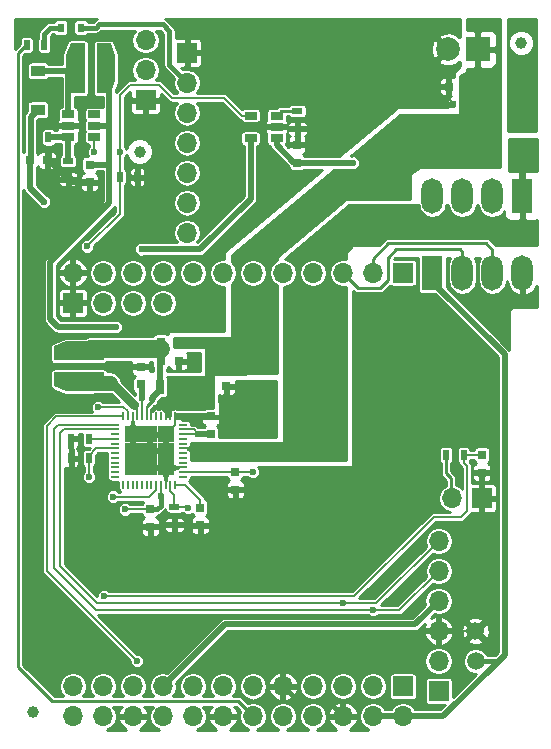
<source format=gtl>
G04 #@! TF.FileFunction,Copper,L1,Top,Signal*
%FSLAX46Y46*%
G04 Gerber Fmt 4.6, Leading zero omitted, Abs format (unit mm)*
G04 Created by KiCad (PCBNEW 4.0.7-e2-6376~58~ubuntu16.04.1) date Sat Jul  7 02:27:32 2018*
%MOMM*%
%LPD*%
G01*
G04 APERTURE LIST*
%ADD10C,0.100000*%
%ADD11C,0.600000*%
%ADD12R,0.750000X0.800000*%
%ADD13R,0.800000X0.750000*%
%ADD14R,0.300000X0.550000*%
%ADD15R,0.600000X0.800000*%
%ADD16R,1.200000X0.900000*%
%ADD17C,1.000000*%
%ADD18R,1.700000X1.700000*%
%ADD19O,1.700000X1.700000*%
%ADD20R,1.800000X3.000000*%
%ADD21O,1.800000X3.000000*%
%ADD22R,2.000000X2.000000*%
%ADD23C,2.000000*%
%ADD24R,0.500000X0.900000*%
%ADD25R,0.900000X0.500000*%
%ADD26R,0.700000X1.300000*%
%ADD27R,1.060000X0.650000*%
%ADD28C,1.500000*%
%ADD29O,0.700000X0.200000*%
%ADD30O,0.200000X0.700000*%
%ADD31R,1.400000X1.400000*%
%ADD32C,0.400000*%
%ADD33C,0.203200*%
%ADD34C,0.381000*%
%ADD35C,0.508000*%
%ADD36C,1.524000*%
%ADD37C,0.254000*%
%ADD38C,1.270000*%
%ADD39C,0.762000*%
%ADD40C,0.304800*%
G04 APERTURE END LIST*
D10*
D11*
X66840100Y-98140520D03*
X94109540Y-75404980D03*
X91434920Y-76979780D03*
X89720420Y-75377040D03*
X74422000Y-65024000D03*
X72898000Y-65024000D03*
X76962000Y-59182000D03*
X73406000Y-57658000D03*
X61795660Y-67218560D03*
X60706000Y-54356000D03*
X56642000Y-66802000D03*
X54356000Y-65786000D03*
X53594000Y-65024000D03*
X54610000Y-58420000D03*
X54610000Y-57150000D03*
X54673500Y-53477160D03*
X54648100Y-54576980D03*
X68834000Y-93218000D03*
X60706000Y-98044000D03*
X67818000Y-90932000D03*
X55880000Y-91186000D03*
X55880000Y-90170000D03*
X68072000Y-74930000D03*
X65786000Y-76200000D03*
X68072000Y-77470000D03*
X66294000Y-77470000D03*
X64770000Y-77470000D03*
X62992000Y-77470000D03*
X61468000Y-77470000D03*
X60706000Y-81534000D03*
X60452000Y-80772000D03*
X59182000Y-83312000D03*
X53086000Y-82296000D03*
X53086000Y-80772000D03*
X53086000Y-79248000D03*
X68580000Y-67056000D03*
X67564000Y-66040000D03*
X69596000Y-65532000D03*
X67818000Y-63754000D03*
X71120000Y-98044000D03*
X71120000Y-94488000D03*
X76200000Y-98044000D03*
X76200000Y-94488000D03*
X76200000Y-91186000D03*
X93218000Y-58928000D03*
X94742000Y-58928000D03*
X94742000Y-57404000D03*
X93218000Y-57404000D03*
X66548000Y-80772000D03*
X66548000Y-80010000D03*
X70866000Y-86106000D03*
X71882000Y-86106000D03*
X71856600Y-82456020D03*
D12*
X57447100Y-65155000D03*
X57447100Y-63655000D03*
X62603300Y-94327600D03*
X62603300Y-92827600D03*
X69778800Y-91176600D03*
X69778800Y-89676600D03*
D13*
X87848000Y-57067200D03*
X89348000Y-57067200D03*
D12*
X67721400Y-84978300D03*
X67721400Y-86478300D03*
X93294200Y-60311600D03*
X93294200Y-61811600D03*
X66802000Y-94210000D03*
X66802000Y-92710000D03*
X90670000Y-88230000D03*
X90670000Y-89730000D03*
X61772800Y-82258600D03*
X61772800Y-80758600D03*
D13*
X63466200Y-78654400D03*
X64966200Y-78654400D03*
X67517500Y-82426300D03*
X69017500Y-82426300D03*
X63491600Y-80305400D03*
X64991600Y-80305400D03*
X53872600Y-63287400D03*
X52372600Y-63287400D03*
D12*
X75011200Y-61991300D03*
X75011200Y-63491300D03*
D14*
X88923000Y-58567200D03*
X88273000Y-58567200D03*
D15*
X55018500Y-52067800D03*
X56718500Y-52067800D03*
D16*
X53091000Y-59006500D03*
X53091000Y-55706500D03*
D17*
X61682400Y-62560200D03*
X52640000Y-109998000D03*
X93985000Y-53356000D03*
D18*
X90644900Y-91913200D03*
D19*
X88104900Y-91913200D03*
D20*
X94100000Y-66300000D03*
D21*
X91560000Y-66300000D03*
X86480000Y-66300000D03*
X89020000Y-66300000D03*
D22*
X90313000Y-53892200D03*
D23*
X87773000Y-53892200D03*
D20*
X86480000Y-72800000D03*
D21*
X89020000Y-72800000D03*
X94100000Y-72800000D03*
X91560000Y-72800000D03*
D18*
X87000000Y-108220000D03*
D19*
X87000000Y-105680000D03*
X87000000Y-103140000D03*
X87000000Y-100600000D03*
X87000000Y-98060000D03*
X87000000Y-95520000D03*
D18*
X83980000Y-72820000D03*
D19*
X81440000Y-72820000D03*
X78900000Y-72820000D03*
X76360000Y-72820000D03*
X73820000Y-72820000D03*
X71280000Y-72820000D03*
X68740000Y-72820000D03*
X66200000Y-72820000D03*
X63660000Y-72820000D03*
X61120000Y-72820000D03*
X58580000Y-72820000D03*
X56040000Y-72820000D03*
D18*
X56040000Y-75360000D03*
D19*
X58580000Y-75360000D03*
X61120000Y-75360000D03*
X63660000Y-75360000D03*
D18*
X62184200Y-58207400D03*
D19*
X62184200Y-55667400D03*
X62184200Y-53127400D03*
D18*
X83980000Y-107830000D03*
D19*
X83980000Y-110370000D03*
X81440000Y-107830000D03*
X81440000Y-110370000D03*
X78900000Y-107830000D03*
X78900000Y-110370000D03*
X76360000Y-107830000D03*
X76360000Y-110370000D03*
X73820000Y-107830000D03*
X73820000Y-110370000D03*
X71280000Y-107830000D03*
X71280000Y-110370000D03*
X68740000Y-107830000D03*
X68740000Y-110370000D03*
X66200000Y-107830000D03*
X66200000Y-110370000D03*
X63660000Y-107830000D03*
X63660000Y-110370000D03*
X61120000Y-107830000D03*
X61120000Y-110370000D03*
X58580000Y-107830000D03*
X58580000Y-110370000D03*
X56040000Y-107830000D03*
X56040000Y-110370000D03*
D10*
G36*
X58645400Y-79024500D02*
X54445400Y-79024500D01*
X55445400Y-78624500D01*
X57645400Y-78624500D01*
X58645400Y-79024500D01*
X58645400Y-79024500D01*
G37*
G36*
X58645400Y-80224500D02*
X54445400Y-80224500D01*
X54445400Y-79024500D01*
X58645400Y-79024500D01*
X58645400Y-80224500D01*
X58645400Y-80224500D01*
G37*
G36*
X57045400Y-80224500D02*
X56045400Y-80224500D01*
X56045400Y-78624500D01*
X57045400Y-78624500D01*
X57045400Y-80224500D01*
X57045400Y-80224500D01*
G37*
G36*
X54445400Y-81224500D02*
X58645400Y-81224500D01*
X58645400Y-82424500D01*
X54445400Y-82424500D01*
X54445400Y-81224500D01*
X54445400Y-81224500D01*
G37*
G36*
X54445400Y-82424500D02*
X58645400Y-82424500D01*
X57645400Y-82824500D01*
X55445400Y-82824500D01*
X54445400Y-82424500D01*
X54445400Y-82424500D01*
G37*
G36*
X56045400Y-81224500D02*
X57045400Y-81224500D01*
X57045400Y-82824500D01*
X56045400Y-82824500D01*
X56045400Y-81224500D01*
X56045400Y-81224500D01*
G37*
G36*
X55840900Y-53402300D02*
X55840900Y-57602300D01*
X55440900Y-56602300D01*
X55440900Y-54402300D01*
X55840900Y-53402300D01*
X55840900Y-53402300D01*
G37*
G36*
X57040900Y-53402300D02*
X57040900Y-57602300D01*
X55840900Y-57602300D01*
X55840900Y-53402300D01*
X57040900Y-53402300D01*
X57040900Y-53402300D01*
G37*
G36*
X57040900Y-55002300D02*
X57040900Y-56002300D01*
X55440900Y-56002300D01*
X55440900Y-55002300D01*
X57040900Y-55002300D01*
X57040900Y-55002300D01*
G37*
G36*
X58040900Y-57602300D02*
X58040900Y-53402300D01*
X59240900Y-53402300D01*
X59240900Y-57602300D01*
X58040900Y-57602300D01*
X58040900Y-57602300D01*
G37*
G36*
X59240900Y-57602300D02*
X59240900Y-53402300D01*
X59640900Y-54402300D01*
X59640900Y-56602300D01*
X59240900Y-57602300D01*
X59240900Y-57602300D01*
G37*
G36*
X58040900Y-56002300D02*
X58040900Y-55002300D01*
X59640900Y-55002300D01*
X59640900Y-56002300D01*
X58040900Y-56002300D01*
X58040900Y-56002300D01*
G37*
D24*
X55884300Y-88509600D03*
X57384300Y-88509600D03*
D25*
X64635300Y-94149100D03*
X64635300Y-92649100D03*
D24*
X55872300Y-86870100D03*
X57372300Y-86870100D03*
X87620000Y-88255000D03*
X89120000Y-88255000D03*
D26*
X63405900Y-82451700D03*
X65305900Y-82451700D03*
D24*
X53620100Y-53538120D03*
X52120100Y-53538120D03*
X53948800Y-61357000D03*
X52448800Y-61357000D03*
D25*
X55631000Y-64888300D03*
X55631000Y-63388300D03*
X75049300Y-60621100D03*
X75049300Y-59121100D03*
D18*
X65700000Y-54175000D03*
D19*
X65700000Y-56715000D03*
X65700000Y-59255000D03*
X65700000Y-61795000D03*
X65700000Y-64335000D03*
X65700000Y-66875000D03*
X65700000Y-69415000D03*
D27*
X55655386Y-59412934D03*
X55655386Y-60362934D03*
X55655386Y-61312934D03*
X57855386Y-61312934D03*
X57855386Y-59412934D03*
X57855386Y-60362934D03*
X73274200Y-61415500D03*
X73274200Y-60465500D03*
X73274200Y-59515500D03*
X71074200Y-59515500D03*
X71074200Y-61415500D03*
D28*
X90120000Y-103160000D03*
X90140000Y-105700000D03*
D11*
X70850760Y-82430620D03*
D24*
X61504260Y-64709040D03*
X60004260Y-64709040D03*
D29*
X59585800Y-85683600D03*
X59585800Y-86083600D03*
X59585800Y-86483600D03*
X59585800Y-86883600D03*
X59585800Y-87283600D03*
X59585800Y-87683600D03*
X59585800Y-88083600D03*
X59585800Y-88483600D03*
X59585800Y-88883600D03*
X59585800Y-89283600D03*
X59585800Y-89683600D03*
X59585800Y-90083600D03*
D30*
X60285800Y-90783600D03*
X60685800Y-90783600D03*
X61085800Y-90783600D03*
X61485800Y-90783600D03*
X61885800Y-90783600D03*
X62285800Y-90783600D03*
X62685800Y-90783600D03*
X63085800Y-90783600D03*
X63485800Y-90783600D03*
X63885800Y-90783600D03*
X64285800Y-90783600D03*
X64685800Y-90783600D03*
D29*
X65385800Y-90083600D03*
X65385800Y-89683600D03*
X65385800Y-89283600D03*
X65385800Y-88883600D03*
X65385800Y-88483600D03*
X65385800Y-88083600D03*
X65385800Y-87683600D03*
X65385800Y-87283600D03*
X65385800Y-86883600D03*
X65385800Y-86483600D03*
X65385800Y-86083600D03*
X65385800Y-85683600D03*
D30*
X64685800Y-84983600D03*
X64285800Y-84983600D03*
X63885800Y-84983600D03*
X63485800Y-84983600D03*
X63085800Y-84983600D03*
X62685800Y-84983600D03*
X62285800Y-84983600D03*
X61885800Y-84983600D03*
X61485800Y-84983600D03*
X61085800Y-84983600D03*
X60685800Y-84983600D03*
X60285800Y-84983600D03*
D31*
X63885800Y-86483600D03*
X62485800Y-86483600D03*
X61085800Y-87883600D03*
X61085800Y-86483600D03*
X62485800Y-87883600D03*
X63885800Y-87883600D03*
X63885800Y-89283600D03*
X62485800Y-89283600D03*
X61085800Y-89283600D03*
D32*
X62485800Y-89283600D03*
X62485800Y-87883600D03*
X63885800Y-89283600D03*
X63885800Y-87887300D03*
X61085800Y-89283600D03*
X61085800Y-87887300D03*
X61085800Y-86483600D03*
X62485800Y-86483600D03*
X63885800Y-86483600D03*
D11*
X60430000Y-92850000D03*
X59682300Y-77397100D03*
X61904800Y-83434399D03*
X63485800Y-91722700D03*
X66667300Y-86483600D03*
X71270000Y-89700000D03*
X58171000Y-84217000D03*
X58653600Y-100177600D03*
X61849000Y-70815204D03*
X53573600Y-66792600D03*
X79735600Y-63516000D03*
X81462798Y-101379480D03*
X78884700Y-100787370D03*
X61468000Y-105689400D03*
X57396300Y-90097100D03*
X65786000Y-92710000D03*
X60006000Y-62585600D03*
X57243900Y-70589898D03*
X57828100Y-62563500D03*
X59415600Y-91773500D03*
D33*
X87000000Y-103140000D02*
X90100000Y-103140000D01*
X90100000Y-103140000D02*
X90120000Y-103160000D01*
D34*
X78900000Y-110370000D02*
X77630000Y-109100000D01*
X77630000Y-109100000D02*
X75090000Y-109100000D01*
X75090000Y-109100000D02*
X73820000Y-107830000D01*
D33*
X87848000Y-57067200D02*
X87848000Y-58142200D01*
X87848000Y-58142200D02*
X88273000Y-58567200D01*
D35*
X53872600Y-63287400D02*
X54030100Y-63287400D01*
X54030100Y-63287400D02*
X55631000Y-64888300D01*
X53173400Y-62296790D02*
X53898490Y-62296790D01*
X53898490Y-62296790D02*
X53993400Y-62391700D01*
X53993400Y-62391700D02*
X53993400Y-63274700D01*
X55655386Y-60362934D02*
X53489904Y-60362934D01*
X53489904Y-60362934D02*
X53173400Y-60679438D01*
X53173400Y-60679438D02*
X53173400Y-62296790D01*
D33*
X64685800Y-84983600D02*
X64876600Y-84983600D01*
D35*
X67721400Y-84978300D02*
X64881900Y-84978300D01*
X64881900Y-84978300D02*
X64876600Y-84983600D01*
X57447100Y-65155000D02*
X55897700Y-65155000D01*
X55897700Y-65155000D02*
X55631000Y-64888300D01*
D33*
X61085800Y-84983600D02*
X61085800Y-86483600D01*
X63885800Y-90783600D02*
X63885800Y-89283600D01*
X65385800Y-89283600D02*
X63885800Y-89283600D01*
X64685800Y-85023600D02*
X64685800Y-85683600D01*
X64685800Y-85683600D02*
X63885800Y-86483600D01*
D34*
X64966600Y-80305400D02*
X64991600Y-80305400D01*
D35*
X65004300Y-80318100D02*
X64991600Y-80305400D01*
D33*
X62603300Y-92827600D02*
X60452400Y-92827600D01*
X60452400Y-92827600D02*
X60430000Y-92850000D01*
D35*
X59117000Y-63652400D02*
X59117000Y-60375800D01*
X59117000Y-60375800D02*
X59117000Y-56032400D01*
X57855386Y-60362934D02*
X59104134Y-60362934D01*
X59104134Y-60362934D02*
X59117000Y-60375800D01*
X57454800Y-63677800D02*
X57480200Y-63652400D01*
X57480200Y-63652400D02*
X59117000Y-63652400D01*
X59117000Y-66950803D02*
X59117000Y-63652400D01*
X59682300Y-77397100D02*
X54792800Y-77397100D01*
X54792800Y-77397100D02*
X54132390Y-76736690D01*
X54132390Y-71935413D02*
X59117000Y-66950803D01*
X54132390Y-76736690D02*
X54132390Y-71935413D01*
X59117000Y-56032400D02*
X59193200Y-55956200D01*
D33*
X61904800Y-83434399D02*
X61885800Y-83453399D01*
X61885800Y-83453399D02*
X61885800Y-84983600D01*
D35*
X61892100Y-82211100D02*
X61892100Y-83421699D01*
X61892100Y-83421699D02*
X61904800Y-83434399D01*
X66667300Y-86483600D02*
X67716100Y-86483600D01*
D34*
X67716100Y-86483600D02*
X67721400Y-86478300D01*
D33*
X65345800Y-86483600D02*
X66667300Y-86483600D01*
X65345800Y-86083600D02*
X66267300Y-86083600D01*
X66267300Y-86083600D02*
X66667300Y-86483600D01*
D34*
X63485800Y-91722700D02*
X63485800Y-92523300D01*
X63181500Y-92827600D02*
X62603300Y-92827600D01*
X63485800Y-92523300D02*
X63181500Y-92827600D01*
D33*
X63485800Y-90743600D02*
X63485800Y-91722700D01*
X69778800Y-89676600D02*
X71246600Y-89676600D01*
X71246600Y-89676600D02*
X71270000Y-89700000D01*
X65345800Y-89683600D02*
X69771800Y-89683600D01*
X63885800Y-84983600D02*
X63885800Y-84579073D01*
X63885800Y-84579073D02*
X63648217Y-84341490D01*
X63648217Y-84341490D02*
X62774710Y-84341490D01*
X62774710Y-84341490D02*
X62685800Y-84430400D01*
X62685800Y-84430400D02*
X62685800Y-84983600D01*
X65305900Y-82451700D02*
X65305900Y-83304900D01*
X64285800Y-84325000D02*
X64285800Y-84430400D01*
X65305900Y-83304900D02*
X64285800Y-84325000D01*
X64285800Y-84430400D02*
X64285800Y-84983600D01*
D35*
X67517500Y-82426300D02*
X67517500Y-78667100D01*
X64966200Y-78654400D02*
X65874200Y-78654400D01*
X65874200Y-78654400D02*
X65886900Y-78667100D01*
X65886900Y-78667100D02*
X67517500Y-78667100D01*
X67200000Y-82451700D02*
X67213400Y-82465100D01*
D33*
X62685800Y-84480400D02*
X62685800Y-85023600D01*
X64285800Y-85023600D02*
X63885800Y-85023600D01*
X94100000Y-66300000D02*
X94100000Y-69349000D01*
X94100000Y-69349000D02*
X93573608Y-69875392D01*
X93573608Y-69875392D02*
X80135502Y-69875392D01*
X80135502Y-69875392D02*
X77745199Y-72265695D01*
X77745199Y-72265695D02*
X77745199Y-86211801D01*
X77745199Y-86211801D02*
X76327000Y-87630000D01*
X65843927Y-87630000D02*
X65790327Y-87683600D01*
X76327000Y-87630000D02*
X65843927Y-87630000D01*
X65790327Y-87683600D02*
X65385800Y-87683600D01*
D35*
X94100000Y-66300000D02*
X94100000Y-62617400D01*
X94100000Y-62617400D02*
X93294200Y-61811600D01*
D33*
X64715601Y-90743600D02*
X65530327Y-90743600D01*
X65530327Y-90743600D02*
X66802000Y-92015273D01*
X66802000Y-92015273D02*
X66802000Y-92106800D01*
X66802000Y-92106800D02*
X66802000Y-92710000D01*
X89120000Y-88255000D02*
X89120000Y-88908200D01*
X89120000Y-88908200D02*
X89387600Y-89175800D01*
X89387600Y-89175800D02*
X89387600Y-93005400D01*
X89387600Y-93005400D02*
X88892300Y-93500700D01*
X88892300Y-93500700D02*
X86568200Y-93500700D01*
X86568200Y-93500700D02*
X79873631Y-100195269D01*
X79873631Y-100195269D02*
X58842431Y-100195269D01*
X58842431Y-100195269D02*
X58691700Y-100346000D01*
X60685800Y-85023600D02*
X60685559Y-85023359D01*
X60685559Y-85023359D02*
X60685559Y-84533359D01*
X60685559Y-84533359D02*
X60318400Y-84166200D01*
X60318400Y-84166200D02*
X58348800Y-84166200D01*
X58348800Y-84166200D02*
X58336100Y-84178900D01*
X90670000Y-88230000D02*
X89145000Y-88230000D01*
D35*
X62738000Y-83566000D02*
X62738000Y-83419600D01*
X62738000Y-83419600D02*
X63405900Y-82751700D01*
X63405900Y-82751700D02*
X63405900Y-82451700D01*
X63491600Y-80305400D02*
X63491600Y-78679800D01*
X63491600Y-78679800D02*
X63466200Y-78654400D01*
D36*
X63511200Y-79289400D02*
X57560500Y-79289400D01*
D33*
X57515500Y-78654400D02*
X56545400Y-79624500D01*
D35*
X63491600Y-80305400D02*
X63491600Y-79530700D01*
X63491600Y-79530700D02*
X63491600Y-78679800D01*
X63379100Y-79624500D02*
X63472900Y-79530700D01*
X63472900Y-79530700D02*
X63491600Y-79530700D01*
X63405900Y-82451700D02*
X63405900Y-80391100D01*
X63405900Y-80391100D02*
X63491600Y-80305400D01*
D37*
X62323900Y-84077300D02*
X62890800Y-83510400D01*
D33*
X62285800Y-85023600D02*
X62285800Y-84077300D01*
D34*
X63509300Y-82269100D02*
X63306800Y-82471600D01*
D35*
X71074200Y-61415500D02*
X71074200Y-66543000D01*
X71074200Y-66543000D02*
X66802000Y-70815200D01*
X66802000Y-70815200D02*
X61849000Y-70815200D01*
X52372600Y-63287400D02*
X52372600Y-65596058D01*
X52372600Y-65596058D02*
X52411400Y-65634858D01*
X52448800Y-61357000D02*
X52448800Y-63211200D01*
X52448800Y-63211200D02*
X52372600Y-63287400D01*
X53091000Y-59006500D02*
X52448800Y-59648700D01*
X52448800Y-59648700D02*
X52448800Y-61357000D01*
X52493400Y-65716858D02*
X52411400Y-65634858D01*
X52941000Y-59006500D02*
X53091000Y-59006500D01*
X52493400Y-65716858D02*
X52497858Y-65716858D01*
X52497858Y-65716858D02*
X53573600Y-66792600D01*
X52493400Y-65716858D02*
X52481400Y-65728858D01*
X92588000Y-105181480D02*
X92090240Y-105679240D01*
X92090240Y-105679240D02*
X87399480Y-110370000D01*
D34*
X92069480Y-105700000D02*
X92090240Y-105679240D01*
X91200660Y-105700000D02*
X92069480Y-105700000D01*
D35*
X86436200Y-72821800D02*
X86436200Y-73583800D01*
X86436200Y-73583800D02*
X92588000Y-79735600D01*
X92588000Y-79735600D02*
X92588000Y-105181480D01*
X92588000Y-105181480D02*
X92580460Y-105189020D01*
X87399480Y-110370000D02*
X83980000Y-110370000D01*
D34*
X90140000Y-105700000D02*
X91200660Y-105700000D01*
X91200660Y-105700000D02*
X91206060Y-105705400D01*
D35*
X83980000Y-110370000D02*
X81440000Y-110370000D01*
X75011200Y-63491300D02*
X74780100Y-63491300D01*
X74780100Y-63491300D02*
X73274200Y-61985400D01*
X73274200Y-61985400D02*
X73274200Y-61415500D01*
X79735600Y-63516000D02*
X75035900Y-63516000D01*
X75035900Y-63516000D02*
X75011200Y-63491300D01*
D34*
X55018500Y-52067800D02*
X54132140Y-52067800D01*
X54132140Y-52067800D02*
X53620100Y-52579840D01*
X53620100Y-52579840D02*
X53620100Y-53538120D01*
D35*
X87000000Y-100600000D02*
X85006100Y-102593900D01*
X85006100Y-102593900D02*
X68896100Y-102593900D01*
X68896100Y-102593900D02*
X63660000Y-107830000D01*
D34*
X65709800Y-56718200D02*
X64203500Y-55211900D01*
X64203500Y-55211900D02*
X64203500Y-52352700D01*
X63641400Y-51790600D02*
X58237400Y-51790600D01*
X64203500Y-52352700D02*
X63641400Y-51790600D01*
X58237400Y-51790600D02*
X57960200Y-52067800D01*
X57960200Y-52067800D02*
X56718500Y-52067800D01*
D35*
X53091000Y-55706500D02*
X56036700Y-55706500D01*
X56036700Y-55706500D02*
X56240900Y-55502300D01*
X55655386Y-59412934D02*
X55655386Y-55720214D01*
X55655386Y-55720214D02*
X55669100Y-55706500D01*
D37*
X88055000Y-90225000D02*
X87620000Y-89790000D01*
X87620000Y-89790000D02*
X87620000Y-88255000D01*
X88055000Y-92230000D02*
X88055000Y-90225000D01*
X78917800Y-72847200D02*
X80162400Y-74091800D01*
X80162400Y-74091800D02*
X82067400Y-74091800D01*
X82067400Y-74091800D02*
X82702400Y-73456800D01*
X82702400Y-73456800D02*
X82702400Y-71526400D01*
X82702400Y-71526400D02*
X83410300Y-70818500D01*
X88792500Y-70818500D02*
X89020000Y-71046000D01*
X83410300Y-70818500D02*
X88792500Y-70818500D01*
X89020000Y-71046000D02*
X89020000Y-72800000D01*
X81440000Y-72820000D02*
X81440000Y-71617919D01*
X81440000Y-71617919D02*
X82747430Y-70310489D01*
X82747430Y-70310489D02*
X91020489Y-70310489D01*
X91020489Y-70310489D02*
X91560000Y-70850000D01*
X91560000Y-70850000D02*
X91560000Y-72800000D01*
D33*
X54432200Y-86060209D02*
X54432200Y-97840800D01*
X54808809Y-85683600D02*
X54432200Y-86060209D01*
X57970880Y-101379480D02*
X81038534Y-101379480D01*
X59625800Y-85683600D02*
X54808809Y-85683600D01*
X54432200Y-97840800D02*
X57970880Y-101379480D01*
X81038534Y-101379480D02*
X81462798Y-101379480D01*
X81887062Y-101379480D02*
X81462798Y-101379480D01*
X83680520Y-101379480D02*
X81887062Y-101379480D01*
X87000000Y-98060000D02*
X83680520Y-101379480D01*
X87000000Y-98060000D02*
X87000000Y-98098100D01*
X59625800Y-86083600D02*
X55242000Y-86083600D01*
X55242000Y-86083600D02*
X54965600Y-86360000D01*
X54965600Y-86360000D02*
X54965600Y-97663000D01*
X54965600Y-97663000D02*
X58089970Y-100787370D01*
X58089970Y-100787370D02*
X78460436Y-100787370D01*
X78460436Y-100787370D02*
X78884700Y-100787370D01*
X87000000Y-95520000D02*
X81732630Y-100787370D01*
X79308964Y-100787370D02*
X78884700Y-100787370D01*
X81732630Y-100787370D02*
X79308964Y-100787370D01*
D37*
X52171600Y-53467000D02*
X51395400Y-54243200D01*
X51395400Y-54243200D02*
X51395400Y-106183200D01*
X51395400Y-106183200D02*
X54302200Y-109090000D01*
X54302200Y-109090000D02*
X70000000Y-109090000D01*
X70000000Y-109090000D02*
X71280000Y-110370000D01*
D33*
X61468000Y-105689400D02*
X53848000Y-98069400D01*
X53848000Y-98069400D02*
X53848000Y-85775800D01*
X53848000Y-85775800D02*
X54640200Y-84983600D01*
X54640200Y-84983600D02*
X60285800Y-84983600D01*
X57396300Y-90097100D02*
X57396300Y-88521600D01*
X59625800Y-87683600D02*
X58010300Y-87683600D01*
X58010300Y-87683600D02*
X57384300Y-88309600D01*
D34*
X61341802Y-83950300D02*
X61339690Y-83950300D01*
X61339690Y-83950300D02*
X61346000Y-83950300D01*
D38*
X56318510Y-82121500D02*
X59187000Y-82121500D01*
D39*
X59255100Y-82088000D02*
X61180900Y-84013800D01*
D33*
X61346000Y-83950300D02*
X61422200Y-84026500D01*
D40*
X61434900Y-84013800D02*
X61434900Y-84102700D01*
D33*
X61422200Y-84115400D02*
X61485800Y-84179000D01*
X61485800Y-84179000D02*
X61485800Y-84983600D01*
X64635300Y-92649100D02*
X65725100Y-92649100D01*
X65725100Y-92649100D02*
X65786000Y-92710000D01*
X64635300Y-91622882D02*
X64635300Y-92195900D01*
X64285800Y-90743600D02*
X64285800Y-91273382D01*
X64285800Y-91273382D02*
X64635300Y-91622882D01*
X64635300Y-92195900D02*
X64635300Y-92649100D01*
X59625800Y-86883600D02*
X57385800Y-86883600D01*
X57385800Y-86883600D02*
X57372300Y-86870100D01*
D35*
X55631000Y-63388300D02*
X55631000Y-61337320D01*
X55631000Y-61337320D02*
X55655386Y-61312934D01*
X54044200Y-61331600D02*
X55636720Y-61331600D01*
D37*
X55636720Y-61331600D02*
X55655386Y-61312934D01*
X55554800Y-61413520D02*
X55655386Y-61312934D01*
X75049300Y-59121100D02*
X73668600Y-59121100D01*
X73668600Y-59121100D02*
X73274200Y-59515500D01*
D33*
X60004260Y-64709040D02*
X60004260Y-62587340D01*
X60004260Y-62587340D02*
X60006000Y-62585600D01*
X60031400Y-67802398D02*
X60004260Y-67775258D01*
X60004260Y-67775258D02*
X60004260Y-64709040D01*
X60006000Y-62585600D02*
X60006000Y-57785000D01*
X60006000Y-57785000D02*
X60895000Y-56896000D01*
X63292000Y-56896000D02*
X64384200Y-57988200D01*
X60895000Y-56896000D02*
X63292000Y-56896000D01*
X70341000Y-59515500D02*
X71074200Y-59515500D01*
X64384200Y-57988200D02*
X68813700Y-57988200D01*
X68813700Y-57988200D02*
X70341000Y-59515500D01*
X57243900Y-70589898D02*
X60031400Y-67802398D01*
X57231200Y-70577198D02*
X57243900Y-70589898D01*
X57855386Y-61312934D02*
X57855386Y-62536214D01*
X57855386Y-62536214D02*
X57828100Y-62563500D01*
X62519682Y-91786200D02*
X59428300Y-91786200D01*
X59428300Y-91786200D02*
X59415600Y-91773500D01*
X63085800Y-90743600D02*
X63085800Y-91220082D01*
X63085800Y-91220082D02*
X62519682Y-91786200D01*
D37*
G36*
X58038137Y-51309536D02*
X57869209Y-51422409D01*
X57744518Y-51547100D01*
X57332457Y-51547100D01*
X57332144Y-51545435D01*
X57259827Y-51433051D01*
X57149483Y-51357656D01*
X57018500Y-51331131D01*
X56418500Y-51331131D01*
X56296135Y-51354156D01*
X56183751Y-51426473D01*
X56108356Y-51536817D01*
X56081831Y-51667800D01*
X56081831Y-52467800D01*
X56104856Y-52590165D01*
X56177173Y-52702549D01*
X56287517Y-52777944D01*
X56418500Y-52804469D01*
X57018500Y-52804469D01*
X57140865Y-52781444D01*
X57253249Y-52709127D01*
X57328644Y-52598783D01*
X57330726Y-52588500D01*
X57960195Y-52588500D01*
X57960200Y-52588501D01*
X58159463Y-52548864D01*
X58328391Y-52435991D01*
X58453082Y-52311300D01*
X61314239Y-52311300D01*
X61070716Y-52675757D01*
X60980879Y-53127400D01*
X61070716Y-53579043D01*
X61326552Y-53961927D01*
X61709436Y-54217763D01*
X62161079Y-54307600D01*
X62207321Y-54307600D01*
X62658964Y-54217763D01*
X63041848Y-53961927D01*
X63297684Y-53579043D01*
X63387521Y-53127400D01*
X63297684Y-52675757D01*
X63054161Y-52311300D01*
X63425718Y-52311300D01*
X63682800Y-52568381D01*
X63682800Y-55211895D01*
X63682799Y-55211900D01*
X63722436Y-55411163D01*
X63835309Y-55580091D01*
X64575244Y-56320025D01*
X64496679Y-56715000D01*
X64586516Y-57166643D01*
X64842352Y-57549527D01*
X64871645Y-57569100D01*
X64557796Y-57569100D01*
X63588347Y-56599651D01*
X63452383Y-56508802D01*
X63292000Y-56476900D01*
X63058571Y-56476900D01*
X63297684Y-56119043D01*
X63387521Y-55667400D01*
X63297684Y-55215757D01*
X63041848Y-54832873D01*
X62658964Y-54577037D01*
X62207321Y-54487200D01*
X62161079Y-54487200D01*
X61709436Y-54577037D01*
X61326552Y-54832873D01*
X61070716Y-55215757D01*
X60980879Y-55667400D01*
X61070716Y-56119043D01*
X61309829Y-56476900D01*
X60895000Y-56476900D01*
X60734617Y-56508802D01*
X60680157Y-56545191D01*
X60598652Y-56599651D01*
X59709652Y-57488652D01*
X59688500Y-57520308D01*
X59688500Y-57354942D01*
X59941466Y-56722527D01*
X59964620Y-56602300D01*
X59964620Y-54402300D01*
X59941466Y-54282073D01*
X59541466Y-53282073D01*
X59479092Y-53183076D01*
X59475408Y-53180407D01*
X59472945Y-53176579D01*
X59423514Y-53142805D01*
X59375036Y-53107678D01*
X59370602Y-53106652D01*
X59366845Y-53104085D01*
X59308166Y-53092202D01*
X59249843Y-53078704D01*
X59245361Y-53079483D01*
X59240900Y-53078580D01*
X58040900Y-53078580D01*
X57923242Y-53100719D01*
X57815179Y-53170255D01*
X57742685Y-53276355D01*
X57717180Y-53402300D01*
X57717180Y-57602300D01*
X57739319Y-57719958D01*
X57808855Y-57828021D01*
X57914955Y-57900515D01*
X58040900Y-57926020D01*
X58545500Y-57926020D01*
X58545500Y-58813065D01*
X58511331Y-58789719D01*
X58385386Y-58764214D01*
X57325386Y-58764214D01*
X57207728Y-58786353D01*
X57099665Y-58855889D01*
X57027171Y-58961989D01*
X57001666Y-59087934D01*
X57001666Y-59737934D01*
X57023805Y-59855592D01*
X57044127Y-59887173D01*
X57027171Y-59911989D01*
X57001666Y-60037934D01*
X57001666Y-60687934D01*
X57023805Y-60805592D01*
X57044127Y-60837173D01*
X57027171Y-60861989D01*
X57001666Y-60987934D01*
X57001666Y-61637934D01*
X57023805Y-61755592D01*
X57093341Y-61863655D01*
X57199441Y-61936149D01*
X57325386Y-61961654D01*
X57436286Y-61961654D01*
X57436286Y-62082114D01*
X57304914Y-62213257D01*
X57210707Y-62440133D01*
X57210493Y-62685790D01*
X57304303Y-62912829D01*
X57322722Y-62931280D01*
X57072100Y-62931280D01*
X56954442Y-62953419D01*
X56846379Y-63022955D01*
X56773885Y-63129055D01*
X56748380Y-63255000D01*
X56748380Y-64055000D01*
X56770519Y-64172658D01*
X56840055Y-64280721D01*
X56938657Y-64348092D01*
X56830224Y-64393007D01*
X56710107Y-64513124D01*
X56645100Y-64670065D01*
X56645100Y-64921250D01*
X56751850Y-65028000D01*
X57320100Y-65028000D01*
X57320100Y-65008000D01*
X57574100Y-65008000D01*
X57574100Y-65028000D01*
X58142350Y-65028000D01*
X58249100Y-64921250D01*
X58249100Y-64670065D01*
X58184093Y-64513124D01*
X58063976Y-64393007D01*
X57953965Y-64347439D01*
X58047821Y-64287045D01*
X58090966Y-64223900D01*
X58545500Y-64223900D01*
X58545500Y-66714080D01*
X53728278Y-71531301D01*
X53604393Y-71716709D01*
X53604393Y-71716710D01*
X53560889Y-71935413D01*
X53560890Y-71935418D01*
X53560890Y-76736685D01*
X53560889Y-76736690D01*
X53597175Y-76919108D01*
X53604393Y-76955394D01*
X53666117Y-77047771D01*
X53728278Y-77140802D01*
X54388686Y-77801209D01*
X54388688Y-77801212D01*
X54574096Y-77925097D01*
X54610382Y-77932315D01*
X54792800Y-77968601D01*
X54792805Y-77968600D01*
X59448410Y-77968600D01*
X59558933Y-78014493D01*
X59804590Y-78014707D01*
X60031629Y-77920897D01*
X60205486Y-77747343D01*
X60299693Y-77520467D01*
X60299907Y-77274810D01*
X60206097Y-77047771D01*
X60032543Y-76873914D01*
X59805667Y-76779707D01*
X59560010Y-76779493D01*
X59448422Y-76825600D01*
X55029523Y-76825600D01*
X54703890Y-76499966D01*
X54703890Y-75593750D01*
X54763000Y-75593750D01*
X54763000Y-76294935D01*
X54828007Y-76451876D01*
X54948124Y-76571993D01*
X55105064Y-76637000D01*
X55806250Y-76637000D01*
X55913000Y-76530250D01*
X55913000Y-75487000D01*
X56167000Y-75487000D01*
X56167000Y-76530250D01*
X56273750Y-76637000D01*
X56974936Y-76637000D01*
X57131876Y-76571993D01*
X57251993Y-76451876D01*
X57317000Y-76294935D01*
X57317000Y-75593750D01*
X57210250Y-75487000D01*
X56167000Y-75487000D01*
X55913000Y-75487000D01*
X54869750Y-75487000D01*
X54763000Y-75593750D01*
X54703890Y-75593750D01*
X54703890Y-75337127D01*
X57412500Y-75337127D01*
X57412500Y-75382873D01*
X57501371Y-75829656D01*
X57754453Y-76208420D01*
X58133217Y-76461502D01*
X58580000Y-76550373D01*
X59026783Y-76461502D01*
X59405547Y-76208420D01*
X59658629Y-75829656D01*
X59747500Y-75382873D01*
X59747500Y-75337127D01*
X59747451Y-75336879D01*
X59939800Y-75336879D01*
X59939800Y-75383121D01*
X60029637Y-75834764D01*
X60285473Y-76217648D01*
X60668357Y-76473484D01*
X61120000Y-76563321D01*
X61571643Y-76473484D01*
X61954527Y-76217648D01*
X62210363Y-75834764D01*
X62300200Y-75383121D01*
X62300200Y-75336879D01*
X62479800Y-75336879D01*
X62479800Y-75383121D01*
X62569637Y-75834764D01*
X62825473Y-76217648D01*
X63208357Y-76473484D01*
X63660000Y-76563321D01*
X64111643Y-76473484D01*
X64494527Y-76217648D01*
X64750363Y-75834764D01*
X64840200Y-75383121D01*
X64840200Y-75336879D01*
X64750363Y-74885236D01*
X64494527Y-74502352D01*
X64111643Y-74246516D01*
X63660000Y-74156679D01*
X63208357Y-74246516D01*
X62825473Y-74502352D01*
X62569637Y-74885236D01*
X62479800Y-75336879D01*
X62300200Y-75336879D01*
X62210363Y-74885236D01*
X61954527Y-74502352D01*
X61571643Y-74246516D01*
X61120000Y-74156679D01*
X60668357Y-74246516D01*
X60285473Y-74502352D01*
X60029637Y-74885236D01*
X59939800Y-75336879D01*
X59747451Y-75336879D01*
X59658629Y-74890344D01*
X59405547Y-74511580D01*
X59026783Y-74258498D01*
X58580000Y-74169627D01*
X58133217Y-74258498D01*
X57754453Y-74511580D01*
X57501371Y-74890344D01*
X57412500Y-75337127D01*
X54703890Y-75337127D01*
X54703890Y-74425065D01*
X54763000Y-74425065D01*
X54763000Y-75126250D01*
X54869750Y-75233000D01*
X55913000Y-75233000D01*
X55913000Y-74189750D01*
X56167000Y-74189750D01*
X56167000Y-75233000D01*
X57210250Y-75233000D01*
X57317000Y-75126250D01*
X57317000Y-74425065D01*
X57251993Y-74268124D01*
X57131876Y-74148007D01*
X56974936Y-74083000D01*
X56273750Y-74083000D01*
X56167000Y-74189750D01*
X55913000Y-74189750D01*
X55806250Y-74083000D01*
X55105064Y-74083000D01*
X54948124Y-74148007D01*
X54828007Y-74268124D01*
X54763000Y-74425065D01*
X54703890Y-74425065D01*
X54703890Y-73144215D01*
X54804831Y-73144215D01*
X55022924Y-73592214D01*
X55395858Y-73922651D01*
X55715787Y-74055158D01*
X55913000Y-73983338D01*
X55913000Y-72947000D01*
X56167000Y-72947000D01*
X56167000Y-73983338D01*
X56364213Y-74055158D01*
X56684142Y-73922651D01*
X57057076Y-73592214D01*
X57275169Y-73144215D01*
X57203930Y-72947000D01*
X56167000Y-72947000D01*
X55913000Y-72947000D01*
X54876070Y-72947000D01*
X54804831Y-73144215D01*
X54703890Y-73144215D01*
X54703890Y-72797127D01*
X57412500Y-72797127D01*
X57412500Y-72842873D01*
X57501371Y-73289656D01*
X57754453Y-73668420D01*
X58133217Y-73921502D01*
X58580000Y-74010373D01*
X59026783Y-73921502D01*
X59405547Y-73668420D01*
X59658629Y-73289656D01*
X59747500Y-72842873D01*
X59747500Y-72797127D01*
X59952500Y-72797127D01*
X59952500Y-72842873D01*
X60041371Y-73289656D01*
X60294453Y-73668420D01*
X60673217Y-73921502D01*
X61120000Y-74010373D01*
X61566783Y-73921502D01*
X61945547Y-73668420D01*
X62198629Y-73289656D01*
X62287500Y-72842873D01*
X62287500Y-72797127D01*
X62492500Y-72797127D01*
X62492500Y-72842873D01*
X62581371Y-73289656D01*
X62834453Y-73668420D01*
X63213217Y-73921502D01*
X63660000Y-74010373D01*
X64106783Y-73921502D01*
X64485547Y-73668420D01*
X64738629Y-73289656D01*
X64827500Y-72842873D01*
X64827500Y-72797127D01*
X65032500Y-72797127D01*
X65032500Y-72842873D01*
X65121371Y-73289656D01*
X65374453Y-73668420D01*
X65753217Y-73921502D01*
X66200000Y-74010373D01*
X66646783Y-73921502D01*
X67025547Y-73668420D01*
X67278629Y-73289656D01*
X67367500Y-72842873D01*
X67367500Y-72797127D01*
X67278629Y-72350344D01*
X67025547Y-71971580D01*
X66646783Y-71718498D01*
X66200000Y-71629627D01*
X65753217Y-71718498D01*
X65374453Y-71971580D01*
X65121371Y-72350344D01*
X65032500Y-72797127D01*
X64827500Y-72797127D01*
X64738629Y-72350344D01*
X64485547Y-71971580D01*
X64106783Y-71718498D01*
X63660000Y-71629627D01*
X63213217Y-71718498D01*
X62834453Y-71971580D01*
X62581371Y-72350344D01*
X62492500Y-72797127D01*
X62287500Y-72797127D01*
X62198629Y-72350344D01*
X61945547Y-71971580D01*
X61566783Y-71718498D01*
X61120000Y-71629627D01*
X60673217Y-71718498D01*
X60294453Y-71971580D01*
X60041371Y-72350344D01*
X59952500Y-72797127D01*
X59747500Y-72797127D01*
X59658629Y-72350344D01*
X59405547Y-71971580D01*
X59026783Y-71718498D01*
X58580000Y-71629627D01*
X58133217Y-71718498D01*
X57754453Y-71971580D01*
X57501371Y-72350344D01*
X57412500Y-72797127D01*
X54703890Y-72797127D01*
X54703890Y-72495785D01*
X54804831Y-72495785D01*
X54876070Y-72693000D01*
X55913000Y-72693000D01*
X55913000Y-71656662D01*
X56167000Y-71656662D01*
X56167000Y-72693000D01*
X57203930Y-72693000D01*
X57275169Y-72495785D01*
X57057076Y-72047786D01*
X56684142Y-71717349D01*
X56364213Y-71584842D01*
X56167000Y-71656662D01*
X55913000Y-71656662D01*
X55715787Y-71584842D01*
X55395858Y-71717349D01*
X55022924Y-72047786D01*
X54804831Y-72495785D01*
X54703890Y-72495785D01*
X54703890Y-72172137D01*
X59521109Y-67354917D01*
X59521112Y-67354915D01*
X59585160Y-67259060D01*
X59585160Y-67655941D01*
X57268683Y-69972419D01*
X57121610Y-69972291D01*
X56894571Y-70066101D01*
X56720714Y-70239655D01*
X56626507Y-70466531D01*
X56626293Y-70712188D01*
X56720103Y-70939227D01*
X56893657Y-71113084D01*
X57120533Y-71207291D01*
X57366190Y-71207505D01*
X57593229Y-71113695D01*
X57767086Y-70940141D01*
X57767140Y-70940009D01*
X61218691Y-70940009D01*
X61314431Y-71171717D01*
X61491554Y-71349150D01*
X61723096Y-71445294D01*
X61973805Y-71445513D01*
X62085407Y-71399400D01*
X66802000Y-71399400D01*
X67025564Y-71354930D01*
X67215092Y-71228292D01*
X71487292Y-66956092D01*
X71513142Y-66917405D01*
X71613930Y-66766564D01*
X71658400Y-66543000D01*
X71658400Y-62066970D01*
X71726565Y-62054144D01*
X71838949Y-61981827D01*
X71914344Y-61871483D01*
X71940869Y-61740500D01*
X71940869Y-61090500D01*
X71917844Y-60968135D01*
X71845527Y-60855751D01*
X71735183Y-60780356D01*
X71604200Y-60753831D01*
X70544200Y-60753831D01*
X70421835Y-60776856D01*
X70309451Y-60849173D01*
X70234056Y-60959517D01*
X70207531Y-61090500D01*
X70207531Y-61740500D01*
X70230556Y-61862865D01*
X70302873Y-61975249D01*
X70413217Y-62050644D01*
X70490000Y-62066193D01*
X70490000Y-66301016D01*
X66560016Y-70231000D01*
X66554799Y-70231000D01*
X66801502Y-69861783D01*
X66890373Y-69415000D01*
X66801502Y-68968217D01*
X66548420Y-68589453D01*
X66169656Y-68336371D01*
X65722873Y-68247500D01*
X65677127Y-68247500D01*
X65230344Y-68336371D01*
X64851580Y-68589453D01*
X64598498Y-68968217D01*
X64509627Y-69415000D01*
X64598498Y-69861783D01*
X64845201Y-70231000D01*
X62085410Y-70231000D01*
X61974904Y-70185114D01*
X61724195Y-70184895D01*
X61492487Y-70280635D01*
X61315054Y-70457758D01*
X61218910Y-70689300D01*
X61218691Y-70940009D01*
X57767140Y-70940009D01*
X57861293Y-70713265D01*
X57861422Y-70565072D01*
X60327746Y-68098749D01*
X60327749Y-68098747D01*
X60418598Y-67962781D01*
X60450500Y-67802398D01*
X60423360Y-67665956D01*
X60423360Y-66875000D01*
X64496679Y-66875000D01*
X64586516Y-67326643D01*
X64842352Y-67709527D01*
X65225236Y-67965363D01*
X65676879Y-68055200D01*
X65723121Y-68055200D01*
X66174764Y-67965363D01*
X66557648Y-67709527D01*
X66813484Y-67326643D01*
X66903321Y-66875000D01*
X66813484Y-66423357D01*
X66557648Y-66040473D01*
X66174764Y-65784637D01*
X65723121Y-65694800D01*
X65676879Y-65694800D01*
X65225236Y-65784637D01*
X64842352Y-66040473D01*
X64586516Y-66423357D01*
X64496679Y-66875000D01*
X60423360Y-66875000D01*
X60423360Y-65427519D01*
X60479981Y-65391085D01*
X60552475Y-65284985D01*
X60577980Y-65159040D01*
X60577980Y-64942790D01*
X60827260Y-64942790D01*
X60827260Y-65243976D01*
X60892267Y-65400916D01*
X61012384Y-65521033D01*
X61169325Y-65586040D01*
X61272510Y-65586040D01*
X61379260Y-65479290D01*
X61379260Y-64836040D01*
X61629260Y-64836040D01*
X61629260Y-65479290D01*
X61736010Y-65586040D01*
X61839195Y-65586040D01*
X61996136Y-65521033D01*
X62116253Y-65400916D01*
X62181260Y-65243976D01*
X62181260Y-64942790D01*
X62074510Y-64836040D01*
X61629260Y-64836040D01*
X61379260Y-64836040D01*
X60934010Y-64836040D01*
X60827260Y-64942790D01*
X60577980Y-64942790D01*
X60577980Y-64259040D01*
X60561999Y-64174104D01*
X60827260Y-64174104D01*
X60827260Y-64475290D01*
X60934010Y-64582040D01*
X61379260Y-64582040D01*
X61379260Y-63938790D01*
X61629260Y-63938790D01*
X61629260Y-64582040D01*
X62074510Y-64582040D01*
X62181260Y-64475290D01*
X62181260Y-64335000D01*
X64496679Y-64335000D01*
X64586516Y-64786643D01*
X64842352Y-65169527D01*
X65225236Y-65425363D01*
X65676879Y-65515200D01*
X65723121Y-65515200D01*
X66174764Y-65425363D01*
X66557648Y-65169527D01*
X66813484Y-64786643D01*
X66903321Y-64335000D01*
X66813484Y-63883357D01*
X66557648Y-63500473D01*
X66174764Y-63244637D01*
X65723121Y-63154800D01*
X65676879Y-63154800D01*
X65225236Y-63244637D01*
X64842352Y-63500473D01*
X64586516Y-63883357D01*
X64496679Y-64335000D01*
X62181260Y-64335000D01*
X62181260Y-64174104D01*
X62116253Y-64017164D01*
X61996136Y-63897047D01*
X61839195Y-63832040D01*
X61736010Y-63832040D01*
X61629260Y-63938790D01*
X61379260Y-63938790D01*
X61272510Y-63832040D01*
X61169325Y-63832040D01*
X61012384Y-63897047D01*
X60892267Y-64017164D01*
X60827260Y-64174104D01*
X60561999Y-64174104D01*
X60555841Y-64141382D01*
X60486305Y-64033319D01*
X60423360Y-63990311D01*
X60423360Y-63041485D01*
X60529186Y-62935843D01*
X60573801Y-62828397D01*
X60726419Y-63197760D01*
X61043172Y-63515067D01*
X61457242Y-63687004D01*
X61905591Y-63687395D01*
X62319960Y-63516181D01*
X62637267Y-63199428D01*
X62809204Y-62785358D01*
X62809595Y-62337009D01*
X62638381Y-61922640D01*
X62510964Y-61795000D01*
X64496679Y-61795000D01*
X64586516Y-62246643D01*
X64842352Y-62629527D01*
X65225236Y-62885363D01*
X65676879Y-62975200D01*
X65723121Y-62975200D01*
X66174764Y-62885363D01*
X66557648Y-62629527D01*
X66813484Y-62246643D01*
X66903321Y-61795000D01*
X66813484Y-61343357D01*
X66557648Y-60960473D01*
X66174764Y-60704637D01*
X65723121Y-60614800D01*
X65676879Y-60614800D01*
X65225236Y-60704637D01*
X64842352Y-60960473D01*
X64586516Y-61343357D01*
X64496679Y-61795000D01*
X62510964Y-61795000D01*
X62321628Y-61605333D01*
X61907558Y-61433396D01*
X61459209Y-61433005D01*
X61044840Y-61604219D01*
X60727533Y-61920972D01*
X60563121Y-62316921D01*
X60529797Y-62236271D01*
X60425100Y-62131391D01*
X60425100Y-58441150D01*
X60907200Y-58441150D01*
X60907200Y-59142336D01*
X60972207Y-59299276D01*
X61092324Y-59419393D01*
X61249265Y-59484400D01*
X61950450Y-59484400D01*
X62057200Y-59377650D01*
X62057200Y-58334400D01*
X62311200Y-58334400D01*
X62311200Y-59377650D01*
X62417950Y-59484400D01*
X63119135Y-59484400D01*
X63276076Y-59419393D01*
X63396193Y-59299276D01*
X63461200Y-59142336D01*
X63461200Y-58441150D01*
X63354450Y-58334400D01*
X62311200Y-58334400D01*
X62057200Y-58334400D01*
X61013950Y-58334400D01*
X60907200Y-58441150D01*
X60425100Y-58441150D01*
X60425100Y-57958596D01*
X60907200Y-57476497D01*
X60907200Y-57973650D01*
X61013950Y-58080400D01*
X62057200Y-58080400D01*
X62057200Y-58060400D01*
X62311200Y-58060400D01*
X62311200Y-58080400D01*
X63354450Y-58080400D01*
X63461200Y-57973650D01*
X63461200Y-57657896D01*
X64087852Y-58284548D01*
X64223817Y-58375398D01*
X64384200Y-58407300D01*
X64862067Y-58407300D01*
X64842352Y-58420473D01*
X64586516Y-58803357D01*
X64496679Y-59255000D01*
X64586516Y-59706643D01*
X64842352Y-60089527D01*
X65225236Y-60345363D01*
X65676879Y-60435200D01*
X65723121Y-60435200D01*
X66174764Y-60345363D01*
X66557648Y-60089527D01*
X66813484Y-59706643D01*
X66903321Y-59255000D01*
X66813484Y-58803357D01*
X66557648Y-58420473D01*
X66537933Y-58407300D01*
X68640104Y-58407300D01*
X70044651Y-59811848D01*
X70135068Y-59872263D01*
X70180617Y-59902698D01*
X70234188Y-59913354D01*
X70242619Y-59958158D01*
X70312155Y-60066221D01*
X70418255Y-60138715D01*
X70544200Y-60164220D01*
X71604200Y-60164220D01*
X71721858Y-60142081D01*
X71829921Y-60072545D01*
X71841523Y-60055564D01*
X72317200Y-60055564D01*
X72317200Y-60231750D01*
X72423950Y-60338500D01*
X73147200Y-60338500D01*
X73147200Y-60318500D01*
X73401200Y-60318500D01*
X73401200Y-60338500D01*
X74124450Y-60338500D01*
X74172300Y-60290650D01*
X74172300Y-60389350D01*
X74279050Y-60496100D01*
X74922300Y-60496100D01*
X74922300Y-60050850D01*
X75176300Y-60050850D01*
X75176300Y-60496100D01*
X75819550Y-60496100D01*
X75926300Y-60389350D01*
X75926300Y-60286165D01*
X75861293Y-60129224D01*
X75741176Y-60009107D01*
X75584236Y-59944100D01*
X75283050Y-59944100D01*
X75176300Y-60050850D01*
X74922300Y-60050850D01*
X74815550Y-59944100D01*
X74514364Y-59944100D01*
X74357424Y-60009107D01*
X74237307Y-60129224D01*
X74231200Y-60143968D01*
X74231200Y-60055564D01*
X74166193Y-59898624D01*
X74135345Y-59867776D01*
X74140869Y-59840500D01*
X74140869Y-59578300D01*
X74340246Y-59578300D01*
X74357973Y-59605849D01*
X74468317Y-59681244D01*
X74599300Y-59707769D01*
X75499300Y-59707769D01*
X75621665Y-59684744D01*
X75734049Y-59612427D01*
X75809444Y-59502083D01*
X75835969Y-59371100D01*
X75835969Y-58871100D01*
X75812944Y-58748735D01*
X75740627Y-58636351D01*
X75630283Y-58560956D01*
X75499300Y-58534431D01*
X74599300Y-58534431D01*
X74476935Y-58557456D01*
X74364551Y-58629773D01*
X74341233Y-58663900D01*
X73668600Y-58663900D01*
X73493637Y-58698702D01*
X73345311Y-58797811D01*
X73289291Y-58853831D01*
X72744200Y-58853831D01*
X72621835Y-58876856D01*
X72509451Y-58949173D01*
X72434056Y-59059517D01*
X72407531Y-59190500D01*
X72407531Y-59840500D01*
X72412725Y-59868106D01*
X72382207Y-59898624D01*
X72317200Y-60055564D01*
X71841523Y-60055564D01*
X71902415Y-59966445D01*
X71927920Y-59840500D01*
X71927920Y-59190500D01*
X71905781Y-59072842D01*
X71836245Y-58964779D01*
X71730145Y-58892285D01*
X71604200Y-58866780D01*
X70544200Y-58866780D01*
X70426542Y-58888919D01*
X70353875Y-58935678D01*
X69110048Y-57691852D01*
X68974083Y-57601002D01*
X68813700Y-57569100D01*
X66528355Y-57569100D01*
X66557648Y-57549527D01*
X66723742Y-57300950D01*
X87021000Y-57300950D01*
X87021000Y-57527136D01*
X87086007Y-57684076D01*
X87206124Y-57804193D01*
X87363065Y-57869200D01*
X87614250Y-57869200D01*
X87721000Y-57762450D01*
X87721000Y-57194200D01*
X87127750Y-57194200D01*
X87021000Y-57300950D01*
X66723742Y-57300950D01*
X66813484Y-57166643D01*
X66903321Y-56715000D01*
X66881892Y-56607264D01*
X87021000Y-56607264D01*
X87021000Y-56833450D01*
X87127750Y-56940200D01*
X87721000Y-56940200D01*
X87721000Y-56371950D01*
X87614250Y-56265200D01*
X87363065Y-56265200D01*
X87206124Y-56330207D01*
X87086007Y-56450324D01*
X87021000Y-56607264D01*
X66881892Y-56607264D01*
X66813484Y-56263357D01*
X66557648Y-55880473D01*
X66174764Y-55624637D01*
X65723121Y-55534800D01*
X65676879Y-55534800D01*
X65331484Y-55603503D01*
X65179982Y-55452000D01*
X65466250Y-55452000D01*
X65573000Y-55345250D01*
X65573000Y-54302000D01*
X65827000Y-54302000D01*
X65827000Y-55345250D01*
X65933750Y-55452000D01*
X66634935Y-55452000D01*
X66791876Y-55386993D01*
X66911993Y-55266876D01*
X66977000Y-55109936D01*
X66977000Y-54408750D01*
X66870250Y-54302000D01*
X65827000Y-54302000D01*
X65573000Y-54302000D01*
X65553000Y-54302000D01*
X65553000Y-54048000D01*
X65573000Y-54048000D01*
X65573000Y-53004750D01*
X65827000Y-53004750D01*
X65827000Y-54048000D01*
X66870250Y-54048000D01*
X66977000Y-53941250D01*
X66977000Y-53677334D01*
X86333995Y-53677334D01*
X86361308Y-54244373D01*
X86525759Y-54641393D01*
X86734110Y-54751485D01*
X87593395Y-53892200D01*
X86734110Y-53032915D01*
X86525759Y-53143007D01*
X86333995Y-53677334D01*
X66977000Y-53677334D01*
X66977000Y-53240064D01*
X66911993Y-53083124D01*
X66791876Y-52963007D01*
X66634935Y-52898000D01*
X65933750Y-52898000D01*
X65827000Y-53004750D01*
X65573000Y-53004750D01*
X65466250Y-52898000D01*
X64765065Y-52898000D01*
X64724200Y-52914927D01*
X64724200Y-52352700D01*
X64707166Y-52267063D01*
X64684564Y-52153436D01*
X64621557Y-52059140D01*
X64571691Y-51984509D01*
X64571688Y-51984507D01*
X64009591Y-51422409D01*
X63840663Y-51309536D01*
X63802778Y-51302000D01*
X88770460Y-51302000D01*
X88770460Y-52835558D01*
X88710247Y-52775345D01*
X88632284Y-52853308D01*
X88522193Y-52644959D01*
X87987866Y-52453195D01*
X87420827Y-52480508D01*
X87023807Y-52644959D01*
X86913715Y-52853310D01*
X87773000Y-53712595D01*
X87787143Y-53698453D01*
X87966748Y-53878058D01*
X87952605Y-53892200D01*
X87966748Y-53906343D01*
X87787143Y-54085948D01*
X87773000Y-54071805D01*
X86913715Y-54931090D01*
X87023807Y-55139441D01*
X87558134Y-55331205D01*
X88125173Y-55303892D01*
X88522193Y-55139441D01*
X88632284Y-54931092D01*
X88710247Y-55009055D01*
X88770460Y-54948842D01*
X88770460Y-55333686D01*
X88303347Y-55789062D01*
X88274952Y-55830718D01*
X88265000Y-55880000D01*
X88265000Y-56265200D01*
X88081750Y-56265200D01*
X87975000Y-56371950D01*
X87975000Y-56940200D01*
X87995000Y-56940200D01*
X87995000Y-57194200D01*
X87975000Y-57194200D01*
X87975000Y-57762450D01*
X88077750Y-57865200D01*
X88038065Y-57865200D01*
X87881124Y-57930207D01*
X87761007Y-58050324D01*
X87696000Y-58207264D01*
X87696000Y-58333450D01*
X87802750Y-58440200D01*
X88198000Y-58440200D01*
X88198000Y-58420200D01*
X88265000Y-58420200D01*
X88265000Y-58714200D01*
X88198000Y-58714200D01*
X88198000Y-58694200D01*
X87802750Y-58694200D01*
X87696000Y-58800950D01*
X87696000Y-58801000D01*
X83566000Y-58801000D01*
X83516590Y-58811006D01*
X83484697Y-58830436D01*
X78563060Y-62931800D01*
X75675948Y-62931800D01*
X75627527Y-62856551D01*
X75533648Y-62792406D01*
X75628076Y-62753293D01*
X75748193Y-62633176D01*
X75813200Y-62476235D01*
X75813200Y-62225050D01*
X75706450Y-62118300D01*
X75138200Y-62118300D01*
X75138200Y-62138300D01*
X74884200Y-62138300D01*
X74884200Y-62118300D01*
X74315950Y-62118300D01*
X74274617Y-62159633D01*
X74062436Y-61947452D01*
X74114344Y-61871483D01*
X74140869Y-61740500D01*
X74140869Y-61090500D01*
X74135675Y-61062894D01*
X74166193Y-61032376D01*
X74185057Y-60986834D01*
X74237307Y-61112976D01*
X74357424Y-61233093D01*
X74380839Y-61242792D01*
X74274207Y-61349424D01*
X74209200Y-61506365D01*
X74209200Y-61757550D01*
X74315950Y-61864300D01*
X74884200Y-61864300D01*
X74884200Y-61271050D01*
X75138200Y-61271050D01*
X75138200Y-61864300D01*
X75706450Y-61864300D01*
X75813200Y-61757550D01*
X75813200Y-61506365D01*
X75748193Y-61349424D01*
X75663879Y-61265110D01*
X75741176Y-61233093D01*
X75861293Y-61112976D01*
X75926300Y-60956035D01*
X75926300Y-60852850D01*
X75819550Y-60746100D01*
X75176300Y-60746100D01*
X75176300Y-61191350D01*
X75197100Y-61212150D01*
X75138200Y-61271050D01*
X74884200Y-61271050D01*
X74863400Y-61250250D01*
X74922300Y-61191350D01*
X74922300Y-60746100D01*
X74279050Y-60746100D01*
X74231200Y-60793950D01*
X74231200Y-60699250D01*
X74124450Y-60592500D01*
X73401200Y-60592500D01*
X73401200Y-60612500D01*
X73147200Y-60612500D01*
X73147200Y-60592500D01*
X72423950Y-60592500D01*
X72317200Y-60699250D01*
X72317200Y-60875436D01*
X72382207Y-61032376D01*
X72413055Y-61063224D01*
X72407531Y-61090500D01*
X72407531Y-61740500D01*
X72430556Y-61862865D01*
X72502873Y-61975249D01*
X72613217Y-62050644D01*
X72706745Y-62069584D01*
X72734470Y-62208964D01*
X72773350Y-62267152D01*
X72861108Y-62398492D01*
X74299531Y-63836915D01*
X74299531Y-63891300D01*
X74322556Y-64013665D01*
X74394873Y-64126049D01*
X74505217Y-64201444D01*
X74636200Y-64227969D01*
X75386200Y-64227969D01*
X75508565Y-64204944D01*
X75620949Y-64132627D01*
X75643105Y-64100200D01*
X77160980Y-64100200D01*
X68884777Y-70997036D01*
X68853224Y-71036354D01*
X68839080Y-71094553D01*
X68838873Y-71649294D01*
X68740000Y-71629627D01*
X68293217Y-71718498D01*
X67914453Y-71971580D01*
X67661371Y-72350344D01*
X67572500Y-72797127D01*
X67572500Y-72842873D01*
X67661371Y-73289656D01*
X67914453Y-73668420D01*
X68293217Y-73921502D01*
X68740000Y-74010373D01*
X68837998Y-73990880D01*
X68836587Y-77767653D01*
X64198026Y-77784961D01*
X64148654Y-77795151D01*
X64107136Y-77823747D01*
X64080014Y-77866243D01*
X64071500Y-77912164D01*
X64071698Y-78035540D01*
X63992145Y-77981185D01*
X63866200Y-77955680D01*
X63066200Y-77955680D01*
X62948542Y-77977819D01*
X62840479Y-78047355D01*
X62767985Y-78153455D01*
X62756554Y-78209900D01*
X57560500Y-78209900D01*
X57147393Y-78292072D01*
X57134361Y-78300780D01*
X55445400Y-78300780D01*
X55325173Y-78323934D01*
X54325173Y-78723934D01*
X54226176Y-78786308D01*
X54223507Y-78789992D01*
X54219679Y-78792455D01*
X54185905Y-78841886D01*
X54150778Y-78890364D01*
X54149752Y-78894798D01*
X54147185Y-78898555D01*
X54135302Y-78957234D01*
X54121804Y-79015557D01*
X54122583Y-79020039D01*
X54121680Y-79024500D01*
X54121680Y-80224500D01*
X54143819Y-80342158D01*
X54213355Y-80450221D01*
X54319455Y-80522715D01*
X54445400Y-80548220D01*
X58645400Y-80548220D01*
X58763058Y-80526081D01*
X58871121Y-80456545D01*
X58931005Y-80368900D01*
X60970800Y-80368900D01*
X60970800Y-80524850D01*
X61077550Y-80631600D01*
X61645800Y-80631600D01*
X61645800Y-80611600D01*
X61899800Y-80611600D01*
X61899800Y-80631600D01*
X62468050Y-80631600D01*
X62574800Y-80524850D01*
X62574800Y-80368900D01*
X62767880Y-80368900D01*
X62767880Y-80680400D01*
X62790019Y-80798058D01*
X62834400Y-80867029D01*
X62834400Y-81153000D01*
X62574800Y-81153000D01*
X62574800Y-80992350D01*
X62468050Y-80885600D01*
X61899800Y-80885600D01*
X61899800Y-80905600D01*
X61645800Y-80905600D01*
X61645800Y-80885600D01*
X61077550Y-80885600D01*
X60970800Y-80992350D01*
X60970800Y-81243535D01*
X61035807Y-81400476D01*
X61155924Y-81520593D01*
X61265935Y-81566161D01*
X61172079Y-81626555D01*
X61099585Y-81732655D01*
X61074080Y-81858600D01*
X61074080Y-82658600D01*
X61096219Y-82776258D01*
X61165755Y-82884321D01*
X61271855Y-82956815D01*
X61320600Y-82966686D01*
X61320600Y-83165672D01*
X60105500Y-81950572D01*
X60066995Y-81756994D01*
X59860519Y-81447981D01*
X59551506Y-81241505D01*
X59187000Y-81169000D01*
X58958677Y-81169000D01*
X58946981Y-81106842D01*
X58877445Y-80998779D01*
X58771345Y-80926285D01*
X58645400Y-80900780D01*
X54445400Y-80900780D01*
X54327742Y-80922919D01*
X54219679Y-80992455D01*
X54147185Y-81098555D01*
X54121680Y-81224500D01*
X54121680Y-82424500D01*
X54143819Y-82542158D01*
X54145522Y-82544805D01*
X54146121Y-82547897D01*
X54180232Y-82598746D01*
X54213355Y-82650221D01*
X54215955Y-82651997D01*
X54217708Y-82654611D01*
X54268907Y-82688177D01*
X54319455Y-82722715D01*
X54322540Y-82723340D01*
X54325173Y-82725066D01*
X55325173Y-83125066D01*
X55445400Y-83148220D01*
X57645400Y-83148220D01*
X57765627Y-83125066D01*
X57893292Y-83074000D01*
X59187000Y-83074000D01*
X59242277Y-83063005D01*
X59926372Y-83747100D01*
X58574436Y-83747100D01*
X58521243Y-83693814D01*
X58294367Y-83599607D01*
X58048710Y-83599393D01*
X57821671Y-83693203D01*
X57647814Y-83866757D01*
X57553607Y-84093633D01*
X57553393Y-84339290D01*
X57646447Y-84564500D01*
X54640200Y-84564500D01*
X54479817Y-84596402D01*
X54385941Y-84659129D01*
X54343852Y-84687252D01*
X53551652Y-85479452D01*
X53460802Y-85615417D01*
X53428900Y-85775800D01*
X53428900Y-98069400D01*
X53460802Y-98229783D01*
X53479979Y-98258483D01*
X53551652Y-98365748D01*
X60850521Y-105664618D01*
X60850393Y-105811690D01*
X60944203Y-106038729D01*
X61117757Y-106212586D01*
X61344633Y-106306793D01*
X61590290Y-106307007D01*
X61817329Y-106213197D01*
X61991186Y-106039643D01*
X62085393Y-105812767D01*
X62085607Y-105567110D01*
X61991797Y-105340071D01*
X61818243Y-105166214D01*
X61591367Y-105072007D01*
X61443175Y-105071878D01*
X58169877Y-101798580D01*
X81008650Y-101798580D01*
X81112555Y-101902666D01*
X81339431Y-101996873D01*
X81585088Y-101997087D01*
X81812127Y-101903277D01*
X81917007Y-101798580D01*
X83680520Y-101798580D01*
X83840903Y-101766678D01*
X83976868Y-101675828D01*
X86520587Y-99132110D01*
X86530344Y-99138629D01*
X86977127Y-99227500D01*
X87022873Y-99227500D01*
X87469656Y-99138629D01*
X87848420Y-98885547D01*
X88101502Y-98506783D01*
X88190373Y-98060000D01*
X88101502Y-97613217D01*
X87848420Y-97234453D01*
X87469656Y-96981371D01*
X87022873Y-96892500D01*
X86977127Y-96892500D01*
X86530344Y-96981371D01*
X86151580Y-97234453D01*
X85898498Y-97613217D01*
X85809627Y-98060000D01*
X85898498Y-98506783D01*
X85923341Y-98543963D01*
X83506924Y-100960380D01*
X82152316Y-100960380D01*
X86520587Y-96592110D01*
X86530344Y-96598629D01*
X86977127Y-96687500D01*
X87022873Y-96687500D01*
X87469656Y-96598629D01*
X87848420Y-96345547D01*
X88101502Y-95966783D01*
X88190373Y-95520000D01*
X88101502Y-95073217D01*
X87848420Y-94694453D01*
X87469656Y-94441371D01*
X87022873Y-94352500D01*
X86977127Y-94352500D01*
X86530344Y-94441371D01*
X86151580Y-94694453D01*
X85898498Y-95073217D01*
X85809627Y-95520000D01*
X85898498Y-95966783D01*
X85923341Y-96003963D01*
X81559034Y-100368270D01*
X80293326Y-100368270D01*
X86741797Y-93919800D01*
X88892300Y-93919800D01*
X89052683Y-93887898D01*
X89188648Y-93797048D01*
X89683948Y-93301748D01*
X89687167Y-93296931D01*
X89758483Y-93190200D01*
X90411150Y-93190200D01*
X90517900Y-93083450D01*
X90517900Y-92040200D01*
X90771900Y-92040200D01*
X90771900Y-93083450D01*
X90878650Y-93190200D01*
X91579836Y-93190200D01*
X91736776Y-93125193D01*
X91856893Y-93005076D01*
X91921900Y-92848135D01*
X91921900Y-92146950D01*
X91815150Y-92040200D01*
X90771900Y-92040200D01*
X90517900Y-92040200D01*
X90497900Y-92040200D01*
X90497900Y-91786200D01*
X90517900Y-91786200D01*
X90517900Y-90742950D01*
X90771900Y-90742950D01*
X90771900Y-91786200D01*
X91815150Y-91786200D01*
X91921900Y-91679450D01*
X91921900Y-90978265D01*
X91856893Y-90821324D01*
X91736776Y-90701207D01*
X91579836Y-90636200D01*
X90878650Y-90636200D01*
X90771900Y-90742950D01*
X90517900Y-90742950D01*
X90411150Y-90636200D01*
X89806700Y-90636200D01*
X89806700Y-89963750D01*
X89868000Y-89963750D01*
X89868000Y-90214935D01*
X89933007Y-90371876D01*
X90053124Y-90491993D01*
X90210064Y-90557000D01*
X90436250Y-90557000D01*
X90543000Y-90450250D01*
X90543000Y-89857000D01*
X90797000Y-89857000D01*
X90797000Y-90450250D01*
X90903750Y-90557000D01*
X91129936Y-90557000D01*
X91286876Y-90491993D01*
X91406993Y-90371876D01*
X91472000Y-90214935D01*
X91472000Y-89963750D01*
X91365250Y-89857000D01*
X90797000Y-89857000D01*
X90543000Y-89857000D01*
X89974750Y-89857000D01*
X89868000Y-89963750D01*
X89806700Y-89963750D01*
X89806700Y-89175800D01*
X89796363Y-89123830D01*
X89774799Y-89015418D01*
X89683949Y-88879452D01*
X89654912Y-88850415D01*
X89668215Y-88830945D01*
X89693720Y-88705000D01*
X89693720Y-88649100D01*
X89974874Y-88649100D01*
X89993419Y-88747658D01*
X90062955Y-88855721D01*
X90161557Y-88923092D01*
X90053124Y-88968007D01*
X89933007Y-89088124D01*
X89868000Y-89245065D01*
X89868000Y-89496250D01*
X89974750Y-89603000D01*
X90543000Y-89603000D01*
X90543000Y-89583000D01*
X90797000Y-89583000D01*
X90797000Y-89603000D01*
X91365250Y-89603000D01*
X91472000Y-89496250D01*
X91472000Y-89245065D01*
X91406993Y-89088124D01*
X91286876Y-88968007D01*
X91176865Y-88922439D01*
X91270721Y-88862045D01*
X91343215Y-88755945D01*
X91368720Y-88630000D01*
X91368720Y-87830000D01*
X91346581Y-87712342D01*
X91277045Y-87604279D01*
X91170945Y-87531785D01*
X91045000Y-87506280D01*
X90295000Y-87506280D01*
X90177342Y-87528419D01*
X90069279Y-87597955D01*
X89996785Y-87704055D01*
X89975148Y-87810900D01*
X89693720Y-87810900D01*
X89693720Y-87805000D01*
X89671581Y-87687342D01*
X89602045Y-87579279D01*
X89495945Y-87506785D01*
X89370000Y-87481280D01*
X88870000Y-87481280D01*
X88752342Y-87503419D01*
X88644279Y-87572955D01*
X88571785Y-87679055D01*
X88546280Y-87805000D01*
X88546280Y-88705000D01*
X88568419Y-88822658D01*
X88637955Y-88930721D01*
X88715985Y-88984036D01*
X88732802Y-89068583D01*
X88788638Y-89152146D01*
X88823652Y-89204548D01*
X88968500Y-89349397D01*
X88968500Y-91099063D01*
X88939427Y-91055552D01*
X88556543Y-90799716D01*
X88512200Y-90790896D01*
X88512200Y-90225000D01*
X88477398Y-90050037D01*
X88378289Y-89901711D01*
X88077200Y-89600622D01*
X88077200Y-88964054D01*
X88104749Y-88946327D01*
X88180144Y-88835983D01*
X88206669Y-88705000D01*
X88206669Y-87805000D01*
X88183644Y-87682635D01*
X88111327Y-87570251D01*
X88000983Y-87494856D01*
X87870000Y-87468331D01*
X87370000Y-87468331D01*
X87247635Y-87491356D01*
X87135251Y-87563673D01*
X87059856Y-87674017D01*
X87033331Y-87805000D01*
X87033331Y-88705000D01*
X87056356Y-88827365D01*
X87128673Y-88939749D01*
X87162800Y-88963067D01*
X87162800Y-89790000D01*
X87197602Y-89964963D01*
X87296711Y-90113289D01*
X87597800Y-90414378D01*
X87597800Y-90836771D01*
X87270373Y-91055552D01*
X87014537Y-91438436D01*
X86924700Y-91890079D01*
X86924700Y-91936321D01*
X87014537Y-92387964D01*
X87270373Y-92770848D01*
X87653257Y-93026684D01*
X87929340Y-93081600D01*
X86568200Y-93081600D01*
X86425423Y-93110000D01*
X86407817Y-93113502D01*
X86271851Y-93204352D01*
X79700035Y-99776169D01*
X59125386Y-99776169D01*
X59003843Y-99654414D01*
X58776967Y-99560207D01*
X58531310Y-99559993D01*
X58304271Y-99653803D01*
X58130414Y-99827357D01*
X58036207Y-100054233D01*
X58036132Y-100140835D01*
X55384700Y-97489404D01*
X55384700Y-94561350D01*
X61801300Y-94561350D01*
X61801300Y-94812535D01*
X61866307Y-94969476D01*
X61986424Y-95089593D01*
X62143364Y-95154600D01*
X62369550Y-95154600D01*
X62476300Y-95047850D01*
X62476300Y-94454600D01*
X62730300Y-94454600D01*
X62730300Y-95047850D01*
X62837050Y-95154600D01*
X63063236Y-95154600D01*
X63220176Y-95089593D01*
X63340293Y-94969476D01*
X63405300Y-94812535D01*
X63405300Y-94561350D01*
X63298550Y-94454600D01*
X62730300Y-94454600D01*
X62476300Y-94454600D01*
X61908050Y-94454600D01*
X61801300Y-94561350D01*
X55384700Y-94561350D01*
X55384700Y-94380850D01*
X63758300Y-94380850D01*
X63758300Y-94484035D01*
X63823307Y-94640976D01*
X63943424Y-94761093D01*
X64100364Y-94826100D01*
X64401550Y-94826100D01*
X64508300Y-94719350D01*
X64508300Y-94274100D01*
X64762300Y-94274100D01*
X64762300Y-94719350D01*
X64869050Y-94826100D01*
X65170236Y-94826100D01*
X65327176Y-94761093D01*
X65447293Y-94640976D01*
X65512300Y-94484035D01*
X65512300Y-94443750D01*
X66000000Y-94443750D01*
X66000000Y-94694935D01*
X66065007Y-94851876D01*
X66185124Y-94971993D01*
X66342064Y-95037000D01*
X66568250Y-95037000D01*
X66675000Y-94930250D01*
X66675000Y-94337000D01*
X66929000Y-94337000D01*
X66929000Y-94930250D01*
X67035750Y-95037000D01*
X67261936Y-95037000D01*
X67418876Y-94971993D01*
X67538993Y-94851876D01*
X67604000Y-94694935D01*
X67604000Y-94443750D01*
X67497250Y-94337000D01*
X66929000Y-94337000D01*
X66675000Y-94337000D01*
X66106750Y-94337000D01*
X66000000Y-94443750D01*
X65512300Y-94443750D01*
X65512300Y-94380850D01*
X65405550Y-94274100D01*
X64762300Y-94274100D01*
X64508300Y-94274100D01*
X63865050Y-94274100D01*
X63758300Y-94380850D01*
X55384700Y-94380850D01*
X55384700Y-89313869D01*
X55392424Y-89321593D01*
X55549365Y-89386600D01*
X55652550Y-89386600D01*
X55759300Y-89279850D01*
X55759300Y-88636600D01*
X56009300Y-88636600D01*
X56009300Y-89279850D01*
X56116050Y-89386600D01*
X56219235Y-89386600D01*
X56376176Y-89321593D01*
X56496293Y-89201476D01*
X56561300Y-89044536D01*
X56561300Y-88743350D01*
X56454550Y-88636600D01*
X56009300Y-88636600D01*
X55759300Y-88636600D01*
X55737300Y-88636600D01*
X55737300Y-88382600D01*
X55759300Y-88382600D01*
X55759300Y-87739350D01*
X55703800Y-87683850D01*
X55747300Y-87640350D01*
X55747300Y-86997100D01*
X55997300Y-86997100D01*
X55997300Y-87640350D01*
X56052800Y-87695850D01*
X56009300Y-87739350D01*
X56009300Y-88382600D01*
X56454550Y-88382600D01*
X56561300Y-88275850D01*
X56561300Y-87974664D01*
X56496293Y-87817724D01*
X56376176Y-87697607D01*
X56351449Y-87687365D01*
X56364176Y-87682093D01*
X56484293Y-87561976D01*
X56549300Y-87405036D01*
X56549300Y-87103850D01*
X56442550Y-86997100D01*
X55997300Y-86997100D01*
X55747300Y-86997100D01*
X55725300Y-86997100D01*
X55725300Y-86743100D01*
X55747300Y-86743100D01*
X55747300Y-86723100D01*
X55997300Y-86723100D01*
X55997300Y-86743100D01*
X56442550Y-86743100D01*
X56549300Y-86636350D01*
X56549300Y-86502700D01*
X56798580Y-86502700D01*
X56798580Y-87320100D01*
X56820719Y-87437758D01*
X56890255Y-87545821D01*
X56996355Y-87618315D01*
X57122300Y-87643820D01*
X57457383Y-87643820D01*
X57365324Y-87735880D01*
X57134300Y-87735880D01*
X57016642Y-87758019D01*
X56908579Y-87827555D01*
X56836085Y-87933655D01*
X56810580Y-88059600D01*
X56810580Y-88959600D01*
X56832719Y-89077258D01*
X56902255Y-89185321D01*
X56977200Y-89236528D01*
X56977200Y-89642952D01*
X56873114Y-89746857D01*
X56778907Y-89973733D01*
X56778693Y-90219390D01*
X56872503Y-90446429D01*
X57046057Y-90620286D01*
X57272933Y-90714493D01*
X57518590Y-90714707D01*
X57745629Y-90620897D01*
X57919486Y-90447343D01*
X58013693Y-90220467D01*
X58013907Y-89974810D01*
X57920097Y-89747771D01*
X57815400Y-89642891D01*
X57815400Y-89220358D01*
X57860021Y-89191645D01*
X57932515Y-89085545D01*
X57958020Y-88959600D01*
X57958020Y-88328576D01*
X58183897Y-88102700D01*
X58909022Y-88102700D01*
X58937003Y-88243370D01*
X58963884Y-88283600D01*
X58937003Y-88323830D01*
X58905223Y-88483600D01*
X58937003Y-88643370D01*
X58963884Y-88683600D01*
X58937003Y-88723830D01*
X58905223Y-88883600D01*
X58937003Y-89043370D01*
X58963884Y-89083600D01*
X58937003Y-89123830D01*
X58905223Y-89283600D01*
X58937003Y-89443370D01*
X58963884Y-89483600D01*
X58937003Y-89523830D01*
X58905223Y-89683600D01*
X58937003Y-89843370D01*
X58963884Y-89883600D01*
X58937003Y-89923830D01*
X58905223Y-90083600D01*
X58937003Y-90243370D01*
X59027506Y-90378817D01*
X59162953Y-90469320D01*
X59322723Y-90501100D01*
X59848877Y-90501100D01*
X59873123Y-90496277D01*
X59868300Y-90520523D01*
X59868300Y-91046677D01*
X59900080Y-91206447D01*
X59990583Y-91341894D01*
X60028306Y-91367100D01*
X59882425Y-91367100D01*
X59765843Y-91250314D01*
X59538967Y-91156107D01*
X59293310Y-91155893D01*
X59066271Y-91249703D01*
X58892414Y-91423257D01*
X58798207Y-91650133D01*
X58797993Y-91895790D01*
X58891803Y-92122829D01*
X59065357Y-92296686D01*
X59292233Y-92390893D01*
X59537890Y-92391107D01*
X59764929Y-92297297D01*
X59857087Y-92205300D01*
X61995921Y-92205300D01*
X61930085Y-92301655D01*
X61908448Y-92408500D01*
X60861787Y-92408500D01*
X60780243Y-92326814D01*
X60553367Y-92232607D01*
X60307710Y-92232393D01*
X60080671Y-92326203D01*
X59906814Y-92499757D01*
X59812607Y-92726633D01*
X59812393Y-92972290D01*
X59906203Y-93199329D01*
X60079757Y-93373186D01*
X60306633Y-93467393D01*
X60552290Y-93467607D01*
X60779329Y-93373797D01*
X60906648Y-93246700D01*
X61908174Y-93246700D01*
X61926719Y-93345258D01*
X61996255Y-93453321D01*
X62094857Y-93520692D01*
X61986424Y-93565607D01*
X61866307Y-93685724D01*
X61801300Y-93842665D01*
X61801300Y-94093850D01*
X61908050Y-94200600D01*
X62476300Y-94200600D01*
X62476300Y-94180600D01*
X62730300Y-94180600D01*
X62730300Y-94200600D01*
X63298550Y-94200600D01*
X63405300Y-94093850D01*
X63405300Y-93842665D01*
X63393495Y-93814165D01*
X63758300Y-93814165D01*
X63758300Y-93917350D01*
X63865050Y-94024100D01*
X64508300Y-94024100D01*
X64508300Y-93578850D01*
X64762300Y-93578850D01*
X64762300Y-94024100D01*
X65405550Y-94024100D01*
X65512300Y-93917350D01*
X65512300Y-93814165D01*
X65447293Y-93657224D01*
X65327176Y-93537107D01*
X65170236Y-93472100D01*
X64869050Y-93472100D01*
X64762300Y-93578850D01*
X64508300Y-93578850D01*
X64401550Y-93472100D01*
X64100364Y-93472100D01*
X63943424Y-93537107D01*
X63823307Y-93657224D01*
X63758300Y-93814165D01*
X63393495Y-93814165D01*
X63340293Y-93685724D01*
X63220176Y-93565607D01*
X63110165Y-93520039D01*
X63204021Y-93459645D01*
X63276515Y-93353545D01*
X63284290Y-93315154D01*
X63375903Y-93296931D01*
X63540710Y-93186810D01*
X63845010Y-92882510D01*
X63861580Y-92857712D01*
X63861580Y-92899100D01*
X63883719Y-93016758D01*
X63953255Y-93124821D01*
X64059355Y-93197315D01*
X64185300Y-93222820D01*
X65085300Y-93222820D01*
X65202958Y-93200681D01*
X65311021Y-93131145D01*
X65320315Y-93117543D01*
X65435757Y-93233186D01*
X65662633Y-93327393D01*
X65908290Y-93327607D01*
X66130621Y-93235742D01*
X66194955Y-93335721D01*
X66293557Y-93403092D01*
X66185124Y-93448007D01*
X66065007Y-93568124D01*
X66000000Y-93725065D01*
X66000000Y-93976250D01*
X66106750Y-94083000D01*
X66675000Y-94083000D01*
X66675000Y-94063000D01*
X66929000Y-94063000D01*
X66929000Y-94083000D01*
X67497250Y-94083000D01*
X67604000Y-93976250D01*
X67604000Y-93725065D01*
X67538993Y-93568124D01*
X67418876Y-93448007D01*
X67308865Y-93402439D01*
X67402721Y-93342045D01*
X67475215Y-93235945D01*
X67500720Y-93110000D01*
X67500720Y-92310000D01*
X67478581Y-92192342D01*
X67409045Y-92084279D01*
X67302945Y-92011785D01*
X67216942Y-91994369D01*
X67189198Y-91854890D01*
X67158336Y-91808702D01*
X67098348Y-91718924D01*
X66789774Y-91410350D01*
X68976800Y-91410350D01*
X68976800Y-91661535D01*
X69041807Y-91818476D01*
X69161924Y-91938593D01*
X69318864Y-92003600D01*
X69545050Y-92003600D01*
X69651800Y-91896850D01*
X69651800Y-91303600D01*
X69905800Y-91303600D01*
X69905800Y-91896850D01*
X70012550Y-92003600D01*
X70238736Y-92003600D01*
X70395676Y-91938593D01*
X70515793Y-91818476D01*
X70580800Y-91661535D01*
X70580800Y-91410350D01*
X70474050Y-91303600D01*
X69905800Y-91303600D01*
X69651800Y-91303600D01*
X69083550Y-91303600D01*
X68976800Y-91410350D01*
X66789774Y-91410350D01*
X65832683Y-90453260D01*
X65944094Y-90378817D01*
X66034597Y-90243370D01*
X66062578Y-90102700D01*
X69084991Y-90102700D01*
X69102219Y-90194258D01*
X69171755Y-90302321D01*
X69270357Y-90369692D01*
X69161924Y-90414607D01*
X69041807Y-90534724D01*
X68976800Y-90691665D01*
X68976800Y-90942850D01*
X69083550Y-91049600D01*
X69651800Y-91049600D01*
X69651800Y-91029600D01*
X69905800Y-91029600D01*
X69905800Y-91049600D01*
X70474050Y-91049600D01*
X70580800Y-90942850D01*
X70580800Y-90691665D01*
X70515793Y-90534724D01*
X70395676Y-90414607D01*
X70285665Y-90369039D01*
X70379521Y-90308645D01*
X70452015Y-90202545D01*
X70473652Y-90095700D01*
X70792493Y-90095700D01*
X70919757Y-90223186D01*
X71146633Y-90317393D01*
X71392290Y-90317607D01*
X71619329Y-90223797D01*
X71793186Y-90050243D01*
X71887393Y-89823367D01*
X71887607Y-89577710D01*
X71793797Y-89350671D01*
X71724247Y-89281000D01*
X79629000Y-89281000D01*
X79678410Y-89270994D01*
X79720035Y-89242553D01*
X79747315Y-89200159D01*
X79756000Y-89154000D01*
X79756000Y-74331978D01*
X79839111Y-74415089D01*
X79987437Y-74514198D01*
X80162400Y-74549000D01*
X82067400Y-74549000D01*
X82242363Y-74514198D01*
X82390689Y-74415089D01*
X82905145Y-73900633D01*
X83004055Y-73968215D01*
X83130000Y-73993720D01*
X84830000Y-73993720D01*
X84947658Y-73971581D01*
X85055721Y-73902045D01*
X85128215Y-73795945D01*
X85153720Y-73670000D01*
X85153720Y-71970000D01*
X85131581Y-71852342D01*
X85062045Y-71744279D01*
X84955945Y-71671785D01*
X84830000Y-71646280D01*
X83229098Y-71646280D01*
X83274996Y-71600382D01*
X85243331Y-71585470D01*
X85243331Y-74300000D01*
X85266356Y-74422365D01*
X85338673Y-74534749D01*
X85449017Y-74610144D01*
X85580000Y-74636669D01*
X86662885Y-74636669D01*
X92003800Y-79977584D01*
X92003800Y-104939496D01*
X91763996Y-105179300D01*
X91200665Y-105179300D01*
X91200660Y-105179299D01*
X91200655Y-105179300D01*
X91093629Y-105179300D01*
X91056283Y-105088915D01*
X90752683Y-104784785D01*
X90355808Y-104619988D01*
X89926078Y-104619613D01*
X89528915Y-104783717D01*
X89224785Y-105087317D01*
X89059988Y-105484192D01*
X89059613Y-105913922D01*
X89223717Y-106311085D01*
X89527317Y-106615215D01*
X89924192Y-106780012D01*
X90163076Y-106780220D01*
X88186669Y-108756627D01*
X88186669Y-107370000D01*
X88163644Y-107247635D01*
X88091327Y-107135251D01*
X87980983Y-107059856D01*
X87850000Y-107033331D01*
X86150000Y-107033331D01*
X86027635Y-107056356D01*
X85915251Y-107128673D01*
X85839856Y-107239017D01*
X85813331Y-107370000D01*
X85813331Y-109070000D01*
X85836356Y-109192365D01*
X85908673Y-109304749D01*
X86019017Y-109380144D01*
X86150000Y-109406669D01*
X87536627Y-109406669D01*
X87157496Y-109785800D01*
X84997240Y-109785800D01*
X84814527Y-109512352D01*
X84431643Y-109256516D01*
X83980000Y-109166679D01*
X83528357Y-109256516D01*
X83145473Y-109512352D01*
X82962760Y-109785800D01*
X82457240Y-109785800D01*
X82274527Y-109512352D01*
X81891643Y-109256516D01*
X81440000Y-109166679D01*
X80988357Y-109256516D01*
X80605473Y-109512352D01*
X80349637Y-109895236D01*
X80259800Y-110346879D01*
X80259800Y-110393121D01*
X80349637Y-110844764D01*
X80605473Y-111227648D01*
X80988357Y-111483484D01*
X81061334Y-111498000D01*
X79482939Y-111498000D01*
X79544142Y-111472651D01*
X79917076Y-111142214D01*
X80135169Y-110694215D01*
X80063930Y-110497000D01*
X79027000Y-110497000D01*
X79027000Y-110517000D01*
X78773000Y-110517000D01*
X78773000Y-110497000D01*
X77736070Y-110497000D01*
X77664831Y-110694215D01*
X77882924Y-111142214D01*
X78255858Y-111472651D01*
X78317061Y-111498000D01*
X76738666Y-111498000D01*
X76811643Y-111483484D01*
X77194527Y-111227648D01*
X77450363Y-110844764D01*
X77540200Y-110393121D01*
X77540200Y-110346879D01*
X77480309Y-110045785D01*
X77664831Y-110045785D01*
X77736070Y-110243000D01*
X78773000Y-110243000D01*
X78773000Y-109206662D01*
X79027000Y-109206662D01*
X79027000Y-110243000D01*
X80063930Y-110243000D01*
X80135169Y-110045785D01*
X79917076Y-109597786D01*
X79544142Y-109267349D01*
X79224213Y-109134842D01*
X79027000Y-109206662D01*
X78773000Y-109206662D01*
X78575787Y-109134842D01*
X78255858Y-109267349D01*
X77882924Y-109597786D01*
X77664831Y-110045785D01*
X77480309Y-110045785D01*
X77450363Y-109895236D01*
X77194527Y-109512352D01*
X76811643Y-109256516D01*
X76360000Y-109166679D01*
X75908357Y-109256516D01*
X75525473Y-109512352D01*
X75269637Y-109895236D01*
X75179800Y-110346879D01*
X75179800Y-110393121D01*
X75269637Y-110844764D01*
X75525473Y-111227648D01*
X75908357Y-111483484D01*
X75981334Y-111498000D01*
X74198666Y-111498000D01*
X74271643Y-111483484D01*
X74654527Y-111227648D01*
X74910363Y-110844764D01*
X75000200Y-110393121D01*
X75000200Y-110346879D01*
X74910363Y-109895236D01*
X74654527Y-109512352D01*
X74271643Y-109256516D01*
X73820000Y-109166679D01*
X73368357Y-109256516D01*
X72985473Y-109512352D01*
X72729637Y-109895236D01*
X72639800Y-110346879D01*
X72639800Y-110393121D01*
X72729637Y-110844764D01*
X72985473Y-111227648D01*
X73368357Y-111483484D01*
X73441334Y-111498000D01*
X71658666Y-111498000D01*
X71731643Y-111483484D01*
X72114527Y-111227648D01*
X72370363Y-110844764D01*
X72460200Y-110393121D01*
X72460200Y-110346879D01*
X72370363Y-109895236D01*
X72114527Y-109512352D01*
X71731643Y-109256516D01*
X71280000Y-109166679D01*
X70828357Y-109256516D01*
X70819208Y-109262630D01*
X70323289Y-108766711D01*
X70174963Y-108667602D01*
X70000000Y-108632800D01*
X69611175Y-108632800D01*
X69830363Y-108304764D01*
X69920200Y-107853121D01*
X69920200Y-107806879D01*
X70099800Y-107806879D01*
X70099800Y-107853121D01*
X70189637Y-108304764D01*
X70445473Y-108687648D01*
X70828357Y-108943484D01*
X71280000Y-109033321D01*
X71731643Y-108943484D01*
X72114527Y-108687648D01*
X72370363Y-108304764D01*
X72400308Y-108154215D01*
X72584831Y-108154215D01*
X72802924Y-108602214D01*
X73175858Y-108932651D01*
X73495787Y-109065158D01*
X73693000Y-108993338D01*
X73693000Y-107957000D01*
X73947000Y-107957000D01*
X73947000Y-108993338D01*
X74144213Y-109065158D01*
X74464142Y-108932651D01*
X74837076Y-108602214D01*
X75055169Y-108154215D01*
X74983930Y-107957000D01*
X73947000Y-107957000D01*
X73693000Y-107957000D01*
X72656070Y-107957000D01*
X72584831Y-108154215D01*
X72400308Y-108154215D01*
X72460200Y-107853121D01*
X72460200Y-107807127D01*
X75192500Y-107807127D01*
X75192500Y-107852873D01*
X75281371Y-108299656D01*
X75534453Y-108678420D01*
X75913217Y-108931502D01*
X76360000Y-109020373D01*
X76806783Y-108931502D01*
X77185547Y-108678420D01*
X77438629Y-108299656D01*
X77527500Y-107852873D01*
X77527500Y-107807127D01*
X77732500Y-107807127D01*
X77732500Y-107852873D01*
X77821371Y-108299656D01*
X78074453Y-108678420D01*
X78453217Y-108931502D01*
X78900000Y-109020373D01*
X79346783Y-108931502D01*
X79725547Y-108678420D01*
X79978629Y-108299656D01*
X80067500Y-107852873D01*
X80067500Y-107807127D01*
X80272500Y-107807127D01*
X80272500Y-107852873D01*
X80361371Y-108299656D01*
X80614453Y-108678420D01*
X80993217Y-108931502D01*
X81440000Y-109020373D01*
X81886783Y-108931502D01*
X82265547Y-108678420D01*
X82518629Y-108299656D01*
X82607500Y-107852873D01*
X82607500Y-107807127D01*
X82518629Y-107360344D01*
X82265547Y-106981580D01*
X82263183Y-106980000D01*
X82806280Y-106980000D01*
X82806280Y-108680000D01*
X82828419Y-108797658D01*
X82897955Y-108905721D01*
X83004055Y-108978215D01*
X83130000Y-109003720D01*
X84830000Y-109003720D01*
X84947658Y-108981581D01*
X85055721Y-108912045D01*
X85128215Y-108805945D01*
X85153720Y-108680000D01*
X85153720Y-106980000D01*
X85131581Y-106862342D01*
X85062045Y-106754279D01*
X84955945Y-106681785D01*
X84830000Y-106656280D01*
X83130000Y-106656280D01*
X83012342Y-106678419D01*
X82904279Y-106747955D01*
X82831785Y-106854055D01*
X82806280Y-106980000D01*
X82263183Y-106980000D01*
X81886783Y-106728498D01*
X81440000Y-106639627D01*
X80993217Y-106728498D01*
X80614453Y-106981580D01*
X80361371Y-107360344D01*
X80272500Y-107807127D01*
X80067500Y-107807127D01*
X79978629Y-107360344D01*
X79725547Y-106981580D01*
X79346783Y-106728498D01*
X78900000Y-106639627D01*
X78453217Y-106728498D01*
X78074453Y-106981580D01*
X77821371Y-107360344D01*
X77732500Y-107807127D01*
X77527500Y-107807127D01*
X77438629Y-107360344D01*
X77185547Y-106981580D01*
X76806783Y-106728498D01*
X76360000Y-106639627D01*
X75913217Y-106728498D01*
X75534453Y-106981580D01*
X75281371Y-107360344D01*
X75192500Y-107807127D01*
X72460200Y-107807127D01*
X72460200Y-107806879D01*
X72400309Y-107505785D01*
X72584831Y-107505785D01*
X72656070Y-107703000D01*
X73693000Y-107703000D01*
X73693000Y-106666662D01*
X73947000Y-106666662D01*
X73947000Y-107703000D01*
X74983930Y-107703000D01*
X75055169Y-107505785D01*
X74837076Y-107057786D01*
X74464142Y-106727349D01*
X74144213Y-106594842D01*
X73947000Y-106666662D01*
X73693000Y-106666662D01*
X73495787Y-106594842D01*
X73175858Y-106727349D01*
X72802924Y-107057786D01*
X72584831Y-107505785D01*
X72400309Y-107505785D01*
X72370363Y-107355236D01*
X72114527Y-106972352D01*
X71731643Y-106716516D01*
X71280000Y-106626679D01*
X70828357Y-106716516D01*
X70445473Y-106972352D01*
X70189637Y-107355236D01*
X70099800Y-107806879D01*
X69920200Y-107806879D01*
X69830363Y-107355236D01*
X69574527Y-106972352D01*
X69191643Y-106716516D01*
X68740000Y-106626679D01*
X68288357Y-106716516D01*
X67905473Y-106972352D01*
X67649637Y-107355236D01*
X67559800Y-107806879D01*
X67559800Y-107853121D01*
X67649637Y-108304764D01*
X67868825Y-108632800D01*
X67056029Y-108632800D01*
X67278629Y-108299656D01*
X67367500Y-107852873D01*
X67367500Y-107807127D01*
X67278629Y-107360344D01*
X67025547Y-106981580D01*
X66646783Y-106728498D01*
X66200000Y-106639627D01*
X65753217Y-106728498D01*
X65374453Y-106981580D01*
X65121371Y-107360344D01*
X65032500Y-107807127D01*
X65032500Y-107852873D01*
X65121371Y-108299656D01*
X65343971Y-108632800D01*
X64531175Y-108632800D01*
X64750363Y-108304764D01*
X64840200Y-107853121D01*
X64840200Y-107806879D01*
X64785301Y-107530883D01*
X66636184Y-105680000D01*
X85796679Y-105680000D01*
X85886516Y-106131643D01*
X86142352Y-106514527D01*
X86525236Y-106770363D01*
X86976879Y-106860200D01*
X87023121Y-106860200D01*
X87474764Y-106770363D01*
X87857648Y-106514527D01*
X88113484Y-106131643D01*
X88203321Y-105680000D01*
X88113484Y-105228357D01*
X87857648Y-104845473D01*
X87474764Y-104589637D01*
X87023121Y-104499800D01*
X86976879Y-104499800D01*
X86525236Y-104589637D01*
X86142352Y-104845473D01*
X85886516Y-105228357D01*
X85796679Y-105680000D01*
X66636184Y-105680000D01*
X68851971Y-103464213D01*
X85764842Y-103464213D01*
X85897349Y-103784142D01*
X86227786Y-104157076D01*
X86675785Y-104375169D01*
X86873000Y-104303930D01*
X86873000Y-103267000D01*
X87127000Y-103267000D01*
X87127000Y-104303930D01*
X87324215Y-104375169D01*
X87772214Y-104157076D01*
X87895747Y-104017655D01*
X89441950Y-104017655D01*
X89521329Y-104200065D01*
X89964916Y-104349996D01*
X90432113Y-104318761D01*
X90718671Y-104200065D01*
X90798050Y-104017655D01*
X90120000Y-103339605D01*
X89441950Y-104017655D01*
X87895747Y-104017655D01*
X88102651Y-103784142D01*
X88235158Y-103464213D01*
X88163338Y-103267000D01*
X87127000Y-103267000D01*
X86873000Y-103267000D01*
X85836662Y-103267000D01*
X85764842Y-103464213D01*
X68851971Y-103464213D01*
X69138084Y-103178100D01*
X85006100Y-103178100D01*
X85229664Y-103133630D01*
X85419192Y-103006992D01*
X85874034Y-102552149D01*
X85764842Y-102815787D01*
X85836662Y-103013000D01*
X86873000Y-103013000D01*
X86873000Y-101976070D01*
X87127000Y-101976070D01*
X87127000Y-103013000D01*
X88163338Y-103013000D01*
X88166281Y-103004916D01*
X88930004Y-103004916D01*
X88961239Y-103472113D01*
X89079935Y-103758671D01*
X89262345Y-103838050D01*
X89940395Y-103160000D01*
X90299605Y-103160000D01*
X90977655Y-103838050D01*
X91160065Y-103758671D01*
X91309996Y-103315084D01*
X91278761Y-102847887D01*
X91160065Y-102561329D01*
X90977655Y-102481950D01*
X90299605Y-103160000D01*
X89940395Y-103160000D01*
X89262345Y-102481950D01*
X89079935Y-102561329D01*
X88930004Y-103004916D01*
X88166281Y-103004916D01*
X88235158Y-102815787D01*
X88102651Y-102495858D01*
X87931190Y-102302345D01*
X89441950Y-102302345D01*
X90120000Y-102980395D01*
X90798050Y-102302345D01*
X90718671Y-102119935D01*
X90275084Y-101970004D01*
X89807887Y-102001239D01*
X89521329Y-102119935D01*
X89441950Y-102302345D01*
X87931190Y-102302345D01*
X87772214Y-102122924D01*
X87324215Y-101904831D01*
X87127000Y-101976070D01*
X86873000Y-101976070D01*
X86675785Y-101904831D01*
X86374855Y-102051328D01*
X86700882Y-101725301D01*
X86976879Y-101780200D01*
X87023121Y-101780200D01*
X87474764Y-101690363D01*
X87857648Y-101434527D01*
X88113484Y-101051643D01*
X88203321Y-100600000D01*
X88113484Y-100148357D01*
X87857648Y-99765473D01*
X87474764Y-99509637D01*
X87023121Y-99419800D01*
X86976879Y-99419800D01*
X86525236Y-99509637D01*
X86142352Y-99765473D01*
X85886516Y-100148357D01*
X85796679Y-100600000D01*
X85859250Y-100914567D01*
X84764116Y-102009700D01*
X68896105Y-102009700D01*
X68896100Y-102009699D01*
X68672537Y-102054169D01*
X68483008Y-102180808D01*
X63974566Y-106689250D01*
X63660000Y-106626679D01*
X63208357Y-106716516D01*
X62825473Y-106972352D01*
X62569637Y-107355236D01*
X62479800Y-107806879D01*
X62479800Y-107853121D01*
X62569637Y-108304764D01*
X62788825Y-108632800D01*
X61976029Y-108632800D01*
X62198629Y-108299656D01*
X62287500Y-107852873D01*
X62287500Y-107807127D01*
X62198629Y-107360344D01*
X61945547Y-106981580D01*
X61566783Y-106728498D01*
X61120000Y-106639627D01*
X60673217Y-106728498D01*
X60294453Y-106981580D01*
X60041371Y-107360344D01*
X59952500Y-107807127D01*
X59952500Y-107852873D01*
X60041371Y-108299656D01*
X60263971Y-108632800D01*
X59436029Y-108632800D01*
X59658629Y-108299656D01*
X59747500Y-107852873D01*
X59747500Y-107807127D01*
X59658629Y-107360344D01*
X59405547Y-106981580D01*
X59026783Y-106728498D01*
X58580000Y-106639627D01*
X58133217Y-106728498D01*
X57754453Y-106981580D01*
X57501371Y-107360344D01*
X57412500Y-107807127D01*
X57412500Y-107852873D01*
X57501371Y-108299656D01*
X57723971Y-108632800D01*
X56896029Y-108632800D01*
X57118629Y-108299656D01*
X57207500Y-107852873D01*
X57207500Y-107807127D01*
X57118629Y-107360344D01*
X56865547Y-106981580D01*
X56486783Y-106728498D01*
X56040000Y-106639627D01*
X55593217Y-106728498D01*
X55214453Y-106981580D01*
X54961371Y-107360344D01*
X54872500Y-107807127D01*
X54872500Y-107852873D01*
X54961371Y-108299656D01*
X55183971Y-108632800D01*
X54491578Y-108632800D01*
X51852600Y-105993822D01*
X51852600Y-65849150D01*
X51941367Y-65982000D01*
X51959508Y-66009150D01*
X51998306Y-66047947D01*
X51998308Y-66047950D01*
X52019981Y-66069623D01*
X52068308Y-66141950D01*
X52154069Y-66199253D01*
X52993334Y-67038518D01*
X53039031Y-67149113D01*
X53216154Y-67326546D01*
X53447696Y-67422690D01*
X53698405Y-67422909D01*
X53930113Y-67327169D01*
X54107546Y-67150046D01*
X54203690Y-66918504D01*
X54203909Y-66667795D01*
X54108169Y-66436087D01*
X53931046Y-66258654D01*
X53819535Y-66212351D01*
X52956800Y-65349616D01*
X52956800Y-65120050D01*
X54754000Y-65120050D01*
X54754000Y-65223235D01*
X54819007Y-65380176D01*
X54939124Y-65500293D01*
X55096064Y-65565300D01*
X55397250Y-65565300D01*
X55504000Y-65458550D01*
X55504000Y-65013300D01*
X55758000Y-65013300D01*
X55758000Y-65458550D01*
X55864750Y-65565300D01*
X56165936Y-65565300D01*
X56322876Y-65500293D01*
X56434419Y-65388750D01*
X56645100Y-65388750D01*
X56645100Y-65639935D01*
X56710107Y-65796876D01*
X56830224Y-65916993D01*
X56987164Y-65982000D01*
X57213350Y-65982000D01*
X57320100Y-65875250D01*
X57320100Y-65282000D01*
X57574100Y-65282000D01*
X57574100Y-65875250D01*
X57680850Y-65982000D01*
X57907036Y-65982000D01*
X58063976Y-65916993D01*
X58184093Y-65796876D01*
X58249100Y-65639935D01*
X58249100Y-65388750D01*
X58142350Y-65282000D01*
X57574100Y-65282000D01*
X57320100Y-65282000D01*
X56751850Y-65282000D01*
X56645100Y-65388750D01*
X56434419Y-65388750D01*
X56442993Y-65380176D01*
X56508000Y-65223235D01*
X56508000Y-65120050D01*
X56401250Y-65013300D01*
X55758000Y-65013300D01*
X55504000Y-65013300D01*
X54860750Y-65013300D01*
X54754000Y-65120050D01*
X52956800Y-65120050D01*
X52956800Y-64553365D01*
X54754000Y-64553365D01*
X54754000Y-64656550D01*
X54860750Y-64763300D01*
X55504000Y-64763300D01*
X55504000Y-64318050D01*
X55758000Y-64318050D01*
X55758000Y-64763300D01*
X56401250Y-64763300D01*
X56508000Y-64656550D01*
X56508000Y-64553365D01*
X56442993Y-64396424D01*
X56322876Y-64276307D01*
X56165936Y-64211300D01*
X55864750Y-64211300D01*
X55758000Y-64318050D01*
X55504000Y-64318050D01*
X55397250Y-64211300D01*
X55096064Y-64211300D01*
X54939124Y-64276307D01*
X54819007Y-64396424D01*
X54754000Y-64553365D01*
X52956800Y-64553365D01*
X52956800Y-63936254D01*
X53007349Y-63903727D01*
X53071494Y-63809848D01*
X53110607Y-63904276D01*
X53230724Y-64024393D01*
X53387665Y-64089400D01*
X53638850Y-64089400D01*
X53745600Y-63982650D01*
X53745600Y-63414400D01*
X53999600Y-63414400D01*
X53999600Y-63982650D01*
X54106350Y-64089400D01*
X54357535Y-64089400D01*
X54514476Y-64024393D01*
X54634593Y-63904276D01*
X54699600Y-63747336D01*
X54699600Y-63521150D01*
X54592850Y-63414400D01*
X53999600Y-63414400D01*
X53745600Y-63414400D01*
X53725600Y-63414400D01*
X53725600Y-63160400D01*
X53745600Y-63160400D01*
X53745600Y-62592150D01*
X53999600Y-62592150D01*
X53999600Y-63160400D01*
X54592850Y-63160400D01*
X54699600Y-63053650D01*
X54699600Y-62827464D01*
X54634593Y-62670524D01*
X54514476Y-62550407D01*
X54357535Y-62485400D01*
X54106350Y-62485400D01*
X53999600Y-62592150D01*
X53745600Y-62592150D01*
X53638850Y-62485400D01*
X53387665Y-62485400D01*
X53230724Y-62550407D01*
X53110607Y-62670524D01*
X53070949Y-62766266D01*
X53033000Y-62707291D01*
X53033000Y-61819192D01*
X53035469Y-61807000D01*
X53035469Y-60907000D01*
X53362131Y-60907000D01*
X53362131Y-61807000D01*
X53385156Y-61929365D01*
X53457473Y-62041749D01*
X53567817Y-62117144D01*
X53698800Y-62143669D01*
X54198800Y-62143669D01*
X54321165Y-62120644D01*
X54433549Y-62048327D01*
X54508944Y-61937983D01*
X54513436Y-61915800D01*
X54947163Y-61915800D01*
X54994403Y-61948078D01*
X55046800Y-61958689D01*
X55046800Y-62832272D01*
X54946251Y-62896973D01*
X54870856Y-63007317D01*
X54844331Y-63138300D01*
X54844331Y-63638300D01*
X54867356Y-63760665D01*
X54939673Y-63873049D01*
X55050017Y-63948444D01*
X55181000Y-63974969D01*
X56081000Y-63974969D01*
X56203365Y-63951944D01*
X56315749Y-63879627D01*
X56391144Y-63769283D01*
X56417669Y-63638300D01*
X56417669Y-63138300D01*
X56394644Y-63015935D01*
X56322327Y-62903551D01*
X56215200Y-62830354D01*
X56215200Y-61968993D01*
X56307751Y-61951578D01*
X56420135Y-61879261D01*
X56495530Y-61768917D01*
X56522055Y-61637934D01*
X56522055Y-60987934D01*
X56516861Y-60960328D01*
X56547379Y-60929810D01*
X56612386Y-60772870D01*
X56612386Y-60596684D01*
X56505636Y-60489934D01*
X55782386Y-60489934D01*
X55782386Y-60509934D01*
X55528386Y-60509934D01*
X55528386Y-60489934D01*
X54805136Y-60489934D01*
X54698386Y-60596684D01*
X54698386Y-60747400D01*
X54488484Y-60747400D01*
X54440127Y-60672251D01*
X54329783Y-60596856D01*
X54198800Y-60570331D01*
X53698800Y-60570331D01*
X53576435Y-60593356D01*
X53464051Y-60665673D01*
X53388656Y-60776017D01*
X53362131Y-60907000D01*
X53035469Y-60907000D01*
X53033000Y-60893879D01*
X53033000Y-59890684D01*
X53130515Y-59793169D01*
X53691000Y-59793169D01*
X53813365Y-59770144D01*
X53925749Y-59697827D01*
X54001144Y-59587483D01*
X54027669Y-59456500D01*
X54027669Y-58556500D01*
X54004644Y-58434135D01*
X53932327Y-58321751D01*
X53821983Y-58246356D01*
X53691000Y-58219831D01*
X52491000Y-58219831D01*
X52368635Y-58242856D01*
X52256251Y-58315173D01*
X52180856Y-58425517D01*
X52154331Y-58556500D01*
X52154331Y-59116985D01*
X52035708Y-59235608D01*
X51909070Y-59425136D01*
X51864600Y-59648700D01*
X51864600Y-60894808D01*
X51862131Y-60907000D01*
X51862131Y-61807000D01*
X51864600Y-61820121D01*
X51864600Y-62596053D01*
X51852600Y-62598311D01*
X51852600Y-55256500D01*
X52154331Y-55256500D01*
X52154331Y-56156500D01*
X52177356Y-56278865D01*
X52249673Y-56391249D01*
X52360017Y-56466644D01*
X52491000Y-56493169D01*
X53691000Y-56493169D01*
X53813365Y-56470144D01*
X53925749Y-56397827D01*
X53998946Y-56290700D01*
X55071186Y-56290700D01*
X55071186Y-58761464D01*
X55003021Y-58774290D01*
X54890637Y-58846607D01*
X54815242Y-58956951D01*
X54788717Y-59087934D01*
X54788717Y-59737934D01*
X54793911Y-59765540D01*
X54763393Y-59796058D01*
X54698386Y-59952998D01*
X54698386Y-60129184D01*
X54805136Y-60235934D01*
X55528386Y-60235934D01*
X55528386Y-60215934D01*
X55782386Y-60215934D01*
X55782386Y-60235934D01*
X56505636Y-60235934D01*
X56612386Y-60129184D01*
X56612386Y-59952998D01*
X56547379Y-59796058D01*
X56516531Y-59765210D01*
X56522055Y-59737934D01*
X56522055Y-59087934D01*
X56499030Y-58965569D01*
X56426713Y-58853185D01*
X56316369Y-58777790D01*
X56239586Y-58762241D01*
X56239586Y-57938969D01*
X57040900Y-57938969D01*
X57163265Y-57915944D01*
X57275649Y-57843627D01*
X57351044Y-57733283D01*
X57377569Y-57602300D01*
X57377569Y-53402300D01*
X57354544Y-53279935D01*
X57282227Y-53167551D01*
X57171883Y-53092156D01*
X57040900Y-53065631D01*
X55840900Y-53065631D01*
X55718535Y-53088656D01*
X55715782Y-53090427D01*
X55712567Y-53091050D01*
X55659688Y-53126523D01*
X55606151Y-53160973D01*
X55604304Y-53163676D01*
X55601584Y-53165501D01*
X55566669Y-53218757D01*
X55530756Y-53271317D01*
X55530106Y-53274526D01*
X55528311Y-53277264D01*
X55128311Y-54277264D01*
X55104231Y-54402300D01*
X55104231Y-55122300D01*
X53997028Y-55122300D01*
X53932327Y-55021751D01*
X53821983Y-54946356D01*
X53691000Y-54919831D01*
X52491000Y-54919831D01*
X52368635Y-54942856D01*
X52256251Y-55015173D01*
X52180856Y-55125517D01*
X52154331Y-55256500D01*
X51852600Y-55256500D01*
X51852600Y-54432578D01*
X51960389Y-54324789D01*
X52370100Y-54324789D01*
X52492465Y-54301764D01*
X52604849Y-54229447D01*
X52680244Y-54119103D01*
X52706769Y-53988120D01*
X52706769Y-53088120D01*
X53033431Y-53088120D01*
X53033431Y-53988120D01*
X53056456Y-54110485D01*
X53128773Y-54222869D01*
X53239117Y-54298264D01*
X53370100Y-54324789D01*
X53870100Y-54324789D01*
X53992465Y-54301764D01*
X54104849Y-54229447D01*
X54180244Y-54119103D01*
X54206769Y-53988120D01*
X54206769Y-53088120D01*
X54183744Y-52965755D01*
X54140800Y-52899018D01*
X54140800Y-52795522D01*
X54347821Y-52588500D01*
X54404543Y-52588500D01*
X54404856Y-52590165D01*
X54477173Y-52702549D01*
X54587517Y-52777944D01*
X54718500Y-52804469D01*
X55318500Y-52804469D01*
X55440865Y-52781444D01*
X55553249Y-52709127D01*
X55628644Y-52598783D01*
X55655169Y-52467800D01*
X55655169Y-51667800D01*
X55632144Y-51545435D01*
X55559827Y-51433051D01*
X55449483Y-51357656D01*
X55318500Y-51331131D01*
X54718500Y-51331131D01*
X54596135Y-51354156D01*
X54483751Y-51426473D01*
X54408356Y-51536817D01*
X54406274Y-51547100D01*
X54132145Y-51547100D01*
X54132140Y-51547099D01*
X53932877Y-51586736D01*
X53763949Y-51699609D01*
X53763947Y-51699612D01*
X53251909Y-52211649D01*
X53139036Y-52380577D01*
X53099399Y-52579840D01*
X53099400Y-52579845D01*
X53099400Y-52899409D01*
X53059956Y-52957137D01*
X53033431Y-53088120D01*
X52706769Y-53088120D01*
X52683744Y-52965755D01*
X52611427Y-52853371D01*
X52501083Y-52777976D01*
X52370100Y-52751451D01*
X51870100Y-52751451D01*
X51747735Y-52774476D01*
X51635351Y-52846793D01*
X51559956Y-52957137D01*
X51533431Y-53088120D01*
X51533431Y-53458590D01*
X51102000Y-53890022D01*
X51102000Y-51302000D01*
X58076022Y-51302000D01*
X58038137Y-51309536D01*
X58038137Y-51309536D01*
G37*
X58038137Y-51309536D02*
X57869209Y-51422409D01*
X57744518Y-51547100D01*
X57332457Y-51547100D01*
X57332144Y-51545435D01*
X57259827Y-51433051D01*
X57149483Y-51357656D01*
X57018500Y-51331131D01*
X56418500Y-51331131D01*
X56296135Y-51354156D01*
X56183751Y-51426473D01*
X56108356Y-51536817D01*
X56081831Y-51667800D01*
X56081831Y-52467800D01*
X56104856Y-52590165D01*
X56177173Y-52702549D01*
X56287517Y-52777944D01*
X56418500Y-52804469D01*
X57018500Y-52804469D01*
X57140865Y-52781444D01*
X57253249Y-52709127D01*
X57328644Y-52598783D01*
X57330726Y-52588500D01*
X57960195Y-52588500D01*
X57960200Y-52588501D01*
X58159463Y-52548864D01*
X58328391Y-52435991D01*
X58453082Y-52311300D01*
X61314239Y-52311300D01*
X61070716Y-52675757D01*
X60980879Y-53127400D01*
X61070716Y-53579043D01*
X61326552Y-53961927D01*
X61709436Y-54217763D01*
X62161079Y-54307600D01*
X62207321Y-54307600D01*
X62658964Y-54217763D01*
X63041848Y-53961927D01*
X63297684Y-53579043D01*
X63387521Y-53127400D01*
X63297684Y-52675757D01*
X63054161Y-52311300D01*
X63425718Y-52311300D01*
X63682800Y-52568381D01*
X63682800Y-55211895D01*
X63682799Y-55211900D01*
X63722436Y-55411163D01*
X63835309Y-55580091D01*
X64575244Y-56320025D01*
X64496679Y-56715000D01*
X64586516Y-57166643D01*
X64842352Y-57549527D01*
X64871645Y-57569100D01*
X64557796Y-57569100D01*
X63588347Y-56599651D01*
X63452383Y-56508802D01*
X63292000Y-56476900D01*
X63058571Y-56476900D01*
X63297684Y-56119043D01*
X63387521Y-55667400D01*
X63297684Y-55215757D01*
X63041848Y-54832873D01*
X62658964Y-54577037D01*
X62207321Y-54487200D01*
X62161079Y-54487200D01*
X61709436Y-54577037D01*
X61326552Y-54832873D01*
X61070716Y-55215757D01*
X60980879Y-55667400D01*
X61070716Y-56119043D01*
X61309829Y-56476900D01*
X60895000Y-56476900D01*
X60734617Y-56508802D01*
X60680157Y-56545191D01*
X60598652Y-56599651D01*
X59709652Y-57488652D01*
X59688500Y-57520308D01*
X59688500Y-57354942D01*
X59941466Y-56722527D01*
X59964620Y-56602300D01*
X59964620Y-54402300D01*
X59941466Y-54282073D01*
X59541466Y-53282073D01*
X59479092Y-53183076D01*
X59475408Y-53180407D01*
X59472945Y-53176579D01*
X59423514Y-53142805D01*
X59375036Y-53107678D01*
X59370602Y-53106652D01*
X59366845Y-53104085D01*
X59308166Y-53092202D01*
X59249843Y-53078704D01*
X59245361Y-53079483D01*
X59240900Y-53078580D01*
X58040900Y-53078580D01*
X57923242Y-53100719D01*
X57815179Y-53170255D01*
X57742685Y-53276355D01*
X57717180Y-53402300D01*
X57717180Y-57602300D01*
X57739319Y-57719958D01*
X57808855Y-57828021D01*
X57914955Y-57900515D01*
X58040900Y-57926020D01*
X58545500Y-57926020D01*
X58545500Y-58813065D01*
X58511331Y-58789719D01*
X58385386Y-58764214D01*
X57325386Y-58764214D01*
X57207728Y-58786353D01*
X57099665Y-58855889D01*
X57027171Y-58961989D01*
X57001666Y-59087934D01*
X57001666Y-59737934D01*
X57023805Y-59855592D01*
X57044127Y-59887173D01*
X57027171Y-59911989D01*
X57001666Y-60037934D01*
X57001666Y-60687934D01*
X57023805Y-60805592D01*
X57044127Y-60837173D01*
X57027171Y-60861989D01*
X57001666Y-60987934D01*
X57001666Y-61637934D01*
X57023805Y-61755592D01*
X57093341Y-61863655D01*
X57199441Y-61936149D01*
X57325386Y-61961654D01*
X57436286Y-61961654D01*
X57436286Y-62082114D01*
X57304914Y-62213257D01*
X57210707Y-62440133D01*
X57210493Y-62685790D01*
X57304303Y-62912829D01*
X57322722Y-62931280D01*
X57072100Y-62931280D01*
X56954442Y-62953419D01*
X56846379Y-63022955D01*
X56773885Y-63129055D01*
X56748380Y-63255000D01*
X56748380Y-64055000D01*
X56770519Y-64172658D01*
X56840055Y-64280721D01*
X56938657Y-64348092D01*
X56830224Y-64393007D01*
X56710107Y-64513124D01*
X56645100Y-64670065D01*
X56645100Y-64921250D01*
X56751850Y-65028000D01*
X57320100Y-65028000D01*
X57320100Y-65008000D01*
X57574100Y-65008000D01*
X57574100Y-65028000D01*
X58142350Y-65028000D01*
X58249100Y-64921250D01*
X58249100Y-64670065D01*
X58184093Y-64513124D01*
X58063976Y-64393007D01*
X57953965Y-64347439D01*
X58047821Y-64287045D01*
X58090966Y-64223900D01*
X58545500Y-64223900D01*
X58545500Y-66714080D01*
X53728278Y-71531301D01*
X53604393Y-71716709D01*
X53604393Y-71716710D01*
X53560889Y-71935413D01*
X53560890Y-71935418D01*
X53560890Y-76736685D01*
X53560889Y-76736690D01*
X53597175Y-76919108D01*
X53604393Y-76955394D01*
X53666117Y-77047771D01*
X53728278Y-77140802D01*
X54388686Y-77801209D01*
X54388688Y-77801212D01*
X54574096Y-77925097D01*
X54610382Y-77932315D01*
X54792800Y-77968601D01*
X54792805Y-77968600D01*
X59448410Y-77968600D01*
X59558933Y-78014493D01*
X59804590Y-78014707D01*
X60031629Y-77920897D01*
X60205486Y-77747343D01*
X60299693Y-77520467D01*
X60299907Y-77274810D01*
X60206097Y-77047771D01*
X60032543Y-76873914D01*
X59805667Y-76779707D01*
X59560010Y-76779493D01*
X59448422Y-76825600D01*
X55029523Y-76825600D01*
X54703890Y-76499966D01*
X54703890Y-75593750D01*
X54763000Y-75593750D01*
X54763000Y-76294935D01*
X54828007Y-76451876D01*
X54948124Y-76571993D01*
X55105064Y-76637000D01*
X55806250Y-76637000D01*
X55913000Y-76530250D01*
X55913000Y-75487000D01*
X56167000Y-75487000D01*
X56167000Y-76530250D01*
X56273750Y-76637000D01*
X56974936Y-76637000D01*
X57131876Y-76571993D01*
X57251993Y-76451876D01*
X57317000Y-76294935D01*
X57317000Y-75593750D01*
X57210250Y-75487000D01*
X56167000Y-75487000D01*
X55913000Y-75487000D01*
X54869750Y-75487000D01*
X54763000Y-75593750D01*
X54703890Y-75593750D01*
X54703890Y-75337127D01*
X57412500Y-75337127D01*
X57412500Y-75382873D01*
X57501371Y-75829656D01*
X57754453Y-76208420D01*
X58133217Y-76461502D01*
X58580000Y-76550373D01*
X59026783Y-76461502D01*
X59405547Y-76208420D01*
X59658629Y-75829656D01*
X59747500Y-75382873D01*
X59747500Y-75337127D01*
X59747451Y-75336879D01*
X59939800Y-75336879D01*
X59939800Y-75383121D01*
X60029637Y-75834764D01*
X60285473Y-76217648D01*
X60668357Y-76473484D01*
X61120000Y-76563321D01*
X61571643Y-76473484D01*
X61954527Y-76217648D01*
X62210363Y-75834764D01*
X62300200Y-75383121D01*
X62300200Y-75336879D01*
X62479800Y-75336879D01*
X62479800Y-75383121D01*
X62569637Y-75834764D01*
X62825473Y-76217648D01*
X63208357Y-76473484D01*
X63660000Y-76563321D01*
X64111643Y-76473484D01*
X64494527Y-76217648D01*
X64750363Y-75834764D01*
X64840200Y-75383121D01*
X64840200Y-75336879D01*
X64750363Y-74885236D01*
X64494527Y-74502352D01*
X64111643Y-74246516D01*
X63660000Y-74156679D01*
X63208357Y-74246516D01*
X62825473Y-74502352D01*
X62569637Y-74885236D01*
X62479800Y-75336879D01*
X62300200Y-75336879D01*
X62210363Y-74885236D01*
X61954527Y-74502352D01*
X61571643Y-74246516D01*
X61120000Y-74156679D01*
X60668357Y-74246516D01*
X60285473Y-74502352D01*
X60029637Y-74885236D01*
X59939800Y-75336879D01*
X59747451Y-75336879D01*
X59658629Y-74890344D01*
X59405547Y-74511580D01*
X59026783Y-74258498D01*
X58580000Y-74169627D01*
X58133217Y-74258498D01*
X57754453Y-74511580D01*
X57501371Y-74890344D01*
X57412500Y-75337127D01*
X54703890Y-75337127D01*
X54703890Y-74425065D01*
X54763000Y-74425065D01*
X54763000Y-75126250D01*
X54869750Y-75233000D01*
X55913000Y-75233000D01*
X55913000Y-74189750D01*
X56167000Y-74189750D01*
X56167000Y-75233000D01*
X57210250Y-75233000D01*
X57317000Y-75126250D01*
X57317000Y-74425065D01*
X57251993Y-74268124D01*
X57131876Y-74148007D01*
X56974936Y-74083000D01*
X56273750Y-74083000D01*
X56167000Y-74189750D01*
X55913000Y-74189750D01*
X55806250Y-74083000D01*
X55105064Y-74083000D01*
X54948124Y-74148007D01*
X54828007Y-74268124D01*
X54763000Y-74425065D01*
X54703890Y-74425065D01*
X54703890Y-73144215D01*
X54804831Y-73144215D01*
X55022924Y-73592214D01*
X55395858Y-73922651D01*
X55715787Y-74055158D01*
X55913000Y-73983338D01*
X55913000Y-72947000D01*
X56167000Y-72947000D01*
X56167000Y-73983338D01*
X56364213Y-74055158D01*
X56684142Y-73922651D01*
X57057076Y-73592214D01*
X57275169Y-73144215D01*
X57203930Y-72947000D01*
X56167000Y-72947000D01*
X55913000Y-72947000D01*
X54876070Y-72947000D01*
X54804831Y-73144215D01*
X54703890Y-73144215D01*
X54703890Y-72797127D01*
X57412500Y-72797127D01*
X57412500Y-72842873D01*
X57501371Y-73289656D01*
X57754453Y-73668420D01*
X58133217Y-73921502D01*
X58580000Y-74010373D01*
X59026783Y-73921502D01*
X59405547Y-73668420D01*
X59658629Y-73289656D01*
X59747500Y-72842873D01*
X59747500Y-72797127D01*
X59952500Y-72797127D01*
X59952500Y-72842873D01*
X60041371Y-73289656D01*
X60294453Y-73668420D01*
X60673217Y-73921502D01*
X61120000Y-74010373D01*
X61566783Y-73921502D01*
X61945547Y-73668420D01*
X62198629Y-73289656D01*
X62287500Y-72842873D01*
X62287500Y-72797127D01*
X62492500Y-72797127D01*
X62492500Y-72842873D01*
X62581371Y-73289656D01*
X62834453Y-73668420D01*
X63213217Y-73921502D01*
X63660000Y-74010373D01*
X64106783Y-73921502D01*
X64485547Y-73668420D01*
X64738629Y-73289656D01*
X64827500Y-72842873D01*
X64827500Y-72797127D01*
X65032500Y-72797127D01*
X65032500Y-72842873D01*
X65121371Y-73289656D01*
X65374453Y-73668420D01*
X65753217Y-73921502D01*
X66200000Y-74010373D01*
X66646783Y-73921502D01*
X67025547Y-73668420D01*
X67278629Y-73289656D01*
X67367500Y-72842873D01*
X67367500Y-72797127D01*
X67278629Y-72350344D01*
X67025547Y-71971580D01*
X66646783Y-71718498D01*
X66200000Y-71629627D01*
X65753217Y-71718498D01*
X65374453Y-71971580D01*
X65121371Y-72350344D01*
X65032500Y-72797127D01*
X64827500Y-72797127D01*
X64738629Y-72350344D01*
X64485547Y-71971580D01*
X64106783Y-71718498D01*
X63660000Y-71629627D01*
X63213217Y-71718498D01*
X62834453Y-71971580D01*
X62581371Y-72350344D01*
X62492500Y-72797127D01*
X62287500Y-72797127D01*
X62198629Y-72350344D01*
X61945547Y-71971580D01*
X61566783Y-71718498D01*
X61120000Y-71629627D01*
X60673217Y-71718498D01*
X60294453Y-71971580D01*
X60041371Y-72350344D01*
X59952500Y-72797127D01*
X59747500Y-72797127D01*
X59658629Y-72350344D01*
X59405547Y-71971580D01*
X59026783Y-71718498D01*
X58580000Y-71629627D01*
X58133217Y-71718498D01*
X57754453Y-71971580D01*
X57501371Y-72350344D01*
X57412500Y-72797127D01*
X54703890Y-72797127D01*
X54703890Y-72495785D01*
X54804831Y-72495785D01*
X54876070Y-72693000D01*
X55913000Y-72693000D01*
X55913000Y-71656662D01*
X56167000Y-71656662D01*
X56167000Y-72693000D01*
X57203930Y-72693000D01*
X57275169Y-72495785D01*
X57057076Y-72047786D01*
X56684142Y-71717349D01*
X56364213Y-71584842D01*
X56167000Y-71656662D01*
X55913000Y-71656662D01*
X55715787Y-71584842D01*
X55395858Y-71717349D01*
X55022924Y-72047786D01*
X54804831Y-72495785D01*
X54703890Y-72495785D01*
X54703890Y-72172137D01*
X59521109Y-67354917D01*
X59521112Y-67354915D01*
X59585160Y-67259060D01*
X59585160Y-67655941D01*
X57268683Y-69972419D01*
X57121610Y-69972291D01*
X56894571Y-70066101D01*
X56720714Y-70239655D01*
X56626507Y-70466531D01*
X56626293Y-70712188D01*
X56720103Y-70939227D01*
X56893657Y-71113084D01*
X57120533Y-71207291D01*
X57366190Y-71207505D01*
X57593229Y-71113695D01*
X57767086Y-70940141D01*
X57767140Y-70940009D01*
X61218691Y-70940009D01*
X61314431Y-71171717D01*
X61491554Y-71349150D01*
X61723096Y-71445294D01*
X61973805Y-71445513D01*
X62085407Y-71399400D01*
X66802000Y-71399400D01*
X67025564Y-71354930D01*
X67215092Y-71228292D01*
X71487292Y-66956092D01*
X71513142Y-66917405D01*
X71613930Y-66766564D01*
X71658400Y-66543000D01*
X71658400Y-62066970D01*
X71726565Y-62054144D01*
X71838949Y-61981827D01*
X71914344Y-61871483D01*
X71940869Y-61740500D01*
X71940869Y-61090500D01*
X71917844Y-60968135D01*
X71845527Y-60855751D01*
X71735183Y-60780356D01*
X71604200Y-60753831D01*
X70544200Y-60753831D01*
X70421835Y-60776856D01*
X70309451Y-60849173D01*
X70234056Y-60959517D01*
X70207531Y-61090500D01*
X70207531Y-61740500D01*
X70230556Y-61862865D01*
X70302873Y-61975249D01*
X70413217Y-62050644D01*
X70490000Y-62066193D01*
X70490000Y-66301016D01*
X66560016Y-70231000D01*
X66554799Y-70231000D01*
X66801502Y-69861783D01*
X66890373Y-69415000D01*
X66801502Y-68968217D01*
X66548420Y-68589453D01*
X66169656Y-68336371D01*
X65722873Y-68247500D01*
X65677127Y-68247500D01*
X65230344Y-68336371D01*
X64851580Y-68589453D01*
X64598498Y-68968217D01*
X64509627Y-69415000D01*
X64598498Y-69861783D01*
X64845201Y-70231000D01*
X62085410Y-70231000D01*
X61974904Y-70185114D01*
X61724195Y-70184895D01*
X61492487Y-70280635D01*
X61315054Y-70457758D01*
X61218910Y-70689300D01*
X61218691Y-70940009D01*
X57767140Y-70940009D01*
X57861293Y-70713265D01*
X57861422Y-70565072D01*
X60327746Y-68098749D01*
X60327749Y-68098747D01*
X60418598Y-67962781D01*
X60450500Y-67802398D01*
X60423360Y-67665956D01*
X60423360Y-66875000D01*
X64496679Y-66875000D01*
X64586516Y-67326643D01*
X64842352Y-67709527D01*
X65225236Y-67965363D01*
X65676879Y-68055200D01*
X65723121Y-68055200D01*
X66174764Y-67965363D01*
X66557648Y-67709527D01*
X66813484Y-67326643D01*
X66903321Y-66875000D01*
X66813484Y-66423357D01*
X66557648Y-66040473D01*
X66174764Y-65784637D01*
X65723121Y-65694800D01*
X65676879Y-65694800D01*
X65225236Y-65784637D01*
X64842352Y-66040473D01*
X64586516Y-66423357D01*
X64496679Y-66875000D01*
X60423360Y-66875000D01*
X60423360Y-65427519D01*
X60479981Y-65391085D01*
X60552475Y-65284985D01*
X60577980Y-65159040D01*
X60577980Y-64942790D01*
X60827260Y-64942790D01*
X60827260Y-65243976D01*
X60892267Y-65400916D01*
X61012384Y-65521033D01*
X61169325Y-65586040D01*
X61272510Y-65586040D01*
X61379260Y-65479290D01*
X61379260Y-64836040D01*
X61629260Y-64836040D01*
X61629260Y-65479290D01*
X61736010Y-65586040D01*
X61839195Y-65586040D01*
X61996136Y-65521033D01*
X62116253Y-65400916D01*
X62181260Y-65243976D01*
X62181260Y-64942790D01*
X62074510Y-64836040D01*
X61629260Y-64836040D01*
X61379260Y-64836040D01*
X60934010Y-64836040D01*
X60827260Y-64942790D01*
X60577980Y-64942790D01*
X60577980Y-64259040D01*
X60561999Y-64174104D01*
X60827260Y-64174104D01*
X60827260Y-64475290D01*
X60934010Y-64582040D01*
X61379260Y-64582040D01*
X61379260Y-63938790D01*
X61629260Y-63938790D01*
X61629260Y-64582040D01*
X62074510Y-64582040D01*
X62181260Y-64475290D01*
X62181260Y-64335000D01*
X64496679Y-64335000D01*
X64586516Y-64786643D01*
X64842352Y-65169527D01*
X65225236Y-65425363D01*
X65676879Y-65515200D01*
X65723121Y-65515200D01*
X66174764Y-65425363D01*
X66557648Y-65169527D01*
X66813484Y-64786643D01*
X66903321Y-64335000D01*
X66813484Y-63883357D01*
X66557648Y-63500473D01*
X66174764Y-63244637D01*
X65723121Y-63154800D01*
X65676879Y-63154800D01*
X65225236Y-63244637D01*
X64842352Y-63500473D01*
X64586516Y-63883357D01*
X64496679Y-64335000D01*
X62181260Y-64335000D01*
X62181260Y-64174104D01*
X62116253Y-64017164D01*
X61996136Y-63897047D01*
X61839195Y-63832040D01*
X61736010Y-63832040D01*
X61629260Y-63938790D01*
X61379260Y-63938790D01*
X61272510Y-63832040D01*
X61169325Y-63832040D01*
X61012384Y-63897047D01*
X60892267Y-64017164D01*
X60827260Y-64174104D01*
X60561999Y-64174104D01*
X60555841Y-64141382D01*
X60486305Y-64033319D01*
X60423360Y-63990311D01*
X60423360Y-63041485D01*
X60529186Y-62935843D01*
X60573801Y-62828397D01*
X60726419Y-63197760D01*
X61043172Y-63515067D01*
X61457242Y-63687004D01*
X61905591Y-63687395D01*
X62319960Y-63516181D01*
X62637267Y-63199428D01*
X62809204Y-62785358D01*
X62809595Y-62337009D01*
X62638381Y-61922640D01*
X62510964Y-61795000D01*
X64496679Y-61795000D01*
X64586516Y-62246643D01*
X64842352Y-62629527D01*
X65225236Y-62885363D01*
X65676879Y-62975200D01*
X65723121Y-62975200D01*
X66174764Y-62885363D01*
X66557648Y-62629527D01*
X66813484Y-62246643D01*
X66903321Y-61795000D01*
X66813484Y-61343357D01*
X66557648Y-60960473D01*
X66174764Y-60704637D01*
X65723121Y-60614800D01*
X65676879Y-60614800D01*
X65225236Y-60704637D01*
X64842352Y-60960473D01*
X64586516Y-61343357D01*
X64496679Y-61795000D01*
X62510964Y-61795000D01*
X62321628Y-61605333D01*
X61907558Y-61433396D01*
X61459209Y-61433005D01*
X61044840Y-61604219D01*
X60727533Y-61920972D01*
X60563121Y-62316921D01*
X60529797Y-62236271D01*
X60425100Y-62131391D01*
X60425100Y-58441150D01*
X60907200Y-58441150D01*
X60907200Y-59142336D01*
X60972207Y-59299276D01*
X61092324Y-59419393D01*
X61249265Y-59484400D01*
X61950450Y-59484400D01*
X62057200Y-59377650D01*
X62057200Y-58334400D01*
X62311200Y-58334400D01*
X62311200Y-59377650D01*
X62417950Y-59484400D01*
X63119135Y-59484400D01*
X63276076Y-59419393D01*
X63396193Y-59299276D01*
X63461200Y-59142336D01*
X63461200Y-58441150D01*
X63354450Y-58334400D01*
X62311200Y-58334400D01*
X62057200Y-58334400D01*
X61013950Y-58334400D01*
X60907200Y-58441150D01*
X60425100Y-58441150D01*
X60425100Y-57958596D01*
X60907200Y-57476497D01*
X60907200Y-57973650D01*
X61013950Y-58080400D01*
X62057200Y-58080400D01*
X62057200Y-58060400D01*
X62311200Y-58060400D01*
X62311200Y-58080400D01*
X63354450Y-58080400D01*
X63461200Y-57973650D01*
X63461200Y-57657896D01*
X64087852Y-58284548D01*
X64223817Y-58375398D01*
X64384200Y-58407300D01*
X64862067Y-58407300D01*
X64842352Y-58420473D01*
X64586516Y-58803357D01*
X64496679Y-59255000D01*
X64586516Y-59706643D01*
X64842352Y-60089527D01*
X65225236Y-60345363D01*
X65676879Y-60435200D01*
X65723121Y-60435200D01*
X66174764Y-60345363D01*
X66557648Y-60089527D01*
X66813484Y-59706643D01*
X66903321Y-59255000D01*
X66813484Y-58803357D01*
X66557648Y-58420473D01*
X66537933Y-58407300D01*
X68640104Y-58407300D01*
X70044651Y-59811848D01*
X70135068Y-59872263D01*
X70180617Y-59902698D01*
X70234188Y-59913354D01*
X70242619Y-59958158D01*
X70312155Y-60066221D01*
X70418255Y-60138715D01*
X70544200Y-60164220D01*
X71604200Y-60164220D01*
X71721858Y-60142081D01*
X71829921Y-60072545D01*
X71841523Y-60055564D01*
X72317200Y-60055564D01*
X72317200Y-60231750D01*
X72423950Y-60338500D01*
X73147200Y-60338500D01*
X73147200Y-60318500D01*
X73401200Y-60318500D01*
X73401200Y-60338500D01*
X74124450Y-60338500D01*
X74172300Y-60290650D01*
X74172300Y-60389350D01*
X74279050Y-60496100D01*
X74922300Y-60496100D01*
X74922300Y-60050850D01*
X75176300Y-60050850D01*
X75176300Y-60496100D01*
X75819550Y-60496100D01*
X75926300Y-60389350D01*
X75926300Y-60286165D01*
X75861293Y-60129224D01*
X75741176Y-60009107D01*
X75584236Y-59944100D01*
X75283050Y-59944100D01*
X75176300Y-60050850D01*
X74922300Y-60050850D01*
X74815550Y-59944100D01*
X74514364Y-59944100D01*
X74357424Y-60009107D01*
X74237307Y-60129224D01*
X74231200Y-60143968D01*
X74231200Y-60055564D01*
X74166193Y-59898624D01*
X74135345Y-59867776D01*
X74140869Y-59840500D01*
X74140869Y-59578300D01*
X74340246Y-59578300D01*
X74357973Y-59605849D01*
X74468317Y-59681244D01*
X74599300Y-59707769D01*
X75499300Y-59707769D01*
X75621665Y-59684744D01*
X75734049Y-59612427D01*
X75809444Y-59502083D01*
X75835969Y-59371100D01*
X75835969Y-58871100D01*
X75812944Y-58748735D01*
X75740627Y-58636351D01*
X75630283Y-58560956D01*
X75499300Y-58534431D01*
X74599300Y-58534431D01*
X74476935Y-58557456D01*
X74364551Y-58629773D01*
X74341233Y-58663900D01*
X73668600Y-58663900D01*
X73493637Y-58698702D01*
X73345311Y-58797811D01*
X73289291Y-58853831D01*
X72744200Y-58853831D01*
X72621835Y-58876856D01*
X72509451Y-58949173D01*
X72434056Y-59059517D01*
X72407531Y-59190500D01*
X72407531Y-59840500D01*
X72412725Y-59868106D01*
X72382207Y-59898624D01*
X72317200Y-60055564D01*
X71841523Y-60055564D01*
X71902415Y-59966445D01*
X71927920Y-59840500D01*
X71927920Y-59190500D01*
X71905781Y-59072842D01*
X71836245Y-58964779D01*
X71730145Y-58892285D01*
X71604200Y-58866780D01*
X70544200Y-58866780D01*
X70426542Y-58888919D01*
X70353875Y-58935678D01*
X69110048Y-57691852D01*
X68974083Y-57601002D01*
X68813700Y-57569100D01*
X66528355Y-57569100D01*
X66557648Y-57549527D01*
X66723742Y-57300950D01*
X87021000Y-57300950D01*
X87021000Y-57527136D01*
X87086007Y-57684076D01*
X87206124Y-57804193D01*
X87363065Y-57869200D01*
X87614250Y-57869200D01*
X87721000Y-57762450D01*
X87721000Y-57194200D01*
X87127750Y-57194200D01*
X87021000Y-57300950D01*
X66723742Y-57300950D01*
X66813484Y-57166643D01*
X66903321Y-56715000D01*
X66881892Y-56607264D01*
X87021000Y-56607264D01*
X87021000Y-56833450D01*
X87127750Y-56940200D01*
X87721000Y-56940200D01*
X87721000Y-56371950D01*
X87614250Y-56265200D01*
X87363065Y-56265200D01*
X87206124Y-56330207D01*
X87086007Y-56450324D01*
X87021000Y-56607264D01*
X66881892Y-56607264D01*
X66813484Y-56263357D01*
X66557648Y-55880473D01*
X66174764Y-55624637D01*
X65723121Y-55534800D01*
X65676879Y-55534800D01*
X65331484Y-55603503D01*
X65179982Y-55452000D01*
X65466250Y-55452000D01*
X65573000Y-55345250D01*
X65573000Y-54302000D01*
X65827000Y-54302000D01*
X65827000Y-55345250D01*
X65933750Y-55452000D01*
X66634935Y-55452000D01*
X66791876Y-55386993D01*
X66911993Y-55266876D01*
X66977000Y-55109936D01*
X66977000Y-54408750D01*
X66870250Y-54302000D01*
X65827000Y-54302000D01*
X65573000Y-54302000D01*
X65553000Y-54302000D01*
X65553000Y-54048000D01*
X65573000Y-54048000D01*
X65573000Y-53004750D01*
X65827000Y-53004750D01*
X65827000Y-54048000D01*
X66870250Y-54048000D01*
X66977000Y-53941250D01*
X66977000Y-53677334D01*
X86333995Y-53677334D01*
X86361308Y-54244373D01*
X86525759Y-54641393D01*
X86734110Y-54751485D01*
X87593395Y-53892200D01*
X86734110Y-53032915D01*
X86525759Y-53143007D01*
X86333995Y-53677334D01*
X66977000Y-53677334D01*
X66977000Y-53240064D01*
X66911993Y-53083124D01*
X66791876Y-52963007D01*
X66634935Y-52898000D01*
X65933750Y-52898000D01*
X65827000Y-53004750D01*
X65573000Y-53004750D01*
X65466250Y-52898000D01*
X64765065Y-52898000D01*
X64724200Y-52914927D01*
X64724200Y-52352700D01*
X64707166Y-52267063D01*
X64684564Y-52153436D01*
X64621557Y-52059140D01*
X64571691Y-51984509D01*
X64571688Y-51984507D01*
X64009591Y-51422409D01*
X63840663Y-51309536D01*
X63802778Y-51302000D01*
X88770460Y-51302000D01*
X88770460Y-52835558D01*
X88710247Y-52775345D01*
X88632284Y-52853308D01*
X88522193Y-52644959D01*
X87987866Y-52453195D01*
X87420827Y-52480508D01*
X87023807Y-52644959D01*
X86913715Y-52853310D01*
X87773000Y-53712595D01*
X87787143Y-53698453D01*
X87966748Y-53878058D01*
X87952605Y-53892200D01*
X87966748Y-53906343D01*
X87787143Y-54085948D01*
X87773000Y-54071805D01*
X86913715Y-54931090D01*
X87023807Y-55139441D01*
X87558134Y-55331205D01*
X88125173Y-55303892D01*
X88522193Y-55139441D01*
X88632284Y-54931092D01*
X88710247Y-55009055D01*
X88770460Y-54948842D01*
X88770460Y-55333686D01*
X88303347Y-55789062D01*
X88274952Y-55830718D01*
X88265000Y-55880000D01*
X88265000Y-56265200D01*
X88081750Y-56265200D01*
X87975000Y-56371950D01*
X87975000Y-56940200D01*
X87995000Y-56940200D01*
X87995000Y-57194200D01*
X87975000Y-57194200D01*
X87975000Y-57762450D01*
X88077750Y-57865200D01*
X88038065Y-57865200D01*
X87881124Y-57930207D01*
X87761007Y-58050324D01*
X87696000Y-58207264D01*
X87696000Y-58333450D01*
X87802750Y-58440200D01*
X88198000Y-58440200D01*
X88198000Y-58420200D01*
X88265000Y-58420200D01*
X88265000Y-58714200D01*
X88198000Y-58714200D01*
X88198000Y-58694200D01*
X87802750Y-58694200D01*
X87696000Y-58800950D01*
X87696000Y-58801000D01*
X83566000Y-58801000D01*
X83516590Y-58811006D01*
X83484697Y-58830436D01*
X78563060Y-62931800D01*
X75675948Y-62931800D01*
X75627527Y-62856551D01*
X75533648Y-62792406D01*
X75628076Y-62753293D01*
X75748193Y-62633176D01*
X75813200Y-62476235D01*
X75813200Y-62225050D01*
X75706450Y-62118300D01*
X75138200Y-62118300D01*
X75138200Y-62138300D01*
X74884200Y-62138300D01*
X74884200Y-62118300D01*
X74315950Y-62118300D01*
X74274617Y-62159633D01*
X74062436Y-61947452D01*
X74114344Y-61871483D01*
X74140869Y-61740500D01*
X74140869Y-61090500D01*
X74135675Y-61062894D01*
X74166193Y-61032376D01*
X74185057Y-60986834D01*
X74237307Y-61112976D01*
X74357424Y-61233093D01*
X74380839Y-61242792D01*
X74274207Y-61349424D01*
X74209200Y-61506365D01*
X74209200Y-61757550D01*
X74315950Y-61864300D01*
X74884200Y-61864300D01*
X74884200Y-61271050D01*
X75138200Y-61271050D01*
X75138200Y-61864300D01*
X75706450Y-61864300D01*
X75813200Y-61757550D01*
X75813200Y-61506365D01*
X75748193Y-61349424D01*
X75663879Y-61265110D01*
X75741176Y-61233093D01*
X75861293Y-61112976D01*
X75926300Y-60956035D01*
X75926300Y-60852850D01*
X75819550Y-60746100D01*
X75176300Y-60746100D01*
X75176300Y-61191350D01*
X75197100Y-61212150D01*
X75138200Y-61271050D01*
X74884200Y-61271050D01*
X74863400Y-61250250D01*
X74922300Y-61191350D01*
X74922300Y-60746100D01*
X74279050Y-60746100D01*
X74231200Y-60793950D01*
X74231200Y-60699250D01*
X74124450Y-60592500D01*
X73401200Y-60592500D01*
X73401200Y-60612500D01*
X73147200Y-60612500D01*
X73147200Y-60592500D01*
X72423950Y-60592500D01*
X72317200Y-60699250D01*
X72317200Y-60875436D01*
X72382207Y-61032376D01*
X72413055Y-61063224D01*
X72407531Y-61090500D01*
X72407531Y-61740500D01*
X72430556Y-61862865D01*
X72502873Y-61975249D01*
X72613217Y-62050644D01*
X72706745Y-62069584D01*
X72734470Y-62208964D01*
X72773350Y-62267152D01*
X72861108Y-62398492D01*
X74299531Y-63836915D01*
X74299531Y-63891300D01*
X74322556Y-64013665D01*
X74394873Y-64126049D01*
X74505217Y-64201444D01*
X74636200Y-64227969D01*
X75386200Y-64227969D01*
X75508565Y-64204944D01*
X75620949Y-64132627D01*
X75643105Y-64100200D01*
X77160980Y-64100200D01*
X68884777Y-70997036D01*
X68853224Y-71036354D01*
X68839080Y-71094553D01*
X68838873Y-71649294D01*
X68740000Y-71629627D01*
X68293217Y-71718498D01*
X67914453Y-71971580D01*
X67661371Y-72350344D01*
X67572500Y-72797127D01*
X67572500Y-72842873D01*
X67661371Y-73289656D01*
X67914453Y-73668420D01*
X68293217Y-73921502D01*
X68740000Y-74010373D01*
X68837998Y-73990880D01*
X68836587Y-77767653D01*
X64198026Y-77784961D01*
X64148654Y-77795151D01*
X64107136Y-77823747D01*
X64080014Y-77866243D01*
X64071500Y-77912164D01*
X64071698Y-78035540D01*
X63992145Y-77981185D01*
X63866200Y-77955680D01*
X63066200Y-77955680D01*
X62948542Y-77977819D01*
X62840479Y-78047355D01*
X62767985Y-78153455D01*
X62756554Y-78209900D01*
X57560500Y-78209900D01*
X57147393Y-78292072D01*
X57134361Y-78300780D01*
X55445400Y-78300780D01*
X55325173Y-78323934D01*
X54325173Y-78723934D01*
X54226176Y-78786308D01*
X54223507Y-78789992D01*
X54219679Y-78792455D01*
X54185905Y-78841886D01*
X54150778Y-78890364D01*
X54149752Y-78894798D01*
X54147185Y-78898555D01*
X54135302Y-78957234D01*
X54121804Y-79015557D01*
X54122583Y-79020039D01*
X54121680Y-79024500D01*
X54121680Y-80224500D01*
X54143819Y-80342158D01*
X54213355Y-80450221D01*
X54319455Y-80522715D01*
X54445400Y-80548220D01*
X58645400Y-80548220D01*
X58763058Y-80526081D01*
X58871121Y-80456545D01*
X58931005Y-80368900D01*
X60970800Y-80368900D01*
X60970800Y-80524850D01*
X61077550Y-80631600D01*
X61645800Y-80631600D01*
X61645800Y-80611600D01*
X61899800Y-80611600D01*
X61899800Y-80631600D01*
X62468050Y-80631600D01*
X62574800Y-80524850D01*
X62574800Y-80368900D01*
X62767880Y-80368900D01*
X62767880Y-80680400D01*
X62790019Y-80798058D01*
X62834400Y-80867029D01*
X62834400Y-81153000D01*
X62574800Y-81153000D01*
X62574800Y-80992350D01*
X62468050Y-80885600D01*
X61899800Y-80885600D01*
X61899800Y-80905600D01*
X61645800Y-80905600D01*
X61645800Y-80885600D01*
X61077550Y-80885600D01*
X60970800Y-80992350D01*
X60970800Y-81243535D01*
X61035807Y-81400476D01*
X61155924Y-81520593D01*
X61265935Y-81566161D01*
X61172079Y-81626555D01*
X61099585Y-81732655D01*
X61074080Y-81858600D01*
X61074080Y-82658600D01*
X61096219Y-82776258D01*
X61165755Y-82884321D01*
X61271855Y-82956815D01*
X61320600Y-82966686D01*
X61320600Y-83165672D01*
X60105500Y-81950572D01*
X60066995Y-81756994D01*
X59860519Y-81447981D01*
X59551506Y-81241505D01*
X59187000Y-81169000D01*
X58958677Y-81169000D01*
X58946981Y-81106842D01*
X58877445Y-80998779D01*
X58771345Y-80926285D01*
X58645400Y-80900780D01*
X54445400Y-80900780D01*
X54327742Y-80922919D01*
X54219679Y-80992455D01*
X54147185Y-81098555D01*
X54121680Y-81224500D01*
X54121680Y-82424500D01*
X54143819Y-82542158D01*
X54145522Y-82544805D01*
X54146121Y-82547897D01*
X54180232Y-82598746D01*
X54213355Y-82650221D01*
X54215955Y-82651997D01*
X54217708Y-82654611D01*
X54268907Y-82688177D01*
X54319455Y-82722715D01*
X54322540Y-82723340D01*
X54325173Y-82725066D01*
X55325173Y-83125066D01*
X55445400Y-83148220D01*
X57645400Y-83148220D01*
X57765627Y-83125066D01*
X57893292Y-83074000D01*
X59187000Y-83074000D01*
X59242277Y-83063005D01*
X59926372Y-83747100D01*
X58574436Y-83747100D01*
X58521243Y-83693814D01*
X58294367Y-83599607D01*
X58048710Y-83599393D01*
X57821671Y-83693203D01*
X57647814Y-83866757D01*
X57553607Y-84093633D01*
X57553393Y-84339290D01*
X57646447Y-84564500D01*
X54640200Y-84564500D01*
X54479817Y-84596402D01*
X54385941Y-84659129D01*
X54343852Y-84687252D01*
X53551652Y-85479452D01*
X53460802Y-85615417D01*
X53428900Y-85775800D01*
X53428900Y-98069400D01*
X53460802Y-98229783D01*
X53479979Y-98258483D01*
X53551652Y-98365748D01*
X60850521Y-105664618D01*
X60850393Y-105811690D01*
X60944203Y-106038729D01*
X61117757Y-106212586D01*
X61344633Y-106306793D01*
X61590290Y-106307007D01*
X61817329Y-106213197D01*
X61991186Y-106039643D01*
X62085393Y-105812767D01*
X62085607Y-105567110D01*
X61991797Y-105340071D01*
X61818243Y-105166214D01*
X61591367Y-105072007D01*
X61443175Y-105071878D01*
X58169877Y-101798580D01*
X81008650Y-101798580D01*
X81112555Y-101902666D01*
X81339431Y-101996873D01*
X81585088Y-101997087D01*
X81812127Y-101903277D01*
X81917007Y-101798580D01*
X83680520Y-101798580D01*
X83840903Y-101766678D01*
X83976868Y-101675828D01*
X86520587Y-99132110D01*
X86530344Y-99138629D01*
X86977127Y-99227500D01*
X87022873Y-99227500D01*
X87469656Y-99138629D01*
X87848420Y-98885547D01*
X88101502Y-98506783D01*
X88190373Y-98060000D01*
X88101502Y-97613217D01*
X87848420Y-97234453D01*
X87469656Y-96981371D01*
X87022873Y-96892500D01*
X86977127Y-96892500D01*
X86530344Y-96981371D01*
X86151580Y-97234453D01*
X85898498Y-97613217D01*
X85809627Y-98060000D01*
X85898498Y-98506783D01*
X85923341Y-98543963D01*
X83506924Y-100960380D01*
X82152316Y-100960380D01*
X86520587Y-96592110D01*
X86530344Y-96598629D01*
X86977127Y-96687500D01*
X87022873Y-96687500D01*
X87469656Y-96598629D01*
X87848420Y-96345547D01*
X88101502Y-95966783D01*
X88190373Y-95520000D01*
X88101502Y-95073217D01*
X87848420Y-94694453D01*
X87469656Y-94441371D01*
X87022873Y-94352500D01*
X86977127Y-94352500D01*
X86530344Y-94441371D01*
X86151580Y-94694453D01*
X85898498Y-95073217D01*
X85809627Y-95520000D01*
X85898498Y-95966783D01*
X85923341Y-96003963D01*
X81559034Y-100368270D01*
X80293326Y-100368270D01*
X86741797Y-93919800D01*
X88892300Y-93919800D01*
X89052683Y-93887898D01*
X89188648Y-93797048D01*
X89683948Y-93301748D01*
X89687167Y-93296931D01*
X89758483Y-93190200D01*
X90411150Y-93190200D01*
X90517900Y-93083450D01*
X90517900Y-92040200D01*
X90771900Y-92040200D01*
X90771900Y-93083450D01*
X90878650Y-93190200D01*
X91579836Y-93190200D01*
X91736776Y-93125193D01*
X91856893Y-93005076D01*
X91921900Y-92848135D01*
X91921900Y-92146950D01*
X91815150Y-92040200D01*
X90771900Y-92040200D01*
X90517900Y-92040200D01*
X90497900Y-92040200D01*
X90497900Y-91786200D01*
X90517900Y-91786200D01*
X90517900Y-90742950D01*
X90771900Y-90742950D01*
X90771900Y-91786200D01*
X91815150Y-91786200D01*
X91921900Y-91679450D01*
X91921900Y-90978265D01*
X91856893Y-90821324D01*
X91736776Y-90701207D01*
X91579836Y-90636200D01*
X90878650Y-90636200D01*
X90771900Y-90742950D01*
X90517900Y-90742950D01*
X90411150Y-90636200D01*
X89806700Y-90636200D01*
X89806700Y-89963750D01*
X89868000Y-89963750D01*
X89868000Y-90214935D01*
X89933007Y-90371876D01*
X90053124Y-90491993D01*
X90210064Y-90557000D01*
X90436250Y-90557000D01*
X90543000Y-90450250D01*
X90543000Y-89857000D01*
X90797000Y-89857000D01*
X90797000Y-90450250D01*
X90903750Y-90557000D01*
X91129936Y-90557000D01*
X91286876Y-90491993D01*
X91406993Y-90371876D01*
X91472000Y-90214935D01*
X91472000Y-89963750D01*
X91365250Y-89857000D01*
X90797000Y-89857000D01*
X90543000Y-89857000D01*
X89974750Y-89857000D01*
X89868000Y-89963750D01*
X89806700Y-89963750D01*
X89806700Y-89175800D01*
X89796363Y-89123830D01*
X89774799Y-89015418D01*
X89683949Y-88879452D01*
X89654912Y-88850415D01*
X89668215Y-88830945D01*
X89693720Y-88705000D01*
X89693720Y-88649100D01*
X89974874Y-88649100D01*
X89993419Y-88747658D01*
X90062955Y-88855721D01*
X90161557Y-88923092D01*
X90053124Y-88968007D01*
X89933007Y-89088124D01*
X89868000Y-89245065D01*
X89868000Y-89496250D01*
X89974750Y-89603000D01*
X90543000Y-89603000D01*
X90543000Y-89583000D01*
X90797000Y-89583000D01*
X90797000Y-89603000D01*
X91365250Y-89603000D01*
X91472000Y-89496250D01*
X91472000Y-89245065D01*
X91406993Y-89088124D01*
X91286876Y-88968007D01*
X91176865Y-88922439D01*
X91270721Y-88862045D01*
X91343215Y-88755945D01*
X91368720Y-88630000D01*
X91368720Y-87830000D01*
X91346581Y-87712342D01*
X91277045Y-87604279D01*
X91170945Y-87531785D01*
X91045000Y-87506280D01*
X90295000Y-87506280D01*
X90177342Y-87528419D01*
X90069279Y-87597955D01*
X89996785Y-87704055D01*
X89975148Y-87810900D01*
X89693720Y-87810900D01*
X89693720Y-87805000D01*
X89671581Y-87687342D01*
X89602045Y-87579279D01*
X89495945Y-87506785D01*
X89370000Y-87481280D01*
X88870000Y-87481280D01*
X88752342Y-87503419D01*
X88644279Y-87572955D01*
X88571785Y-87679055D01*
X88546280Y-87805000D01*
X88546280Y-88705000D01*
X88568419Y-88822658D01*
X88637955Y-88930721D01*
X88715985Y-88984036D01*
X88732802Y-89068583D01*
X88788638Y-89152146D01*
X88823652Y-89204548D01*
X88968500Y-89349397D01*
X88968500Y-91099063D01*
X88939427Y-91055552D01*
X88556543Y-90799716D01*
X88512200Y-90790896D01*
X88512200Y-90225000D01*
X88477398Y-90050037D01*
X88378289Y-89901711D01*
X88077200Y-89600622D01*
X88077200Y-88964054D01*
X88104749Y-88946327D01*
X88180144Y-88835983D01*
X88206669Y-88705000D01*
X88206669Y-87805000D01*
X88183644Y-87682635D01*
X88111327Y-87570251D01*
X88000983Y-87494856D01*
X87870000Y-87468331D01*
X87370000Y-87468331D01*
X87247635Y-87491356D01*
X87135251Y-87563673D01*
X87059856Y-87674017D01*
X87033331Y-87805000D01*
X87033331Y-88705000D01*
X87056356Y-88827365D01*
X87128673Y-88939749D01*
X87162800Y-88963067D01*
X87162800Y-89790000D01*
X87197602Y-89964963D01*
X87296711Y-90113289D01*
X87597800Y-90414378D01*
X87597800Y-90836771D01*
X87270373Y-91055552D01*
X87014537Y-91438436D01*
X86924700Y-91890079D01*
X86924700Y-91936321D01*
X87014537Y-92387964D01*
X87270373Y-92770848D01*
X87653257Y-93026684D01*
X87929340Y-93081600D01*
X86568200Y-93081600D01*
X86425423Y-93110000D01*
X86407817Y-93113502D01*
X86271851Y-93204352D01*
X79700035Y-99776169D01*
X59125386Y-99776169D01*
X59003843Y-99654414D01*
X58776967Y-99560207D01*
X58531310Y-99559993D01*
X58304271Y-99653803D01*
X58130414Y-99827357D01*
X58036207Y-100054233D01*
X58036132Y-100140835D01*
X55384700Y-97489404D01*
X55384700Y-94561350D01*
X61801300Y-94561350D01*
X61801300Y-94812535D01*
X61866307Y-94969476D01*
X61986424Y-95089593D01*
X62143364Y-95154600D01*
X62369550Y-95154600D01*
X62476300Y-95047850D01*
X62476300Y-94454600D01*
X62730300Y-94454600D01*
X62730300Y-95047850D01*
X62837050Y-95154600D01*
X63063236Y-95154600D01*
X63220176Y-95089593D01*
X63340293Y-94969476D01*
X63405300Y-94812535D01*
X63405300Y-94561350D01*
X63298550Y-94454600D01*
X62730300Y-94454600D01*
X62476300Y-94454600D01*
X61908050Y-94454600D01*
X61801300Y-94561350D01*
X55384700Y-94561350D01*
X55384700Y-94380850D01*
X63758300Y-94380850D01*
X63758300Y-94484035D01*
X63823307Y-94640976D01*
X63943424Y-94761093D01*
X64100364Y-94826100D01*
X64401550Y-94826100D01*
X64508300Y-94719350D01*
X64508300Y-94274100D01*
X64762300Y-94274100D01*
X64762300Y-94719350D01*
X64869050Y-94826100D01*
X65170236Y-94826100D01*
X65327176Y-94761093D01*
X65447293Y-94640976D01*
X65512300Y-94484035D01*
X65512300Y-94443750D01*
X66000000Y-94443750D01*
X66000000Y-94694935D01*
X66065007Y-94851876D01*
X66185124Y-94971993D01*
X66342064Y-95037000D01*
X66568250Y-95037000D01*
X66675000Y-94930250D01*
X66675000Y-94337000D01*
X66929000Y-94337000D01*
X66929000Y-94930250D01*
X67035750Y-95037000D01*
X67261936Y-95037000D01*
X67418876Y-94971993D01*
X67538993Y-94851876D01*
X67604000Y-94694935D01*
X67604000Y-94443750D01*
X67497250Y-94337000D01*
X66929000Y-94337000D01*
X66675000Y-94337000D01*
X66106750Y-94337000D01*
X66000000Y-94443750D01*
X65512300Y-94443750D01*
X65512300Y-94380850D01*
X65405550Y-94274100D01*
X64762300Y-94274100D01*
X64508300Y-94274100D01*
X63865050Y-94274100D01*
X63758300Y-94380850D01*
X55384700Y-94380850D01*
X55384700Y-89313869D01*
X55392424Y-89321593D01*
X55549365Y-89386600D01*
X55652550Y-89386600D01*
X55759300Y-89279850D01*
X55759300Y-88636600D01*
X56009300Y-88636600D01*
X56009300Y-89279850D01*
X56116050Y-89386600D01*
X56219235Y-89386600D01*
X56376176Y-89321593D01*
X56496293Y-89201476D01*
X56561300Y-89044536D01*
X56561300Y-88743350D01*
X56454550Y-88636600D01*
X56009300Y-88636600D01*
X55759300Y-88636600D01*
X55737300Y-88636600D01*
X55737300Y-88382600D01*
X55759300Y-88382600D01*
X55759300Y-87739350D01*
X55703800Y-87683850D01*
X55747300Y-87640350D01*
X55747300Y-86997100D01*
X55997300Y-86997100D01*
X55997300Y-87640350D01*
X56052800Y-87695850D01*
X56009300Y-87739350D01*
X56009300Y-88382600D01*
X56454550Y-88382600D01*
X56561300Y-88275850D01*
X56561300Y-87974664D01*
X56496293Y-87817724D01*
X56376176Y-87697607D01*
X56351449Y-87687365D01*
X56364176Y-87682093D01*
X56484293Y-87561976D01*
X56549300Y-87405036D01*
X56549300Y-87103850D01*
X56442550Y-86997100D01*
X55997300Y-86997100D01*
X55747300Y-86997100D01*
X55725300Y-86997100D01*
X55725300Y-86743100D01*
X55747300Y-86743100D01*
X55747300Y-86723100D01*
X55997300Y-86723100D01*
X55997300Y-86743100D01*
X56442550Y-86743100D01*
X56549300Y-86636350D01*
X56549300Y-86502700D01*
X56798580Y-86502700D01*
X56798580Y-87320100D01*
X56820719Y-87437758D01*
X56890255Y-87545821D01*
X56996355Y-87618315D01*
X57122300Y-87643820D01*
X57457383Y-87643820D01*
X57365324Y-87735880D01*
X57134300Y-87735880D01*
X57016642Y-87758019D01*
X56908579Y-87827555D01*
X56836085Y-87933655D01*
X56810580Y-88059600D01*
X56810580Y-88959600D01*
X56832719Y-89077258D01*
X56902255Y-89185321D01*
X56977200Y-89236528D01*
X56977200Y-89642952D01*
X56873114Y-89746857D01*
X56778907Y-89973733D01*
X56778693Y-90219390D01*
X56872503Y-90446429D01*
X57046057Y-90620286D01*
X57272933Y-90714493D01*
X57518590Y-90714707D01*
X57745629Y-90620897D01*
X57919486Y-90447343D01*
X58013693Y-90220467D01*
X58013907Y-89974810D01*
X57920097Y-89747771D01*
X57815400Y-89642891D01*
X57815400Y-89220358D01*
X57860021Y-89191645D01*
X57932515Y-89085545D01*
X57958020Y-88959600D01*
X57958020Y-88328576D01*
X58183897Y-88102700D01*
X58909022Y-88102700D01*
X58937003Y-88243370D01*
X58963884Y-88283600D01*
X58937003Y-88323830D01*
X58905223Y-88483600D01*
X58937003Y-88643370D01*
X58963884Y-88683600D01*
X58937003Y-88723830D01*
X58905223Y-88883600D01*
X58937003Y-89043370D01*
X58963884Y-89083600D01*
X58937003Y-89123830D01*
X58905223Y-89283600D01*
X58937003Y-89443370D01*
X58963884Y-89483600D01*
X58937003Y-89523830D01*
X58905223Y-89683600D01*
X58937003Y-89843370D01*
X58963884Y-89883600D01*
X58937003Y-89923830D01*
X58905223Y-90083600D01*
X58937003Y-90243370D01*
X59027506Y-90378817D01*
X59162953Y-90469320D01*
X59322723Y-90501100D01*
X59848877Y-90501100D01*
X59873123Y-90496277D01*
X59868300Y-90520523D01*
X59868300Y-91046677D01*
X59900080Y-91206447D01*
X59990583Y-91341894D01*
X60028306Y-91367100D01*
X59882425Y-91367100D01*
X59765843Y-91250314D01*
X59538967Y-91156107D01*
X59293310Y-91155893D01*
X59066271Y-91249703D01*
X58892414Y-91423257D01*
X58798207Y-91650133D01*
X58797993Y-91895790D01*
X58891803Y-92122829D01*
X59065357Y-92296686D01*
X59292233Y-92390893D01*
X59537890Y-92391107D01*
X59764929Y-92297297D01*
X59857087Y-92205300D01*
X61995921Y-92205300D01*
X61930085Y-92301655D01*
X61908448Y-92408500D01*
X60861787Y-92408500D01*
X60780243Y-92326814D01*
X60553367Y-92232607D01*
X60307710Y-92232393D01*
X60080671Y-92326203D01*
X59906814Y-92499757D01*
X59812607Y-92726633D01*
X59812393Y-92972290D01*
X59906203Y-93199329D01*
X60079757Y-93373186D01*
X60306633Y-93467393D01*
X60552290Y-93467607D01*
X60779329Y-93373797D01*
X60906648Y-93246700D01*
X61908174Y-93246700D01*
X61926719Y-93345258D01*
X61996255Y-93453321D01*
X62094857Y-93520692D01*
X61986424Y-93565607D01*
X61866307Y-93685724D01*
X61801300Y-93842665D01*
X61801300Y-94093850D01*
X61908050Y-94200600D01*
X62476300Y-94200600D01*
X62476300Y-94180600D01*
X62730300Y-94180600D01*
X62730300Y-94200600D01*
X63298550Y-94200600D01*
X63405300Y-94093850D01*
X63405300Y-93842665D01*
X63393495Y-93814165D01*
X63758300Y-93814165D01*
X63758300Y-93917350D01*
X63865050Y-94024100D01*
X64508300Y-94024100D01*
X64508300Y-93578850D01*
X64762300Y-93578850D01*
X64762300Y-94024100D01*
X65405550Y-94024100D01*
X65512300Y-93917350D01*
X65512300Y-93814165D01*
X65447293Y-93657224D01*
X65327176Y-93537107D01*
X65170236Y-93472100D01*
X64869050Y-93472100D01*
X64762300Y-93578850D01*
X64508300Y-93578850D01*
X64401550Y-93472100D01*
X64100364Y-93472100D01*
X63943424Y-93537107D01*
X63823307Y-93657224D01*
X63758300Y-93814165D01*
X63393495Y-93814165D01*
X63340293Y-93685724D01*
X63220176Y-93565607D01*
X63110165Y-93520039D01*
X63204021Y-93459645D01*
X63276515Y-93353545D01*
X63284290Y-93315154D01*
X63375903Y-93296931D01*
X63540710Y-93186810D01*
X63845010Y-92882510D01*
X63861580Y-92857712D01*
X63861580Y-92899100D01*
X63883719Y-93016758D01*
X63953255Y-93124821D01*
X64059355Y-93197315D01*
X64185300Y-93222820D01*
X65085300Y-93222820D01*
X65202958Y-93200681D01*
X65311021Y-93131145D01*
X65320315Y-93117543D01*
X65435757Y-93233186D01*
X65662633Y-93327393D01*
X65908290Y-93327607D01*
X66130621Y-93235742D01*
X66194955Y-93335721D01*
X66293557Y-93403092D01*
X66185124Y-93448007D01*
X66065007Y-93568124D01*
X66000000Y-93725065D01*
X66000000Y-93976250D01*
X66106750Y-94083000D01*
X66675000Y-94083000D01*
X66675000Y-94063000D01*
X66929000Y-94063000D01*
X66929000Y-94083000D01*
X67497250Y-94083000D01*
X67604000Y-93976250D01*
X67604000Y-93725065D01*
X67538993Y-93568124D01*
X67418876Y-93448007D01*
X67308865Y-93402439D01*
X67402721Y-93342045D01*
X67475215Y-93235945D01*
X67500720Y-93110000D01*
X67500720Y-92310000D01*
X67478581Y-92192342D01*
X67409045Y-92084279D01*
X67302945Y-92011785D01*
X67216942Y-91994369D01*
X67189198Y-91854890D01*
X67158336Y-91808702D01*
X67098348Y-91718924D01*
X66789774Y-91410350D01*
X68976800Y-91410350D01*
X68976800Y-91661535D01*
X69041807Y-91818476D01*
X69161924Y-91938593D01*
X69318864Y-92003600D01*
X69545050Y-92003600D01*
X69651800Y-91896850D01*
X69651800Y-91303600D01*
X69905800Y-91303600D01*
X69905800Y-91896850D01*
X70012550Y-92003600D01*
X70238736Y-92003600D01*
X70395676Y-91938593D01*
X70515793Y-91818476D01*
X70580800Y-91661535D01*
X70580800Y-91410350D01*
X70474050Y-91303600D01*
X69905800Y-91303600D01*
X69651800Y-91303600D01*
X69083550Y-91303600D01*
X68976800Y-91410350D01*
X66789774Y-91410350D01*
X65832683Y-90453260D01*
X65944094Y-90378817D01*
X66034597Y-90243370D01*
X66062578Y-90102700D01*
X69084991Y-90102700D01*
X69102219Y-90194258D01*
X69171755Y-90302321D01*
X69270357Y-90369692D01*
X69161924Y-90414607D01*
X69041807Y-90534724D01*
X68976800Y-90691665D01*
X68976800Y-90942850D01*
X69083550Y-91049600D01*
X69651800Y-91049600D01*
X69651800Y-91029600D01*
X69905800Y-91029600D01*
X69905800Y-91049600D01*
X70474050Y-91049600D01*
X70580800Y-90942850D01*
X70580800Y-90691665D01*
X70515793Y-90534724D01*
X70395676Y-90414607D01*
X70285665Y-90369039D01*
X70379521Y-90308645D01*
X70452015Y-90202545D01*
X70473652Y-90095700D01*
X70792493Y-90095700D01*
X70919757Y-90223186D01*
X71146633Y-90317393D01*
X71392290Y-90317607D01*
X71619329Y-90223797D01*
X71793186Y-90050243D01*
X71887393Y-89823367D01*
X71887607Y-89577710D01*
X71793797Y-89350671D01*
X71724247Y-89281000D01*
X79629000Y-89281000D01*
X79678410Y-89270994D01*
X79720035Y-89242553D01*
X79747315Y-89200159D01*
X79756000Y-89154000D01*
X79756000Y-74331978D01*
X79839111Y-74415089D01*
X79987437Y-74514198D01*
X80162400Y-74549000D01*
X82067400Y-74549000D01*
X82242363Y-74514198D01*
X82390689Y-74415089D01*
X82905145Y-73900633D01*
X83004055Y-73968215D01*
X83130000Y-73993720D01*
X84830000Y-73993720D01*
X84947658Y-73971581D01*
X85055721Y-73902045D01*
X85128215Y-73795945D01*
X85153720Y-73670000D01*
X85153720Y-71970000D01*
X85131581Y-71852342D01*
X85062045Y-71744279D01*
X84955945Y-71671785D01*
X84830000Y-71646280D01*
X83229098Y-71646280D01*
X83274996Y-71600382D01*
X85243331Y-71585470D01*
X85243331Y-74300000D01*
X85266356Y-74422365D01*
X85338673Y-74534749D01*
X85449017Y-74610144D01*
X85580000Y-74636669D01*
X86662885Y-74636669D01*
X92003800Y-79977584D01*
X92003800Y-104939496D01*
X91763996Y-105179300D01*
X91200665Y-105179300D01*
X91200660Y-105179299D01*
X91200655Y-105179300D01*
X91093629Y-105179300D01*
X91056283Y-105088915D01*
X90752683Y-104784785D01*
X90355808Y-104619988D01*
X89926078Y-104619613D01*
X89528915Y-104783717D01*
X89224785Y-105087317D01*
X89059988Y-105484192D01*
X89059613Y-105913922D01*
X89223717Y-106311085D01*
X89527317Y-106615215D01*
X89924192Y-106780012D01*
X90163076Y-106780220D01*
X88186669Y-108756627D01*
X88186669Y-107370000D01*
X88163644Y-107247635D01*
X88091327Y-107135251D01*
X87980983Y-107059856D01*
X87850000Y-107033331D01*
X86150000Y-107033331D01*
X86027635Y-107056356D01*
X85915251Y-107128673D01*
X85839856Y-107239017D01*
X85813331Y-107370000D01*
X85813331Y-109070000D01*
X85836356Y-109192365D01*
X85908673Y-109304749D01*
X86019017Y-109380144D01*
X86150000Y-109406669D01*
X87536627Y-109406669D01*
X87157496Y-109785800D01*
X84997240Y-109785800D01*
X84814527Y-109512352D01*
X84431643Y-109256516D01*
X83980000Y-109166679D01*
X83528357Y-109256516D01*
X83145473Y-109512352D01*
X82962760Y-109785800D01*
X82457240Y-109785800D01*
X82274527Y-109512352D01*
X81891643Y-109256516D01*
X81440000Y-109166679D01*
X80988357Y-109256516D01*
X80605473Y-109512352D01*
X80349637Y-109895236D01*
X80259800Y-110346879D01*
X80259800Y-110393121D01*
X80349637Y-110844764D01*
X80605473Y-111227648D01*
X80988357Y-111483484D01*
X81061334Y-111498000D01*
X79482939Y-111498000D01*
X79544142Y-111472651D01*
X79917076Y-111142214D01*
X80135169Y-110694215D01*
X80063930Y-110497000D01*
X79027000Y-110497000D01*
X79027000Y-110517000D01*
X78773000Y-110517000D01*
X78773000Y-110497000D01*
X77736070Y-110497000D01*
X77664831Y-110694215D01*
X77882924Y-111142214D01*
X78255858Y-111472651D01*
X78317061Y-111498000D01*
X76738666Y-111498000D01*
X76811643Y-111483484D01*
X77194527Y-111227648D01*
X77450363Y-110844764D01*
X77540200Y-110393121D01*
X77540200Y-110346879D01*
X77480309Y-110045785D01*
X77664831Y-110045785D01*
X77736070Y-110243000D01*
X78773000Y-110243000D01*
X78773000Y-109206662D01*
X79027000Y-109206662D01*
X79027000Y-110243000D01*
X80063930Y-110243000D01*
X80135169Y-110045785D01*
X79917076Y-109597786D01*
X79544142Y-109267349D01*
X79224213Y-109134842D01*
X79027000Y-109206662D01*
X78773000Y-109206662D01*
X78575787Y-109134842D01*
X78255858Y-109267349D01*
X77882924Y-109597786D01*
X77664831Y-110045785D01*
X77480309Y-110045785D01*
X77450363Y-109895236D01*
X77194527Y-109512352D01*
X76811643Y-109256516D01*
X76360000Y-109166679D01*
X75908357Y-109256516D01*
X75525473Y-109512352D01*
X75269637Y-109895236D01*
X75179800Y-110346879D01*
X75179800Y-110393121D01*
X75269637Y-110844764D01*
X75525473Y-111227648D01*
X75908357Y-111483484D01*
X75981334Y-111498000D01*
X74198666Y-111498000D01*
X74271643Y-111483484D01*
X74654527Y-111227648D01*
X74910363Y-110844764D01*
X75000200Y-110393121D01*
X75000200Y-110346879D01*
X74910363Y-109895236D01*
X74654527Y-109512352D01*
X74271643Y-109256516D01*
X73820000Y-109166679D01*
X73368357Y-109256516D01*
X72985473Y-109512352D01*
X72729637Y-109895236D01*
X72639800Y-110346879D01*
X72639800Y-110393121D01*
X72729637Y-110844764D01*
X72985473Y-111227648D01*
X73368357Y-111483484D01*
X73441334Y-111498000D01*
X71658666Y-111498000D01*
X71731643Y-111483484D01*
X72114527Y-111227648D01*
X72370363Y-110844764D01*
X72460200Y-110393121D01*
X72460200Y-110346879D01*
X72370363Y-109895236D01*
X72114527Y-109512352D01*
X71731643Y-109256516D01*
X71280000Y-109166679D01*
X70828357Y-109256516D01*
X70819208Y-109262630D01*
X70323289Y-108766711D01*
X70174963Y-108667602D01*
X70000000Y-108632800D01*
X69611175Y-108632800D01*
X69830363Y-108304764D01*
X69920200Y-107853121D01*
X69920200Y-107806879D01*
X70099800Y-107806879D01*
X70099800Y-107853121D01*
X70189637Y-108304764D01*
X70445473Y-108687648D01*
X70828357Y-108943484D01*
X71280000Y-109033321D01*
X71731643Y-108943484D01*
X72114527Y-108687648D01*
X72370363Y-108304764D01*
X72400308Y-108154215D01*
X72584831Y-108154215D01*
X72802924Y-108602214D01*
X73175858Y-108932651D01*
X73495787Y-109065158D01*
X73693000Y-108993338D01*
X73693000Y-107957000D01*
X73947000Y-107957000D01*
X73947000Y-108993338D01*
X74144213Y-109065158D01*
X74464142Y-108932651D01*
X74837076Y-108602214D01*
X75055169Y-108154215D01*
X74983930Y-107957000D01*
X73947000Y-107957000D01*
X73693000Y-107957000D01*
X72656070Y-107957000D01*
X72584831Y-108154215D01*
X72400308Y-108154215D01*
X72460200Y-107853121D01*
X72460200Y-107807127D01*
X75192500Y-107807127D01*
X75192500Y-107852873D01*
X75281371Y-108299656D01*
X75534453Y-108678420D01*
X75913217Y-108931502D01*
X76360000Y-109020373D01*
X76806783Y-108931502D01*
X77185547Y-108678420D01*
X77438629Y-108299656D01*
X77527500Y-107852873D01*
X77527500Y-107807127D01*
X77732500Y-107807127D01*
X77732500Y-107852873D01*
X77821371Y-108299656D01*
X78074453Y-108678420D01*
X78453217Y-108931502D01*
X78900000Y-109020373D01*
X79346783Y-108931502D01*
X79725547Y-108678420D01*
X79978629Y-108299656D01*
X80067500Y-107852873D01*
X80067500Y-107807127D01*
X80272500Y-107807127D01*
X80272500Y-107852873D01*
X80361371Y-108299656D01*
X80614453Y-108678420D01*
X80993217Y-108931502D01*
X81440000Y-109020373D01*
X81886783Y-108931502D01*
X82265547Y-108678420D01*
X82518629Y-108299656D01*
X82607500Y-107852873D01*
X82607500Y-107807127D01*
X82518629Y-107360344D01*
X82265547Y-106981580D01*
X82263183Y-106980000D01*
X82806280Y-106980000D01*
X82806280Y-108680000D01*
X82828419Y-108797658D01*
X82897955Y-108905721D01*
X83004055Y-108978215D01*
X83130000Y-109003720D01*
X84830000Y-109003720D01*
X84947658Y-108981581D01*
X85055721Y-108912045D01*
X85128215Y-108805945D01*
X85153720Y-108680000D01*
X85153720Y-106980000D01*
X85131581Y-106862342D01*
X85062045Y-106754279D01*
X84955945Y-106681785D01*
X84830000Y-106656280D01*
X83130000Y-106656280D01*
X83012342Y-106678419D01*
X82904279Y-106747955D01*
X82831785Y-106854055D01*
X82806280Y-106980000D01*
X82263183Y-106980000D01*
X81886783Y-106728498D01*
X81440000Y-106639627D01*
X80993217Y-106728498D01*
X80614453Y-106981580D01*
X80361371Y-107360344D01*
X80272500Y-107807127D01*
X80067500Y-107807127D01*
X79978629Y-107360344D01*
X79725547Y-106981580D01*
X79346783Y-106728498D01*
X78900000Y-106639627D01*
X78453217Y-106728498D01*
X78074453Y-106981580D01*
X77821371Y-107360344D01*
X77732500Y-107807127D01*
X77527500Y-107807127D01*
X77438629Y-107360344D01*
X77185547Y-106981580D01*
X76806783Y-106728498D01*
X76360000Y-106639627D01*
X75913217Y-106728498D01*
X75534453Y-106981580D01*
X75281371Y-107360344D01*
X75192500Y-107807127D01*
X72460200Y-107807127D01*
X72460200Y-107806879D01*
X72400309Y-107505785D01*
X72584831Y-107505785D01*
X72656070Y-107703000D01*
X73693000Y-107703000D01*
X73693000Y-106666662D01*
X73947000Y-106666662D01*
X73947000Y-107703000D01*
X74983930Y-107703000D01*
X75055169Y-107505785D01*
X74837076Y-107057786D01*
X74464142Y-106727349D01*
X74144213Y-106594842D01*
X73947000Y-106666662D01*
X73693000Y-106666662D01*
X73495787Y-106594842D01*
X73175858Y-106727349D01*
X72802924Y-107057786D01*
X72584831Y-107505785D01*
X72400309Y-107505785D01*
X72370363Y-107355236D01*
X72114527Y-106972352D01*
X71731643Y-106716516D01*
X71280000Y-106626679D01*
X70828357Y-106716516D01*
X70445473Y-106972352D01*
X70189637Y-107355236D01*
X70099800Y-107806879D01*
X69920200Y-107806879D01*
X69830363Y-107355236D01*
X69574527Y-106972352D01*
X69191643Y-106716516D01*
X68740000Y-106626679D01*
X68288357Y-106716516D01*
X67905473Y-106972352D01*
X67649637Y-107355236D01*
X67559800Y-107806879D01*
X67559800Y-107853121D01*
X67649637Y-108304764D01*
X67868825Y-108632800D01*
X67056029Y-108632800D01*
X67278629Y-108299656D01*
X67367500Y-107852873D01*
X67367500Y-107807127D01*
X67278629Y-107360344D01*
X67025547Y-106981580D01*
X66646783Y-106728498D01*
X66200000Y-106639627D01*
X65753217Y-106728498D01*
X65374453Y-106981580D01*
X65121371Y-107360344D01*
X65032500Y-107807127D01*
X65032500Y-107852873D01*
X65121371Y-108299656D01*
X65343971Y-108632800D01*
X64531175Y-108632800D01*
X64750363Y-108304764D01*
X64840200Y-107853121D01*
X64840200Y-107806879D01*
X64785301Y-107530883D01*
X66636184Y-105680000D01*
X85796679Y-105680000D01*
X85886516Y-106131643D01*
X86142352Y-106514527D01*
X86525236Y-106770363D01*
X86976879Y-106860200D01*
X87023121Y-106860200D01*
X87474764Y-106770363D01*
X87857648Y-106514527D01*
X88113484Y-106131643D01*
X88203321Y-105680000D01*
X88113484Y-105228357D01*
X87857648Y-104845473D01*
X87474764Y-104589637D01*
X87023121Y-104499800D01*
X86976879Y-104499800D01*
X86525236Y-104589637D01*
X86142352Y-104845473D01*
X85886516Y-105228357D01*
X85796679Y-105680000D01*
X66636184Y-105680000D01*
X68851971Y-103464213D01*
X85764842Y-103464213D01*
X85897349Y-103784142D01*
X86227786Y-104157076D01*
X86675785Y-104375169D01*
X86873000Y-104303930D01*
X86873000Y-103267000D01*
X87127000Y-103267000D01*
X87127000Y-104303930D01*
X87324215Y-104375169D01*
X87772214Y-104157076D01*
X87895747Y-104017655D01*
X89441950Y-104017655D01*
X89521329Y-104200065D01*
X89964916Y-104349996D01*
X90432113Y-104318761D01*
X90718671Y-104200065D01*
X90798050Y-104017655D01*
X90120000Y-103339605D01*
X89441950Y-104017655D01*
X87895747Y-104017655D01*
X88102651Y-103784142D01*
X88235158Y-103464213D01*
X88163338Y-103267000D01*
X87127000Y-103267000D01*
X86873000Y-103267000D01*
X85836662Y-103267000D01*
X85764842Y-103464213D01*
X68851971Y-103464213D01*
X69138084Y-103178100D01*
X85006100Y-103178100D01*
X85229664Y-103133630D01*
X85419192Y-103006992D01*
X85874034Y-102552149D01*
X85764842Y-102815787D01*
X85836662Y-103013000D01*
X86873000Y-103013000D01*
X86873000Y-101976070D01*
X87127000Y-101976070D01*
X87127000Y-103013000D01*
X88163338Y-103013000D01*
X88166281Y-103004916D01*
X88930004Y-103004916D01*
X88961239Y-103472113D01*
X89079935Y-103758671D01*
X89262345Y-103838050D01*
X89940395Y-103160000D01*
X90299605Y-103160000D01*
X90977655Y-103838050D01*
X91160065Y-103758671D01*
X91309996Y-103315084D01*
X91278761Y-102847887D01*
X91160065Y-102561329D01*
X90977655Y-102481950D01*
X90299605Y-103160000D01*
X89940395Y-103160000D01*
X89262345Y-102481950D01*
X89079935Y-102561329D01*
X88930004Y-103004916D01*
X88166281Y-103004916D01*
X88235158Y-102815787D01*
X88102651Y-102495858D01*
X87931190Y-102302345D01*
X89441950Y-102302345D01*
X90120000Y-102980395D01*
X90798050Y-102302345D01*
X90718671Y-102119935D01*
X90275084Y-101970004D01*
X89807887Y-102001239D01*
X89521329Y-102119935D01*
X89441950Y-102302345D01*
X87931190Y-102302345D01*
X87772214Y-102122924D01*
X87324215Y-101904831D01*
X87127000Y-101976070D01*
X86873000Y-101976070D01*
X86675785Y-101904831D01*
X86374855Y-102051328D01*
X86700882Y-101725301D01*
X86976879Y-101780200D01*
X87023121Y-101780200D01*
X87474764Y-101690363D01*
X87857648Y-101434527D01*
X88113484Y-101051643D01*
X88203321Y-100600000D01*
X88113484Y-100148357D01*
X87857648Y-99765473D01*
X87474764Y-99509637D01*
X87023121Y-99419800D01*
X86976879Y-99419800D01*
X86525236Y-99509637D01*
X86142352Y-99765473D01*
X85886516Y-100148357D01*
X85796679Y-100600000D01*
X85859250Y-100914567D01*
X84764116Y-102009700D01*
X68896105Y-102009700D01*
X68896100Y-102009699D01*
X68672537Y-102054169D01*
X68483008Y-102180808D01*
X63974566Y-106689250D01*
X63660000Y-106626679D01*
X63208357Y-106716516D01*
X62825473Y-106972352D01*
X62569637Y-107355236D01*
X62479800Y-107806879D01*
X62479800Y-107853121D01*
X62569637Y-108304764D01*
X62788825Y-108632800D01*
X61976029Y-108632800D01*
X62198629Y-108299656D01*
X62287500Y-107852873D01*
X62287500Y-107807127D01*
X62198629Y-107360344D01*
X61945547Y-106981580D01*
X61566783Y-106728498D01*
X61120000Y-106639627D01*
X60673217Y-106728498D01*
X60294453Y-106981580D01*
X60041371Y-107360344D01*
X59952500Y-107807127D01*
X59952500Y-107852873D01*
X60041371Y-108299656D01*
X60263971Y-108632800D01*
X59436029Y-108632800D01*
X59658629Y-108299656D01*
X59747500Y-107852873D01*
X59747500Y-107807127D01*
X59658629Y-107360344D01*
X59405547Y-106981580D01*
X59026783Y-106728498D01*
X58580000Y-106639627D01*
X58133217Y-106728498D01*
X57754453Y-106981580D01*
X57501371Y-107360344D01*
X57412500Y-107807127D01*
X57412500Y-107852873D01*
X57501371Y-108299656D01*
X57723971Y-108632800D01*
X56896029Y-108632800D01*
X57118629Y-108299656D01*
X57207500Y-107852873D01*
X57207500Y-107807127D01*
X57118629Y-107360344D01*
X56865547Y-106981580D01*
X56486783Y-106728498D01*
X56040000Y-106639627D01*
X55593217Y-106728498D01*
X55214453Y-106981580D01*
X54961371Y-107360344D01*
X54872500Y-107807127D01*
X54872500Y-107852873D01*
X54961371Y-108299656D01*
X55183971Y-108632800D01*
X54491578Y-108632800D01*
X51852600Y-105993822D01*
X51852600Y-65849150D01*
X51941367Y-65982000D01*
X51959508Y-66009150D01*
X51998306Y-66047947D01*
X51998308Y-66047950D01*
X52019981Y-66069623D01*
X52068308Y-66141950D01*
X52154069Y-66199253D01*
X52993334Y-67038518D01*
X53039031Y-67149113D01*
X53216154Y-67326546D01*
X53447696Y-67422690D01*
X53698405Y-67422909D01*
X53930113Y-67327169D01*
X54107546Y-67150046D01*
X54203690Y-66918504D01*
X54203909Y-66667795D01*
X54108169Y-66436087D01*
X53931046Y-66258654D01*
X53819535Y-66212351D01*
X52956800Y-65349616D01*
X52956800Y-65120050D01*
X54754000Y-65120050D01*
X54754000Y-65223235D01*
X54819007Y-65380176D01*
X54939124Y-65500293D01*
X55096064Y-65565300D01*
X55397250Y-65565300D01*
X55504000Y-65458550D01*
X55504000Y-65013300D01*
X55758000Y-65013300D01*
X55758000Y-65458550D01*
X55864750Y-65565300D01*
X56165936Y-65565300D01*
X56322876Y-65500293D01*
X56434419Y-65388750D01*
X56645100Y-65388750D01*
X56645100Y-65639935D01*
X56710107Y-65796876D01*
X56830224Y-65916993D01*
X56987164Y-65982000D01*
X57213350Y-65982000D01*
X57320100Y-65875250D01*
X57320100Y-65282000D01*
X57574100Y-65282000D01*
X57574100Y-65875250D01*
X57680850Y-65982000D01*
X57907036Y-65982000D01*
X58063976Y-65916993D01*
X58184093Y-65796876D01*
X58249100Y-65639935D01*
X58249100Y-65388750D01*
X58142350Y-65282000D01*
X57574100Y-65282000D01*
X57320100Y-65282000D01*
X56751850Y-65282000D01*
X56645100Y-65388750D01*
X56434419Y-65388750D01*
X56442993Y-65380176D01*
X56508000Y-65223235D01*
X56508000Y-65120050D01*
X56401250Y-65013300D01*
X55758000Y-65013300D01*
X55504000Y-65013300D01*
X54860750Y-65013300D01*
X54754000Y-65120050D01*
X52956800Y-65120050D01*
X52956800Y-64553365D01*
X54754000Y-64553365D01*
X54754000Y-64656550D01*
X54860750Y-64763300D01*
X55504000Y-64763300D01*
X55504000Y-64318050D01*
X55758000Y-64318050D01*
X55758000Y-64763300D01*
X56401250Y-64763300D01*
X56508000Y-64656550D01*
X56508000Y-64553365D01*
X56442993Y-64396424D01*
X56322876Y-64276307D01*
X56165936Y-64211300D01*
X55864750Y-64211300D01*
X55758000Y-64318050D01*
X55504000Y-64318050D01*
X55397250Y-64211300D01*
X55096064Y-64211300D01*
X54939124Y-64276307D01*
X54819007Y-64396424D01*
X54754000Y-64553365D01*
X52956800Y-64553365D01*
X52956800Y-63936254D01*
X53007349Y-63903727D01*
X53071494Y-63809848D01*
X53110607Y-63904276D01*
X53230724Y-64024393D01*
X53387665Y-64089400D01*
X53638850Y-64089400D01*
X53745600Y-63982650D01*
X53745600Y-63414400D01*
X53999600Y-63414400D01*
X53999600Y-63982650D01*
X54106350Y-64089400D01*
X54357535Y-64089400D01*
X54514476Y-64024393D01*
X54634593Y-63904276D01*
X54699600Y-63747336D01*
X54699600Y-63521150D01*
X54592850Y-63414400D01*
X53999600Y-63414400D01*
X53745600Y-63414400D01*
X53725600Y-63414400D01*
X53725600Y-63160400D01*
X53745600Y-63160400D01*
X53745600Y-62592150D01*
X53999600Y-62592150D01*
X53999600Y-63160400D01*
X54592850Y-63160400D01*
X54699600Y-63053650D01*
X54699600Y-62827464D01*
X54634593Y-62670524D01*
X54514476Y-62550407D01*
X54357535Y-62485400D01*
X54106350Y-62485400D01*
X53999600Y-62592150D01*
X53745600Y-62592150D01*
X53638850Y-62485400D01*
X53387665Y-62485400D01*
X53230724Y-62550407D01*
X53110607Y-62670524D01*
X53070949Y-62766266D01*
X53033000Y-62707291D01*
X53033000Y-61819192D01*
X53035469Y-61807000D01*
X53035469Y-60907000D01*
X53362131Y-60907000D01*
X53362131Y-61807000D01*
X53385156Y-61929365D01*
X53457473Y-62041749D01*
X53567817Y-62117144D01*
X53698800Y-62143669D01*
X54198800Y-62143669D01*
X54321165Y-62120644D01*
X54433549Y-62048327D01*
X54508944Y-61937983D01*
X54513436Y-61915800D01*
X54947163Y-61915800D01*
X54994403Y-61948078D01*
X55046800Y-61958689D01*
X55046800Y-62832272D01*
X54946251Y-62896973D01*
X54870856Y-63007317D01*
X54844331Y-63138300D01*
X54844331Y-63638300D01*
X54867356Y-63760665D01*
X54939673Y-63873049D01*
X55050017Y-63948444D01*
X55181000Y-63974969D01*
X56081000Y-63974969D01*
X56203365Y-63951944D01*
X56315749Y-63879627D01*
X56391144Y-63769283D01*
X56417669Y-63638300D01*
X56417669Y-63138300D01*
X56394644Y-63015935D01*
X56322327Y-62903551D01*
X56215200Y-62830354D01*
X56215200Y-61968993D01*
X56307751Y-61951578D01*
X56420135Y-61879261D01*
X56495530Y-61768917D01*
X56522055Y-61637934D01*
X56522055Y-60987934D01*
X56516861Y-60960328D01*
X56547379Y-60929810D01*
X56612386Y-60772870D01*
X56612386Y-60596684D01*
X56505636Y-60489934D01*
X55782386Y-60489934D01*
X55782386Y-60509934D01*
X55528386Y-60509934D01*
X55528386Y-60489934D01*
X54805136Y-60489934D01*
X54698386Y-60596684D01*
X54698386Y-60747400D01*
X54488484Y-60747400D01*
X54440127Y-60672251D01*
X54329783Y-60596856D01*
X54198800Y-60570331D01*
X53698800Y-60570331D01*
X53576435Y-60593356D01*
X53464051Y-60665673D01*
X53388656Y-60776017D01*
X53362131Y-60907000D01*
X53035469Y-60907000D01*
X53033000Y-60893879D01*
X53033000Y-59890684D01*
X53130515Y-59793169D01*
X53691000Y-59793169D01*
X53813365Y-59770144D01*
X53925749Y-59697827D01*
X54001144Y-59587483D01*
X54027669Y-59456500D01*
X54027669Y-58556500D01*
X54004644Y-58434135D01*
X53932327Y-58321751D01*
X53821983Y-58246356D01*
X53691000Y-58219831D01*
X52491000Y-58219831D01*
X52368635Y-58242856D01*
X52256251Y-58315173D01*
X52180856Y-58425517D01*
X52154331Y-58556500D01*
X52154331Y-59116985D01*
X52035708Y-59235608D01*
X51909070Y-59425136D01*
X51864600Y-59648700D01*
X51864600Y-60894808D01*
X51862131Y-60907000D01*
X51862131Y-61807000D01*
X51864600Y-61820121D01*
X51864600Y-62596053D01*
X51852600Y-62598311D01*
X51852600Y-55256500D01*
X52154331Y-55256500D01*
X52154331Y-56156500D01*
X52177356Y-56278865D01*
X52249673Y-56391249D01*
X52360017Y-56466644D01*
X52491000Y-56493169D01*
X53691000Y-56493169D01*
X53813365Y-56470144D01*
X53925749Y-56397827D01*
X53998946Y-56290700D01*
X55071186Y-56290700D01*
X55071186Y-58761464D01*
X55003021Y-58774290D01*
X54890637Y-58846607D01*
X54815242Y-58956951D01*
X54788717Y-59087934D01*
X54788717Y-59737934D01*
X54793911Y-59765540D01*
X54763393Y-59796058D01*
X54698386Y-59952998D01*
X54698386Y-60129184D01*
X54805136Y-60235934D01*
X55528386Y-60235934D01*
X55528386Y-60215934D01*
X55782386Y-60215934D01*
X55782386Y-60235934D01*
X56505636Y-60235934D01*
X56612386Y-60129184D01*
X56612386Y-59952998D01*
X56547379Y-59796058D01*
X56516531Y-59765210D01*
X56522055Y-59737934D01*
X56522055Y-59087934D01*
X56499030Y-58965569D01*
X56426713Y-58853185D01*
X56316369Y-58777790D01*
X56239586Y-58762241D01*
X56239586Y-57938969D01*
X57040900Y-57938969D01*
X57163265Y-57915944D01*
X57275649Y-57843627D01*
X57351044Y-57733283D01*
X57377569Y-57602300D01*
X57377569Y-53402300D01*
X57354544Y-53279935D01*
X57282227Y-53167551D01*
X57171883Y-53092156D01*
X57040900Y-53065631D01*
X55840900Y-53065631D01*
X55718535Y-53088656D01*
X55715782Y-53090427D01*
X55712567Y-53091050D01*
X55659688Y-53126523D01*
X55606151Y-53160973D01*
X55604304Y-53163676D01*
X55601584Y-53165501D01*
X55566669Y-53218757D01*
X55530756Y-53271317D01*
X55530106Y-53274526D01*
X55528311Y-53277264D01*
X55128311Y-54277264D01*
X55104231Y-54402300D01*
X55104231Y-55122300D01*
X53997028Y-55122300D01*
X53932327Y-55021751D01*
X53821983Y-54946356D01*
X53691000Y-54919831D01*
X52491000Y-54919831D01*
X52368635Y-54942856D01*
X52256251Y-55015173D01*
X52180856Y-55125517D01*
X52154331Y-55256500D01*
X51852600Y-55256500D01*
X51852600Y-54432578D01*
X51960389Y-54324789D01*
X52370100Y-54324789D01*
X52492465Y-54301764D01*
X52604849Y-54229447D01*
X52680244Y-54119103D01*
X52706769Y-53988120D01*
X52706769Y-53088120D01*
X53033431Y-53088120D01*
X53033431Y-53988120D01*
X53056456Y-54110485D01*
X53128773Y-54222869D01*
X53239117Y-54298264D01*
X53370100Y-54324789D01*
X53870100Y-54324789D01*
X53992465Y-54301764D01*
X54104849Y-54229447D01*
X54180244Y-54119103D01*
X54206769Y-53988120D01*
X54206769Y-53088120D01*
X54183744Y-52965755D01*
X54140800Y-52899018D01*
X54140800Y-52795522D01*
X54347821Y-52588500D01*
X54404543Y-52588500D01*
X54404856Y-52590165D01*
X54477173Y-52702549D01*
X54587517Y-52777944D01*
X54718500Y-52804469D01*
X55318500Y-52804469D01*
X55440865Y-52781444D01*
X55553249Y-52709127D01*
X55628644Y-52598783D01*
X55655169Y-52467800D01*
X55655169Y-51667800D01*
X55632144Y-51545435D01*
X55559827Y-51433051D01*
X55449483Y-51357656D01*
X55318500Y-51331131D01*
X54718500Y-51331131D01*
X54596135Y-51354156D01*
X54483751Y-51426473D01*
X54408356Y-51536817D01*
X54406274Y-51547100D01*
X54132145Y-51547100D01*
X54132140Y-51547099D01*
X53932877Y-51586736D01*
X53763949Y-51699609D01*
X53763947Y-51699612D01*
X53251909Y-52211649D01*
X53139036Y-52380577D01*
X53099399Y-52579840D01*
X53099400Y-52579845D01*
X53099400Y-52899409D01*
X53059956Y-52957137D01*
X53033431Y-53088120D01*
X52706769Y-53088120D01*
X52683744Y-52965755D01*
X52611427Y-52853371D01*
X52501083Y-52777976D01*
X52370100Y-52751451D01*
X51870100Y-52751451D01*
X51747735Y-52774476D01*
X51635351Y-52846793D01*
X51559956Y-52957137D01*
X51533431Y-53088120D01*
X51533431Y-53458590D01*
X51102000Y-53890022D01*
X51102000Y-51302000D01*
X58076022Y-51302000D01*
X58038137Y-51309536D01*
G36*
X67722924Y-109597786D02*
X67504831Y-110045785D01*
X67576070Y-110243000D01*
X68613000Y-110243000D01*
X68613000Y-110223000D01*
X68867000Y-110223000D01*
X68867000Y-110243000D01*
X69903930Y-110243000D01*
X69975169Y-110045785D01*
X69757076Y-109597786D01*
X69699984Y-109547200D01*
X69810622Y-109547200D01*
X70184497Y-109921075D01*
X70099800Y-110346879D01*
X70099800Y-110393121D01*
X70189637Y-110844764D01*
X70445473Y-111227648D01*
X70828357Y-111483484D01*
X70901334Y-111498000D01*
X69322939Y-111498000D01*
X69384142Y-111472651D01*
X69757076Y-111142214D01*
X69975169Y-110694215D01*
X69903930Y-110497000D01*
X68867000Y-110497000D01*
X68867000Y-110517000D01*
X68613000Y-110517000D01*
X68613000Y-110497000D01*
X67576070Y-110497000D01*
X67504831Y-110694215D01*
X67722924Y-111142214D01*
X68095858Y-111472651D01*
X68157061Y-111498000D01*
X66513569Y-111498000D01*
X66646783Y-111471502D01*
X67025547Y-111218420D01*
X67278629Y-110839656D01*
X67367500Y-110392873D01*
X67367500Y-110347127D01*
X67278629Y-109900344D01*
X67042666Y-109547200D01*
X67780016Y-109547200D01*
X67722924Y-109597786D01*
X67722924Y-109597786D01*
G37*
X67722924Y-109597786D02*
X67504831Y-110045785D01*
X67576070Y-110243000D01*
X68613000Y-110243000D01*
X68613000Y-110223000D01*
X68867000Y-110223000D01*
X68867000Y-110243000D01*
X69903930Y-110243000D01*
X69975169Y-110045785D01*
X69757076Y-109597786D01*
X69699984Y-109547200D01*
X69810622Y-109547200D01*
X70184497Y-109921075D01*
X70099800Y-110346879D01*
X70099800Y-110393121D01*
X70189637Y-110844764D01*
X70445473Y-111227648D01*
X70828357Y-111483484D01*
X70901334Y-111498000D01*
X69322939Y-111498000D01*
X69384142Y-111472651D01*
X69757076Y-111142214D01*
X69975169Y-110694215D01*
X69903930Y-110497000D01*
X68867000Y-110497000D01*
X68867000Y-110517000D01*
X68613000Y-110517000D01*
X68613000Y-110497000D01*
X67576070Y-110497000D01*
X67504831Y-110694215D01*
X67722924Y-111142214D01*
X68095858Y-111472651D01*
X68157061Y-111498000D01*
X66513569Y-111498000D01*
X66646783Y-111471502D01*
X67025547Y-111218420D01*
X67278629Y-110839656D01*
X67367500Y-110392873D01*
X67367500Y-110347127D01*
X67278629Y-109900344D01*
X67042666Y-109547200D01*
X67780016Y-109547200D01*
X67722924Y-109597786D01*
G36*
X60102924Y-109597786D02*
X59884831Y-110045785D01*
X59956070Y-110243000D01*
X60993000Y-110243000D01*
X60993000Y-110223000D01*
X61247000Y-110223000D01*
X61247000Y-110243000D01*
X62283930Y-110243000D01*
X62355169Y-110045785D01*
X62137076Y-109597786D01*
X62079984Y-109547200D01*
X62817334Y-109547200D01*
X62581371Y-109900344D01*
X62492500Y-110347127D01*
X62492500Y-110392873D01*
X62581371Y-110839656D01*
X62834453Y-111218420D01*
X63213217Y-111471502D01*
X63346431Y-111498000D01*
X61702939Y-111498000D01*
X61764142Y-111472651D01*
X62137076Y-111142214D01*
X62355169Y-110694215D01*
X62283930Y-110497000D01*
X61247000Y-110497000D01*
X61247000Y-110517000D01*
X60993000Y-110517000D01*
X60993000Y-110497000D01*
X59956070Y-110497000D01*
X59884831Y-110694215D01*
X60102924Y-111142214D01*
X60475858Y-111472651D01*
X60537061Y-111498000D01*
X58893569Y-111498000D01*
X59026783Y-111471502D01*
X59405547Y-111218420D01*
X59658629Y-110839656D01*
X59747500Y-110392873D01*
X59747500Y-110347127D01*
X59658629Y-109900344D01*
X59422666Y-109547200D01*
X60160016Y-109547200D01*
X60102924Y-109597786D01*
X60102924Y-109597786D01*
G37*
X60102924Y-109597786D02*
X59884831Y-110045785D01*
X59956070Y-110243000D01*
X60993000Y-110243000D01*
X60993000Y-110223000D01*
X61247000Y-110223000D01*
X61247000Y-110243000D01*
X62283930Y-110243000D01*
X62355169Y-110045785D01*
X62137076Y-109597786D01*
X62079984Y-109547200D01*
X62817334Y-109547200D01*
X62581371Y-109900344D01*
X62492500Y-110347127D01*
X62492500Y-110392873D01*
X62581371Y-110839656D01*
X62834453Y-111218420D01*
X63213217Y-111471502D01*
X63346431Y-111498000D01*
X61702939Y-111498000D01*
X61764142Y-111472651D01*
X62137076Y-111142214D01*
X62355169Y-110694215D01*
X62283930Y-110497000D01*
X61247000Y-110497000D01*
X61247000Y-110517000D01*
X60993000Y-110517000D01*
X60993000Y-110497000D01*
X59956070Y-110497000D01*
X59884831Y-110694215D01*
X60102924Y-111142214D01*
X60475858Y-111472651D01*
X60537061Y-111498000D01*
X58893569Y-111498000D01*
X59026783Y-111471502D01*
X59405547Y-111218420D01*
X59658629Y-110839656D01*
X59747500Y-110392873D01*
X59747500Y-110347127D01*
X59658629Y-109900344D01*
X59422666Y-109547200D01*
X60160016Y-109547200D01*
X60102924Y-109597786D01*
G36*
X61100080Y-85406447D02*
X61135800Y-85459906D01*
X61135800Y-85650865D01*
X61212800Y-85738852D01*
X61212800Y-86356600D01*
X62358800Y-86356600D01*
X62358800Y-86336600D01*
X62612800Y-86336600D01*
X62612800Y-86356600D01*
X63758800Y-86356600D01*
X63758800Y-86336600D01*
X64012800Y-86336600D01*
X64012800Y-86356600D01*
X64032800Y-86356600D01*
X64032800Y-86610600D01*
X64012800Y-86610600D01*
X64012800Y-87756600D01*
X64032800Y-87756600D01*
X64032800Y-88010600D01*
X64012800Y-88010600D01*
X64012800Y-89156600D01*
X64630548Y-89156600D01*
X64718535Y-89233600D01*
X64909494Y-89233600D01*
X64962953Y-89269320D01*
X65034744Y-89283600D01*
X64962953Y-89297880D01*
X64909494Y-89333600D01*
X64718535Y-89333600D01*
X64630548Y-89410600D01*
X64012800Y-89410600D01*
X64012800Y-90028348D01*
X63935800Y-90116335D01*
X63935800Y-90307294D01*
X63900080Y-90360753D01*
X63885800Y-90432544D01*
X63871520Y-90360753D01*
X63835800Y-90307294D01*
X63835800Y-90116335D01*
X63758800Y-90028348D01*
X63758800Y-89410600D01*
X62612800Y-89410600D01*
X62612800Y-89430600D01*
X62358800Y-89430600D01*
X62358800Y-89410600D01*
X61212800Y-89410600D01*
X61212800Y-89430600D01*
X60958800Y-89430600D01*
X60958800Y-89410600D01*
X60938800Y-89410600D01*
X60938800Y-89156600D01*
X60958800Y-89156600D01*
X60958800Y-88010600D01*
X61212800Y-88010600D01*
X61212800Y-89156600D01*
X62358800Y-89156600D01*
X62358800Y-88010600D01*
X62612800Y-88010600D01*
X62612800Y-89156600D01*
X63758800Y-89156600D01*
X63758800Y-88010600D01*
X62612800Y-88010600D01*
X62358800Y-88010600D01*
X61212800Y-88010600D01*
X60958800Y-88010600D01*
X60938800Y-88010600D01*
X60938800Y-87756600D01*
X60958800Y-87756600D01*
X60958800Y-86610600D01*
X61212800Y-86610600D01*
X61212800Y-87756600D01*
X62358800Y-87756600D01*
X62358800Y-86610600D01*
X62612800Y-86610600D01*
X62612800Y-87756600D01*
X63758800Y-87756600D01*
X63758800Y-86610600D01*
X62612800Y-86610600D01*
X62358800Y-86610600D01*
X61212800Y-86610600D01*
X60958800Y-86610600D01*
X60938800Y-86610600D01*
X60938800Y-86356600D01*
X60958800Y-86356600D01*
X60958800Y-85738852D01*
X61035800Y-85650865D01*
X61035800Y-85459906D01*
X61071520Y-85406447D01*
X61085800Y-85334656D01*
X61100080Y-85406447D01*
X61100080Y-85406447D01*
G37*
X61100080Y-85406447D02*
X61135800Y-85459906D01*
X61135800Y-85650865D01*
X61212800Y-85738852D01*
X61212800Y-86356600D01*
X62358800Y-86356600D01*
X62358800Y-86336600D01*
X62612800Y-86336600D01*
X62612800Y-86356600D01*
X63758800Y-86356600D01*
X63758800Y-86336600D01*
X64012800Y-86336600D01*
X64012800Y-86356600D01*
X64032800Y-86356600D01*
X64032800Y-86610600D01*
X64012800Y-86610600D01*
X64012800Y-87756600D01*
X64032800Y-87756600D01*
X64032800Y-88010600D01*
X64012800Y-88010600D01*
X64012800Y-89156600D01*
X64630548Y-89156600D01*
X64718535Y-89233600D01*
X64909494Y-89233600D01*
X64962953Y-89269320D01*
X65034744Y-89283600D01*
X64962953Y-89297880D01*
X64909494Y-89333600D01*
X64718535Y-89333600D01*
X64630548Y-89410600D01*
X64012800Y-89410600D01*
X64012800Y-90028348D01*
X63935800Y-90116335D01*
X63935800Y-90307294D01*
X63900080Y-90360753D01*
X63885800Y-90432544D01*
X63871520Y-90360753D01*
X63835800Y-90307294D01*
X63835800Y-90116335D01*
X63758800Y-90028348D01*
X63758800Y-89410600D01*
X62612800Y-89410600D01*
X62612800Y-89430600D01*
X62358800Y-89430600D01*
X62358800Y-89410600D01*
X61212800Y-89410600D01*
X61212800Y-89430600D01*
X60958800Y-89430600D01*
X60958800Y-89410600D01*
X60938800Y-89410600D01*
X60938800Y-89156600D01*
X60958800Y-89156600D01*
X60958800Y-88010600D01*
X61212800Y-88010600D01*
X61212800Y-89156600D01*
X62358800Y-89156600D01*
X62358800Y-88010600D01*
X62612800Y-88010600D01*
X62612800Y-89156600D01*
X63758800Y-89156600D01*
X63758800Y-88010600D01*
X62612800Y-88010600D01*
X62358800Y-88010600D01*
X61212800Y-88010600D01*
X60958800Y-88010600D01*
X60938800Y-88010600D01*
X60938800Y-87756600D01*
X60958800Y-87756600D01*
X60958800Y-86610600D01*
X61212800Y-86610600D01*
X61212800Y-87756600D01*
X62358800Y-87756600D01*
X62358800Y-86610600D01*
X62612800Y-86610600D01*
X62612800Y-87756600D01*
X63758800Y-87756600D01*
X63758800Y-86610600D01*
X62612800Y-86610600D01*
X62358800Y-86610600D01*
X61212800Y-86610600D01*
X60958800Y-86610600D01*
X60938800Y-86610600D01*
X60938800Y-86356600D01*
X60958800Y-86356600D01*
X60958800Y-85738852D01*
X61035800Y-85650865D01*
X61035800Y-85459906D01*
X61071520Y-85406447D01*
X61085800Y-85334656D01*
X61100080Y-85406447D01*
G36*
X73268581Y-86735070D02*
X68420120Y-86738612D01*
X68420120Y-86078300D01*
X68397981Y-85960642D01*
X68328445Y-85852579D01*
X68229843Y-85785208D01*
X68338276Y-85740293D01*
X68458393Y-85620176D01*
X68523400Y-85463235D01*
X68523400Y-85212050D01*
X68416650Y-85105300D01*
X67848400Y-85105300D01*
X67848400Y-85125300D01*
X67594400Y-85125300D01*
X67594400Y-85105300D01*
X67026150Y-85105300D01*
X66919400Y-85212050D01*
X66919400Y-85463235D01*
X66984407Y-85620176D01*
X67104524Y-85740293D01*
X67214535Y-85785861D01*
X67120679Y-85846255D01*
X67075690Y-85912100D01*
X66901190Y-85912100D01*
X66790667Y-85866207D01*
X66642474Y-85866078D01*
X66563648Y-85787252D01*
X66514751Y-85754580D01*
X66427683Y-85696402D01*
X66267300Y-85664500D01*
X66062578Y-85664500D01*
X66034597Y-85523830D01*
X65944094Y-85388383D01*
X65808647Y-85297880D01*
X65648877Y-85266100D01*
X65230903Y-85266100D01*
X65239966Y-85196838D01*
X65120642Y-85110600D01*
X64735800Y-85110600D01*
X64735800Y-85130600D01*
X64703300Y-85130600D01*
X64703300Y-85031644D01*
X64704900Y-85023600D01*
X64703300Y-85015556D01*
X64703300Y-84991644D01*
X64704900Y-84983600D01*
X64704900Y-84963000D01*
X68326000Y-84963000D01*
X68375410Y-84952994D01*
X68417035Y-84924553D01*
X68444315Y-84882159D01*
X68452999Y-84835564D01*
X68452928Y-84815022D01*
X68523400Y-84744550D01*
X68523400Y-84493365D01*
X68458393Y-84336424D01*
X68451259Y-84329290D01*
X68447354Y-83193005D01*
X68532565Y-83228300D01*
X68783750Y-83228300D01*
X68890500Y-83121550D01*
X68890500Y-82553300D01*
X69144500Y-82553300D01*
X69144500Y-83121550D01*
X69251250Y-83228300D01*
X69502435Y-83228300D01*
X69659376Y-83163293D01*
X69779493Y-83043176D01*
X69844500Y-82886236D01*
X69844500Y-82660050D01*
X69737750Y-82553300D01*
X69144500Y-82553300D01*
X68890500Y-82553300D01*
X68870500Y-82553300D01*
X68870500Y-82299300D01*
X68890500Y-82299300D01*
X68890500Y-82279300D01*
X69144500Y-82279300D01*
X69144500Y-82299300D01*
X69737750Y-82299300D01*
X69844500Y-82192550D01*
X69844500Y-82004143D01*
X73258938Y-81999011D01*
X73268581Y-86735070D01*
X73268581Y-86735070D01*
G37*
X73268581Y-86735070D02*
X68420120Y-86738612D01*
X68420120Y-86078300D01*
X68397981Y-85960642D01*
X68328445Y-85852579D01*
X68229843Y-85785208D01*
X68338276Y-85740293D01*
X68458393Y-85620176D01*
X68523400Y-85463235D01*
X68523400Y-85212050D01*
X68416650Y-85105300D01*
X67848400Y-85105300D01*
X67848400Y-85125300D01*
X67594400Y-85125300D01*
X67594400Y-85105300D01*
X67026150Y-85105300D01*
X66919400Y-85212050D01*
X66919400Y-85463235D01*
X66984407Y-85620176D01*
X67104524Y-85740293D01*
X67214535Y-85785861D01*
X67120679Y-85846255D01*
X67075690Y-85912100D01*
X66901190Y-85912100D01*
X66790667Y-85866207D01*
X66642474Y-85866078D01*
X66563648Y-85787252D01*
X66514751Y-85754580D01*
X66427683Y-85696402D01*
X66267300Y-85664500D01*
X66062578Y-85664500D01*
X66034597Y-85523830D01*
X65944094Y-85388383D01*
X65808647Y-85297880D01*
X65648877Y-85266100D01*
X65230903Y-85266100D01*
X65239966Y-85196838D01*
X65120642Y-85110600D01*
X64735800Y-85110600D01*
X64735800Y-85130600D01*
X64703300Y-85130600D01*
X64703300Y-85031644D01*
X64704900Y-85023600D01*
X64703300Y-85015556D01*
X64703300Y-84991644D01*
X64704900Y-84983600D01*
X64704900Y-84963000D01*
X68326000Y-84963000D01*
X68375410Y-84952994D01*
X68417035Y-84924553D01*
X68444315Y-84882159D01*
X68452999Y-84835564D01*
X68452928Y-84815022D01*
X68523400Y-84744550D01*
X68523400Y-84493365D01*
X68458393Y-84336424D01*
X68451259Y-84329290D01*
X68447354Y-83193005D01*
X68532565Y-83228300D01*
X68783750Y-83228300D01*
X68890500Y-83121550D01*
X68890500Y-82553300D01*
X69144500Y-82553300D01*
X69144500Y-83121550D01*
X69251250Y-83228300D01*
X69502435Y-83228300D01*
X69659376Y-83163293D01*
X69779493Y-83043176D01*
X69844500Y-82886236D01*
X69844500Y-82660050D01*
X69737750Y-82553300D01*
X69144500Y-82553300D01*
X68890500Y-82553300D01*
X68870500Y-82553300D01*
X68870500Y-82299300D01*
X68890500Y-82299300D01*
X68890500Y-82279300D01*
X69144500Y-82279300D01*
X69144500Y-82299300D01*
X69737750Y-82299300D01*
X69844500Y-82192550D01*
X69844500Y-82004143D01*
X73258938Y-81999011D01*
X73268581Y-86735070D01*
G36*
X66802000Y-79628646D02*
X66802000Y-81153000D01*
X63977400Y-81153000D01*
X63977400Y-80987976D01*
X64009258Y-80981981D01*
X64117321Y-80912445D01*
X64184692Y-80813843D01*
X64229607Y-80922276D01*
X64349724Y-81042393D01*
X64506665Y-81107400D01*
X64757850Y-81107400D01*
X64864600Y-81000650D01*
X64864600Y-80432400D01*
X65118600Y-80432400D01*
X65118600Y-81000650D01*
X65225350Y-81107400D01*
X65476535Y-81107400D01*
X65633476Y-81042393D01*
X65753593Y-80922276D01*
X65818600Y-80765336D01*
X65818600Y-80539150D01*
X65711850Y-80432400D01*
X65118600Y-80432400D01*
X64864600Y-80432400D01*
X64844600Y-80432400D01*
X64844600Y-80178400D01*
X64864600Y-80178400D01*
X64864600Y-80158400D01*
X65118600Y-80158400D01*
X65118600Y-80178400D01*
X65711850Y-80178400D01*
X65818600Y-80071650D01*
X65818600Y-79845464D01*
X65753593Y-79688524D01*
X65690611Y-79625542D01*
X66802000Y-79628646D01*
X66802000Y-79628646D01*
G37*
X66802000Y-79628646D02*
X66802000Y-81153000D01*
X63977400Y-81153000D01*
X63977400Y-80987976D01*
X64009258Y-80981981D01*
X64117321Y-80912445D01*
X64184692Y-80813843D01*
X64229607Y-80922276D01*
X64349724Y-81042393D01*
X64506665Y-81107400D01*
X64757850Y-81107400D01*
X64864600Y-81000650D01*
X64864600Y-80432400D01*
X65118600Y-80432400D01*
X65118600Y-81000650D01*
X65225350Y-81107400D01*
X65476535Y-81107400D01*
X65633476Y-81042393D01*
X65753593Y-80922276D01*
X65818600Y-80765336D01*
X65818600Y-80539150D01*
X65711850Y-80432400D01*
X65118600Y-80432400D01*
X64864600Y-80432400D01*
X64844600Y-80432400D01*
X64844600Y-80178400D01*
X64864600Y-80178400D01*
X64864600Y-80158400D01*
X65118600Y-80158400D01*
X65118600Y-80178400D01*
X65711850Y-80178400D01*
X65818600Y-80071650D01*
X65818600Y-79845464D01*
X65753593Y-79688524D01*
X65690611Y-79625542D01*
X66802000Y-79628646D01*
G36*
X90423443Y-71693367D02*
X90329800Y-72164144D01*
X90329800Y-73435856D01*
X90423443Y-73906633D01*
X90690117Y-74305739D01*
X91089223Y-74572413D01*
X91560000Y-74666056D01*
X92030777Y-74572413D01*
X92429883Y-74305739D01*
X92696557Y-73906633D01*
X92773000Y-73522327D01*
X92773000Y-73527000D01*
X92922613Y-74025154D01*
X93251472Y-74428133D01*
X93709512Y-74674589D01*
X93767928Y-74684779D01*
X93973000Y-74613623D01*
X93973000Y-72927000D01*
X93953000Y-72927000D01*
X93953000Y-72673000D01*
X93973000Y-72673000D01*
X93973000Y-72653000D01*
X94227000Y-72653000D01*
X94227000Y-72673000D01*
X94247000Y-72673000D01*
X94247000Y-72927000D01*
X94227000Y-72927000D01*
X94227000Y-74613623D01*
X94432072Y-74684779D01*
X94490488Y-74674589D01*
X94948528Y-74428133D01*
X95277387Y-74025154D01*
X95298000Y-73956521D01*
X95298000Y-75698000D01*
X93300000Y-75698000D01*
X93184430Y-75720988D01*
X93086454Y-75786454D01*
X93020988Y-75884430D01*
X92998000Y-76000000D01*
X92998000Y-79319416D01*
X87716669Y-74038085D01*
X87716669Y-71566733D01*
X87969336Y-71564819D01*
X87883443Y-71693367D01*
X87789800Y-72164144D01*
X87789800Y-73435856D01*
X87883443Y-73906633D01*
X88150117Y-74305739D01*
X88549223Y-74572413D01*
X89020000Y-74666056D01*
X89490777Y-74572413D01*
X89889883Y-74305739D01*
X90156557Y-73906633D01*
X90250200Y-73435856D01*
X90250200Y-72164144D01*
X90156557Y-71693367D01*
X90060081Y-71548980D01*
X90522259Y-71545479D01*
X90423443Y-71693367D01*
X90423443Y-71693367D01*
G37*
X90423443Y-71693367D02*
X90329800Y-72164144D01*
X90329800Y-73435856D01*
X90423443Y-73906633D01*
X90690117Y-74305739D01*
X91089223Y-74572413D01*
X91560000Y-74666056D01*
X92030777Y-74572413D01*
X92429883Y-74305739D01*
X92696557Y-73906633D01*
X92773000Y-73522327D01*
X92773000Y-73527000D01*
X92922613Y-74025154D01*
X93251472Y-74428133D01*
X93709512Y-74674589D01*
X93767928Y-74684779D01*
X93973000Y-74613623D01*
X93973000Y-72927000D01*
X93953000Y-72927000D01*
X93953000Y-72673000D01*
X93973000Y-72673000D01*
X93973000Y-72653000D01*
X94227000Y-72653000D01*
X94227000Y-72673000D01*
X94247000Y-72673000D01*
X94247000Y-72927000D01*
X94227000Y-72927000D01*
X94227000Y-74613623D01*
X94432072Y-74684779D01*
X94490488Y-74674589D01*
X94948528Y-74428133D01*
X95277387Y-74025154D01*
X95298000Y-73956521D01*
X95298000Y-75698000D01*
X93300000Y-75698000D01*
X93184430Y-75720988D01*
X93086454Y-75786454D01*
X93020988Y-75884430D01*
X92998000Y-76000000D01*
X92998000Y-79319416D01*
X87716669Y-74038085D01*
X87716669Y-71566733D01*
X87969336Y-71564819D01*
X87883443Y-71693367D01*
X87789800Y-72164144D01*
X87789800Y-73435856D01*
X87883443Y-73906633D01*
X88150117Y-74305739D01*
X88549223Y-74572413D01*
X89020000Y-74666056D01*
X89490777Y-74572413D01*
X89889883Y-74305739D01*
X90156557Y-73906633D01*
X90250200Y-73435856D01*
X90250200Y-72164144D01*
X90156557Y-71693367D01*
X90060081Y-71548980D01*
X90522259Y-71545479D01*
X90423443Y-71693367D01*
G36*
X95298000Y-64236117D02*
X95126309Y-64165000D01*
X94385750Y-64165000D01*
X94227000Y-64323750D01*
X94227000Y-66173000D01*
X94247000Y-66173000D01*
X94247000Y-66427000D01*
X94227000Y-66427000D01*
X94227000Y-68276250D01*
X94385750Y-68435000D01*
X95126309Y-68435000D01*
X95298000Y-68363883D01*
X95298000Y-70485000D01*
X91841578Y-70485000D01*
X91343778Y-69987200D01*
X91195452Y-69888091D01*
X91020489Y-69853289D01*
X82747430Y-69853289D01*
X82572467Y-69888091D01*
X82424141Y-69987200D01*
X81926341Y-70485000D01*
X79756000Y-70485000D01*
X79706590Y-70495006D01*
X79666197Y-70522197D01*
X79158197Y-71030197D01*
X79130334Y-71072211D01*
X79121000Y-71120000D01*
X79121000Y-71660638D01*
X78900000Y-71616679D01*
X78448357Y-71706516D01*
X78065473Y-71962352D01*
X77809637Y-72345236D01*
X77719800Y-72796879D01*
X77719800Y-72843121D01*
X77809637Y-73294764D01*
X78065473Y-73677648D01*
X78448357Y-73933484D01*
X78900000Y-74023321D01*
X79121000Y-73979362D01*
X79121000Y-88646000D01*
X66032840Y-88646000D01*
X66034597Y-88643370D01*
X66066377Y-88483600D01*
X66034597Y-88323830D01*
X66007716Y-88283600D01*
X66034597Y-88243370D01*
X66066377Y-88083600D01*
X66034597Y-87923830D01*
X65944094Y-87788383D01*
X65808647Y-87697880D01*
X65736856Y-87683600D01*
X65808647Y-87669320D01*
X65944094Y-87578817D01*
X66034597Y-87443370D01*
X66066377Y-87283600D01*
X66059495Y-87249000D01*
X73787000Y-87249000D01*
X73836410Y-87238994D01*
X73878035Y-87210553D01*
X73905315Y-87168159D01*
X73914000Y-87122000D01*
X73914000Y-73991675D01*
X74266783Y-73921502D01*
X74645547Y-73668420D01*
X74898629Y-73289656D01*
X74987500Y-72842873D01*
X74987500Y-72797127D01*
X75192500Y-72797127D01*
X75192500Y-72842873D01*
X75281371Y-73289656D01*
X75534453Y-73668420D01*
X75913217Y-73921502D01*
X76360000Y-74010373D01*
X76806783Y-73921502D01*
X77185547Y-73668420D01*
X77438629Y-73289656D01*
X77527500Y-72842873D01*
X77527500Y-72797127D01*
X77438629Y-72350344D01*
X77185547Y-71971580D01*
X76806783Y-71718498D01*
X76360000Y-71629627D01*
X75913217Y-71718498D01*
X75534453Y-71971580D01*
X75281371Y-72350344D01*
X75192500Y-72797127D01*
X74987500Y-72797127D01*
X74898629Y-72350344D01*
X74645547Y-71971580D01*
X74266783Y-71718498D01*
X73952360Y-71655955D01*
X79448647Y-67104303D01*
X85297158Y-67109844D01*
X85355177Y-67401524D01*
X85619097Y-67796510D01*
X86014083Y-68060430D01*
X86480000Y-68153107D01*
X86945917Y-68060430D01*
X87340903Y-67796510D01*
X87604823Y-67401524D01*
X87662396Y-67112084D01*
X87824884Y-67112238D01*
X87883443Y-67406633D01*
X88150117Y-67805739D01*
X88549223Y-68072413D01*
X89020000Y-68166056D01*
X89490777Y-68072413D01*
X89889883Y-67805739D01*
X90156557Y-67406633D01*
X90214665Y-67114502D01*
X90365363Y-67114645D01*
X90423443Y-67406633D01*
X90690117Y-67805739D01*
X91089223Y-68072413D01*
X91560000Y-68166056D01*
X92030777Y-68072413D01*
X92429883Y-67805739D01*
X92565000Y-67603522D01*
X92565000Y-67926310D01*
X92661673Y-68159699D01*
X92840302Y-68338327D01*
X93073691Y-68435000D01*
X93814250Y-68435000D01*
X93973000Y-68276250D01*
X93973000Y-66427000D01*
X93953000Y-66427000D01*
X93953000Y-66173000D01*
X93973000Y-66173000D01*
X93973000Y-64323750D01*
X93814250Y-64165000D01*
X93073691Y-64165000D01*
X92949780Y-64216326D01*
X92963373Y-61468000D01*
X95298000Y-61468000D01*
X95298000Y-64236117D01*
X95298000Y-64236117D01*
G37*
X95298000Y-64236117D02*
X95126309Y-64165000D01*
X94385750Y-64165000D01*
X94227000Y-64323750D01*
X94227000Y-66173000D01*
X94247000Y-66173000D01*
X94247000Y-66427000D01*
X94227000Y-66427000D01*
X94227000Y-68276250D01*
X94385750Y-68435000D01*
X95126309Y-68435000D01*
X95298000Y-68363883D01*
X95298000Y-70485000D01*
X91841578Y-70485000D01*
X91343778Y-69987200D01*
X91195452Y-69888091D01*
X91020489Y-69853289D01*
X82747430Y-69853289D01*
X82572467Y-69888091D01*
X82424141Y-69987200D01*
X81926341Y-70485000D01*
X79756000Y-70485000D01*
X79706590Y-70495006D01*
X79666197Y-70522197D01*
X79158197Y-71030197D01*
X79130334Y-71072211D01*
X79121000Y-71120000D01*
X79121000Y-71660638D01*
X78900000Y-71616679D01*
X78448357Y-71706516D01*
X78065473Y-71962352D01*
X77809637Y-72345236D01*
X77719800Y-72796879D01*
X77719800Y-72843121D01*
X77809637Y-73294764D01*
X78065473Y-73677648D01*
X78448357Y-73933484D01*
X78900000Y-74023321D01*
X79121000Y-73979362D01*
X79121000Y-88646000D01*
X66032840Y-88646000D01*
X66034597Y-88643370D01*
X66066377Y-88483600D01*
X66034597Y-88323830D01*
X66007716Y-88283600D01*
X66034597Y-88243370D01*
X66066377Y-88083600D01*
X66034597Y-87923830D01*
X65944094Y-87788383D01*
X65808647Y-87697880D01*
X65736856Y-87683600D01*
X65808647Y-87669320D01*
X65944094Y-87578817D01*
X66034597Y-87443370D01*
X66066377Y-87283600D01*
X66059495Y-87249000D01*
X73787000Y-87249000D01*
X73836410Y-87238994D01*
X73878035Y-87210553D01*
X73905315Y-87168159D01*
X73914000Y-87122000D01*
X73914000Y-73991675D01*
X74266783Y-73921502D01*
X74645547Y-73668420D01*
X74898629Y-73289656D01*
X74987500Y-72842873D01*
X74987500Y-72797127D01*
X75192500Y-72797127D01*
X75192500Y-72842873D01*
X75281371Y-73289656D01*
X75534453Y-73668420D01*
X75913217Y-73921502D01*
X76360000Y-74010373D01*
X76806783Y-73921502D01*
X77185547Y-73668420D01*
X77438629Y-73289656D01*
X77527500Y-72842873D01*
X77527500Y-72797127D01*
X77438629Y-72350344D01*
X77185547Y-71971580D01*
X76806783Y-71718498D01*
X76360000Y-71629627D01*
X75913217Y-71718498D01*
X75534453Y-71971580D01*
X75281371Y-72350344D01*
X75192500Y-72797127D01*
X74987500Y-72797127D01*
X74898629Y-72350344D01*
X74645547Y-71971580D01*
X74266783Y-71718498D01*
X73952360Y-71655955D01*
X79448647Y-67104303D01*
X85297158Y-67109844D01*
X85355177Y-67401524D01*
X85619097Y-67796510D01*
X86014083Y-68060430D01*
X86480000Y-68153107D01*
X86945917Y-68060430D01*
X87340903Y-67796510D01*
X87604823Y-67401524D01*
X87662396Y-67112084D01*
X87824884Y-67112238D01*
X87883443Y-67406633D01*
X88150117Y-67805739D01*
X88549223Y-68072413D01*
X89020000Y-68166056D01*
X89490777Y-68072413D01*
X89889883Y-67805739D01*
X90156557Y-67406633D01*
X90214665Y-67114502D01*
X90365363Y-67114645D01*
X90423443Y-67406633D01*
X90690117Y-67805739D01*
X91089223Y-68072413D01*
X91560000Y-68166056D01*
X92030777Y-68072413D01*
X92429883Y-67805739D01*
X92565000Y-67603522D01*
X92565000Y-67926310D01*
X92661673Y-68159699D01*
X92840302Y-68338327D01*
X93073691Y-68435000D01*
X93814250Y-68435000D01*
X93973000Y-68276250D01*
X93973000Y-66427000D01*
X93953000Y-66427000D01*
X93953000Y-66173000D01*
X93973000Y-66173000D01*
X93973000Y-64323750D01*
X93814250Y-64165000D01*
X93073691Y-64165000D01*
X92949780Y-64216326D01*
X92963373Y-61468000D01*
X95298000Y-61468000D01*
X95298000Y-64236117D01*
G36*
X92202000Y-63881000D02*
X85471000Y-63881000D01*
X85400553Y-63902330D01*
X84638553Y-64410330D01*
X84602992Y-64446063D01*
X84582000Y-64516000D01*
X84582000Y-66548000D01*
X79248000Y-66548000D01*
X79198590Y-66558006D01*
X79166916Y-66577254D01*
X73370636Y-71385474D01*
X73338995Y-71424721D01*
X73324720Y-71483220D01*
X73324720Y-71750903D01*
X72994453Y-71971580D01*
X72741371Y-72350344D01*
X72652500Y-72797127D01*
X72652500Y-72842873D01*
X72741371Y-73289656D01*
X72994453Y-73668420D01*
X73324720Y-73889097D01*
X73324720Y-81331217D01*
X68036023Y-81348581D01*
X67986646Y-81358749D01*
X67945115Y-81387326D01*
X67917975Y-81429810D01*
X67909440Y-81475474D01*
X67907112Y-84254580D01*
X67346400Y-84254580D01*
X67228742Y-84276719D01*
X67120679Y-84346255D01*
X67096707Y-84381340D01*
X64915217Y-84381340D01*
X64845570Y-84334803D01*
X64685800Y-84303023D01*
X64526030Y-84334803D01*
X64456383Y-84381340D01*
X64386460Y-84381340D01*
X64337050Y-84391346D01*
X64295425Y-84419787D01*
X64268145Y-84462181D01*
X64259461Y-84508895D01*
X64261444Y-84963000D01*
X63903300Y-84963000D01*
X63903300Y-84720523D01*
X63871520Y-84560753D01*
X63781017Y-84425306D01*
X63645570Y-84334803D01*
X63485800Y-84303023D01*
X63326030Y-84334803D01*
X63285800Y-84361684D01*
X63245570Y-84334803D01*
X63085800Y-84303023D01*
X62926030Y-84334803D01*
X62790583Y-84425306D01*
X62704900Y-84553539D01*
X62704900Y-84324918D01*
X62930636Y-84099182D01*
X62956704Y-84093997D01*
X63142112Y-83970112D01*
X63265997Y-83784704D01*
X63280476Y-83711915D01*
X63301465Y-83680502D01*
X63305473Y-83660350D01*
X63540403Y-83425420D01*
X63755900Y-83425420D01*
X63873558Y-83403281D01*
X63981621Y-83333745D01*
X64054115Y-83227645D01*
X64079620Y-83101700D01*
X64079620Y-81801700D01*
X64057481Y-81684042D01*
X64017572Y-81622021D01*
X67175242Y-81625440D01*
X67224663Y-81615488D01*
X67266319Y-81587092D01*
X67293645Y-81544727D01*
X67302380Y-81498440D01*
X67302380Y-79253080D01*
X67292374Y-79203670D01*
X67263933Y-79162045D01*
X67221539Y-79134765D01*
X67175741Y-79126081D01*
X64624917Y-79118821D01*
X64622985Y-78313347D01*
X69339393Y-78315820D01*
X69388809Y-78305840D01*
X69430448Y-78277421D01*
X69457750Y-78235041D01*
X69466460Y-78188867D01*
X69468097Y-73733534D01*
X69565547Y-73668420D01*
X69818629Y-73289656D01*
X69907500Y-72842873D01*
X69907500Y-72797127D01*
X70112500Y-72797127D01*
X70112500Y-72842873D01*
X70201371Y-73289656D01*
X70454453Y-73668420D01*
X70833217Y-73921502D01*
X71280000Y-74010373D01*
X71726783Y-73921502D01*
X72105547Y-73668420D01*
X72358629Y-73289656D01*
X72447500Y-72842873D01*
X72447500Y-72797127D01*
X72358629Y-72350344D01*
X72105547Y-71971580D01*
X71726783Y-71718498D01*
X71280000Y-71629627D01*
X70833217Y-71718498D01*
X70454453Y-71971580D01*
X70201371Y-72350344D01*
X70112500Y-72797127D01*
X69907500Y-72797127D01*
X69818629Y-72350344D01*
X69565547Y-71971580D01*
X69468768Y-71906914D01*
X69468978Y-71334355D01*
X78130321Y-64100200D01*
X79499180Y-64100200D01*
X79609696Y-64146090D01*
X79860405Y-64146309D01*
X80092113Y-64050569D01*
X80269546Y-63873446D01*
X80365690Y-63641904D01*
X80365909Y-63391195D01*
X80270169Y-63159487D01*
X80093046Y-62982054D01*
X79861504Y-62885910D01*
X79610795Y-62885691D01*
X79558625Y-62907247D01*
X83723903Y-59428310D01*
X88691913Y-59420760D01*
X88741308Y-59410679D01*
X88782889Y-59382175D01*
X88810105Y-59339739D01*
X88818719Y-59294371D01*
X88833625Y-56196309D01*
X89333943Y-55877925D01*
X89370257Y-55842956D01*
X89390105Y-55796615D01*
X89392760Y-55770780D01*
X89392760Y-55527200D01*
X90027250Y-55527200D01*
X90186000Y-55368450D01*
X90186000Y-54019200D01*
X90440000Y-54019200D01*
X90440000Y-55368450D01*
X90598750Y-55527200D01*
X91439309Y-55527200D01*
X91672698Y-55430527D01*
X91851327Y-55251899D01*
X91948000Y-55018510D01*
X91948000Y-54177950D01*
X91789250Y-54019200D01*
X90440000Y-54019200D01*
X90186000Y-54019200D01*
X90166000Y-54019200D01*
X90166000Y-53765200D01*
X90186000Y-53765200D01*
X90186000Y-52415950D01*
X90440000Y-52415950D01*
X90440000Y-53765200D01*
X91789250Y-53765200D01*
X91948000Y-53606450D01*
X91948000Y-52765890D01*
X91851327Y-52532501D01*
X91672698Y-52353873D01*
X91439309Y-52257200D01*
X90598750Y-52257200D01*
X90440000Y-52415950D01*
X90186000Y-52415950D01*
X90027250Y-52257200D01*
X89392760Y-52257200D01*
X89392760Y-51302000D01*
X92202000Y-51302000D01*
X92202000Y-63881000D01*
X92202000Y-63881000D01*
G37*
X92202000Y-63881000D02*
X85471000Y-63881000D01*
X85400553Y-63902330D01*
X84638553Y-64410330D01*
X84602992Y-64446063D01*
X84582000Y-64516000D01*
X84582000Y-66548000D01*
X79248000Y-66548000D01*
X79198590Y-66558006D01*
X79166916Y-66577254D01*
X73370636Y-71385474D01*
X73338995Y-71424721D01*
X73324720Y-71483220D01*
X73324720Y-71750903D01*
X72994453Y-71971580D01*
X72741371Y-72350344D01*
X72652500Y-72797127D01*
X72652500Y-72842873D01*
X72741371Y-73289656D01*
X72994453Y-73668420D01*
X73324720Y-73889097D01*
X73324720Y-81331217D01*
X68036023Y-81348581D01*
X67986646Y-81358749D01*
X67945115Y-81387326D01*
X67917975Y-81429810D01*
X67909440Y-81475474D01*
X67907112Y-84254580D01*
X67346400Y-84254580D01*
X67228742Y-84276719D01*
X67120679Y-84346255D01*
X67096707Y-84381340D01*
X64915217Y-84381340D01*
X64845570Y-84334803D01*
X64685800Y-84303023D01*
X64526030Y-84334803D01*
X64456383Y-84381340D01*
X64386460Y-84381340D01*
X64337050Y-84391346D01*
X64295425Y-84419787D01*
X64268145Y-84462181D01*
X64259461Y-84508895D01*
X64261444Y-84963000D01*
X63903300Y-84963000D01*
X63903300Y-84720523D01*
X63871520Y-84560753D01*
X63781017Y-84425306D01*
X63645570Y-84334803D01*
X63485800Y-84303023D01*
X63326030Y-84334803D01*
X63285800Y-84361684D01*
X63245570Y-84334803D01*
X63085800Y-84303023D01*
X62926030Y-84334803D01*
X62790583Y-84425306D01*
X62704900Y-84553539D01*
X62704900Y-84324918D01*
X62930636Y-84099182D01*
X62956704Y-84093997D01*
X63142112Y-83970112D01*
X63265997Y-83784704D01*
X63280476Y-83711915D01*
X63301465Y-83680502D01*
X63305473Y-83660350D01*
X63540403Y-83425420D01*
X63755900Y-83425420D01*
X63873558Y-83403281D01*
X63981621Y-83333745D01*
X64054115Y-83227645D01*
X64079620Y-83101700D01*
X64079620Y-81801700D01*
X64057481Y-81684042D01*
X64017572Y-81622021D01*
X67175242Y-81625440D01*
X67224663Y-81615488D01*
X67266319Y-81587092D01*
X67293645Y-81544727D01*
X67302380Y-81498440D01*
X67302380Y-79253080D01*
X67292374Y-79203670D01*
X67263933Y-79162045D01*
X67221539Y-79134765D01*
X67175741Y-79126081D01*
X64624917Y-79118821D01*
X64622985Y-78313347D01*
X69339393Y-78315820D01*
X69388809Y-78305840D01*
X69430448Y-78277421D01*
X69457750Y-78235041D01*
X69466460Y-78188867D01*
X69468097Y-73733534D01*
X69565547Y-73668420D01*
X69818629Y-73289656D01*
X69907500Y-72842873D01*
X69907500Y-72797127D01*
X70112500Y-72797127D01*
X70112500Y-72842873D01*
X70201371Y-73289656D01*
X70454453Y-73668420D01*
X70833217Y-73921502D01*
X71280000Y-74010373D01*
X71726783Y-73921502D01*
X72105547Y-73668420D01*
X72358629Y-73289656D01*
X72447500Y-72842873D01*
X72447500Y-72797127D01*
X72358629Y-72350344D01*
X72105547Y-71971580D01*
X71726783Y-71718498D01*
X71280000Y-71629627D01*
X70833217Y-71718498D01*
X70454453Y-71971580D01*
X70201371Y-72350344D01*
X70112500Y-72797127D01*
X69907500Y-72797127D01*
X69818629Y-72350344D01*
X69565547Y-71971580D01*
X69468768Y-71906914D01*
X69468978Y-71334355D01*
X78130321Y-64100200D01*
X79499180Y-64100200D01*
X79609696Y-64146090D01*
X79860405Y-64146309D01*
X80092113Y-64050569D01*
X80269546Y-63873446D01*
X80365690Y-63641904D01*
X80365909Y-63391195D01*
X80270169Y-63159487D01*
X80093046Y-62982054D01*
X79861504Y-62885910D01*
X79610795Y-62885691D01*
X79558625Y-62907247D01*
X83723903Y-59428310D01*
X88691913Y-59420760D01*
X88741308Y-59410679D01*
X88782889Y-59382175D01*
X88810105Y-59339739D01*
X88818719Y-59294371D01*
X88833625Y-56196309D01*
X89333943Y-55877925D01*
X89370257Y-55842956D01*
X89390105Y-55796615D01*
X89392760Y-55770780D01*
X89392760Y-55527200D01*
X90027250Y-55527200D01*
X90186000Y-55368450D01*
X90186000Y-54019200D01*
X90440000Y-54019200D01*
X90440000Y-55368450D01*
X90598750Y-55527200D01*
X91439309Y-55527200D01*
X91672698Y-55430527D01*
X91851327Y-55251899D01*
X91948000Y-55018510D01*
X91948000Y-54177950D01*
X91789250Y-54019200D01*
X90440000Y-54019200D01*
X90186000Y-54019200D01*
X90166000Y-54019200D01*
X90166000Y-53765200D01*
X90186000Y-53765200D01*
X90186000Y-52415950D01*
X90440000Y-52415950D01*
X90440000Y-53765200D01*
X91789250Y-53765200D01*
X91948000Y-53606450D01*
X91948000Y-52765890D01*
X91851327Y-52532501D01*
X91672698Y-52353873D01*
X91439309Y-52257200D01*
X90598750Y-52257200D01*
X90440000Y-52415950D01*
X90186000Y-52415950D01*
X90027250Y-52257200D01*
X89392760Y-52257200D01*
X89392760Y-51302000D01*
X92202000Y-51302000D01*
X92202000Y-63881000D01*
G36*
X95250000Y-60833000D02*
X92837000Y-60833000D01*
X92837000Y-53579191D01*
X92857805Y-53579191D01*
X93029019Y-53993560D01*
X93345772Y-54310867D01*
X93759842Y-54482804D01*
X94208191Y-54483195D01*
X94622560Y-54311981D01*
X94939867Y-53995228D01*
X95111804Y-53581158D01*
X95112195Y-53132809D01*
X94940981Y-52718440D01*
X94624228Y-52401133D01*
X94210158Y-52229196D01*
X93761809Y-52228805D01*
X93347440Y-52400019D01*
X93030133Y-52716772D01*
X92858196Y-53130842D01*
X92857805Y-53579191D01*
X92837000Y-53579191D01*
X92837000Y-51302000D01*
X95250000Y-51302000D01*
X95250000Y-60833000D01*
X95250000Y-60833000D01*
G37*
X95250000Y-60833000D02*
X92837000Y-60833000D01*
X92837000Y-53579191D01*
X92857805Y-53579191D01*
X93029019Y-53993560D01*
X93345772Y-54310867D01*
X93759842Y-54482804D01*
X94208191Y-54483195D01*
X94622560Y-54311981D01*
X94939867Y-53995228D01*
X95111804Y-53581158D01*
X95112195Y-53132809D01*
X94940981Y-52718440D01*
X94624228Y-52401133D01*
X94210158Y-52229196D01*
X93761809Y-52228805D01*
X93347440Y-52400019D01*
X93030133Y-52716772D01*
X92858196Y-53130842D01*
X92857805Y-53579191D01*
X92837000Y-53579191D01*
X92837000Y-51302000D01*
X95250000Y-51302000D01*
X95250000Y-60833000D01*
M02*

</source>
